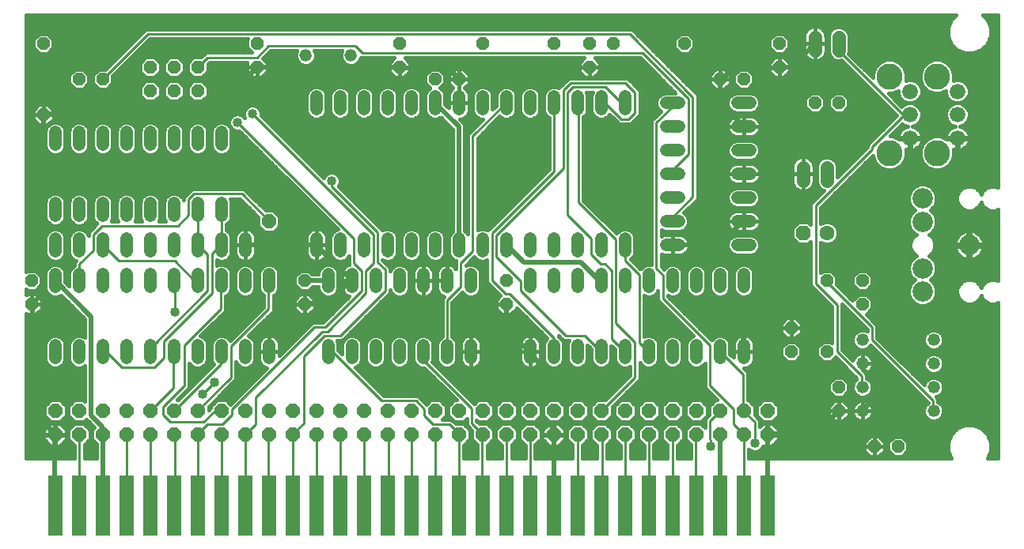
<source format=gbl>
G75*
%MOIN*%
%OFA0B0*%
%FSLAX24Y24*%
%IPPOS*%
%LPD*%
%AMOC8*
5,1,8,0,0,1.08239X$1,22.5*
%
%ADD10R,0.0600X0.2550*%
%ADD11OC8,0.0520*%
%ADD12OC8,0.0600*%
%ADD13C,0.0520*%
%ADD14C,0.0520*%
%ADD15OC8,0.0630*%
%ADD16C,0.0630*%
%ADD17C,0.0560*%
%ADD18C,0.0860*%
%ADD19C,0.0660*%
%ADD20C,0.1102*%
%ADD21OC8,0.0560*%
%ADD22C,0.0100*%
%ADD23C,0.0400*%
%ADD24C,0.0200*%
%ADD25C,0.0160*%
D10*
X001680Y001940D03*
X002680Y001940D03*
X003680Y001940D03*
X004680Y001940D03*
X005680Y001940D03*
X006680Y001940D03*
X007680Y001940D03*
X008680Y001940D03*
X009680Y001940D03*
X010680Y001940D03*
X011680Y001940D03*
X012680Y001940D03*
X013680Y001940D03*
X014680Y001940D03*
X015680Y001940D03*
X016680Y001940D03*
X017680Y001940D03*
X018680Y001940D03*
X019680Y001940D03*
X020680Y001940D03*
X021680Y001940D03*
X022680Y001940D03*
X023680Y001940D03*
X024680Y001940D03*
X025680Y001940D03*
X026680Y001940D03*
X027680Y001940D03*
X028680Y001940D03*
X029680Y001940D03*
X030680Y001940D03*
X031680Y001940D03*
D11*
X036180Y004440D03*
X037180Y004440D03*
X034680Y005940D03*
X034680Y006940D03*
X034180Y008440D03*
X032680Y008440D03*
X032680Y009440D03*
X035680Y010440D03*
X035680Y011440D03*
X034180Y011440D03*
X020680Y011440D03*
X020680Y010440D03*
X012180Y010440D03*
X012180Y011440D03*
X000680Y011440D03*
X000680Y010440D03*
X001180Y018440D03*
X002680Y019940D03*
X003680Y019940D03*
X001180Y021440D03*
X010180Y021440D03*
X010180Y020440D03*
X016180Y020440D03*
X017680Y019940D03*
X018680Y019940D03*
X019680Y021440D03*
X022680Y021440D03*
X024180Y021440D03*
X025180Y021440D03*
X024180Y020440D03*
X028180Y021440D03*
X029680Y019940D03*
X030680Y019940D03*
X032180Y020440D03*
X032180Y021440D03*
X033680Y018940D03*
X034680Y018940D03*
X016180Y021440D03*
D12*
X010680Y013940D03*
X010680Y005940D03*
X009680Y005940D03*
X008680Y005940D03*
X007680Y005940D03*
X006680Y005940D03*
X005680Y005940D03*
X004680Y005940D03*
X003680Y005940D03*
X002680Y005940D03*
X001680Y005940D03*
X001680Y004940D03*
X002680Y004940D03*
X003680Y004940D03*
X004680Y004940D03*
X005680Y004940D03*
X006680Y004940D03*
X007680Y004940D03*
X008680Y004940D03*
X009680Y004940D03*
X010680Y004940D03*
X011680Y004940D03*
X012680Y004940D03*
X013680Y004940D03*
X014680Y004940D03*
X015680Y004940D03*
X016680Y004940D03*
X017680Y004940D03*
X018680Y004940D03*
X019680Y004940D03*
X020680Y004940D03*
X021680Y004940D03*
X022680Y004940D03*
X023680Y004940D03*
X024680Y004940D03*
X025680Y004940D03*
X026680Y004940D03*
X027680Y004940D03*
X028680Y004940D03*
X029680Y004940D03*
X030680Y004940D03*
X031680Y004940D03*
X031680Y005940D03*
X030680Y005940D03*
X029680Y005940D03*
X028680Y005940D03*
X027680Y005940D03*
X026680Y005940D03*
X025680Y005940D03*
X024680Y005940D03*
X023680Y005940D03*
X022680Y005940D03*
X021680Y005940D03*
X020680Y005940D03*
X019680Y005940D03*
X018680Y005940D03*
X017680Y005940D03*
X016680Y005940D03*
X015680Y005940D03*
X014680Y005940D03*
X013680Y005940D03*
X012680Y005940D03*
X011680Y005940D03*
D13*
X010680Y008180D02*
X010680Y008700D01*
X009680Y008700D02*
X009680Y008180D01*
X008680Y008180D02*
X008680Y008700D01*
X007680Y008700D02*
X007680Y008180D01*
X006680Y008180D02*
X006680Y008700D01*
X005680Y008700D02*
X005680Y008180D01*
X004680Y008180D02*
X004680Y008700D01*
X003680Y008700D02*
X003680Y008180D01*
X002680Y008180D02*
X002680Y008700D01*
X001680Y008700D02*
X001680Y008180D01*
X001680Y011180D02*
X001680Y011700D01*
X002680Y011700D02*
X002680Y011180D01*
X003680Y011180D02*
X003680Y011700D01*
X004680Y011700D02*
X004680Y011180D01*
X005680Y011180D02*
X005680Y011700D01*
X006680Y011700D02*
X006680Y011180D01*
X007680Y011180D02*
X007680Y011700D01*
X008680Y011700D02*
X008680Y011180D01*
X009680Y011180D02*
X009680Y011700D01*
X010680Y011700D02*
X010680Y011180D01*
X013180Y011180D02*
X013180Y011700D01*
X014180Y011700D02*
X014180Y011180D01*
X015180Y011180D02*
X015180Y011700D01*
X016180Y011700D02*
X016180Y011180D01*
X017180Y011180D02*
X017180Y011700D01*
X018180Y011700D02*
X018180Y011180D01*
X019180Y011180D02*
X019180Y011700D01*
X018680Y012680D02*
X018680Y013200D01*
X017680Y013200D02*
X017680Y012680D01*
X016680Y012680D02*
X016680Y013200D01*
X015680Y013200D02*
X015680Y012680D01*
X014680Y012680D02*
X014680Y013200D01*
X013680Y013200D02*
X013680Y012680D01*
X012680Y012680D02*
X012680Y013200D01*
X009680Y013200D02*
X009680Y012680D01*
X008680Y012680D02*
X008680Y013200D01*
X007680Y013200D02*
X007680Y012680D01*
X006680Y012680D02*
X006680Y013200D01*
X005680Y013200D02*
X005680Y012680D01*
X004680Y012680D02*
X004680Y013200D01*
X003680Y013200D02*
X003680Y012680D01*
X002680Y012680D02*
X002680Y013200D01*
X001680Y013200D02*
X001680Y012680D01*
X001680Y014180D02*
X001680Y014700D01*
X002680Y014700D02*
X002680Y014180D01*
X003680Y014180D02*
X003680Y014700D01*
X004680Y014700D02*
X004680Y014180D01*
X005680Y014180D02*
X005680Y014700D01*
X006680Y014700D02*
X006680Y014180D01*
X007680Y014180D02*
X007680Y014700D01*
X008680Y014700D02*
X008680Y014180D01*
X008680Y017180D02*
X008680Y017700D01*
X007680Y017700D02*
X007680Y017180D01*
X006680Y017180D02*
X006680Y017700D01*
X005680Y017700D02*
X005680Y017180D01*
X004680Y017180D02*
X004680Y017700D01*
X003680Y017700D02*
X003680Y017180D01*
X002680Y017180D02*
X002680Y017700D01*
X001680Y017700D02*
X001680Y017180D01*
X012680Y018680D02*
X012680Y019200D01*
X013680Y019200D02*
X013680Y018680D01*
X014680Y018680D02*
X014680Y019200D01*
X015680Y019200D02*
X015680Y018680D01*
X016680Y018680D02*
X016680Y019200D01*
X017680Y019200D02*
X017680Y018680D01*
X018680Y018680D02*
X018680Y019200D01*
X019680Y019200D02*
X019680Y018680D01*
X020680Y018680D02*
X020680Y019200D01*
X021680Y019200D02*
X021680Y018680D01*
X022680Y018680D02*
X022680Y019200D01*
X023680Y019200D02*
X023680Y018680D01*
X024680Y018680D02*
X024680Y019200D01*
X025680Y019200D02*
X025680Y018680D01*
X027420Y018940D02*
X027940Y018940D01*
X027940Y017940D02*
X027420Y017940D01*
X027420Y016940D02*
X027940Y016940D01*
X027940Y015940D02*
X027420Y015940D01*
X027420Y014940D02*
X027940Y014940D01*
X027940Y013940D02*
X027420Y013940D01*
X025680Y013200D02*
X025680Y012680D01*
X024680Y012680D02*
X024680Y013200D01*
X023680Y013200D02*
X023680Y012680D01*
X022680Y012680D02*
X022680Y013200D01*
X021680Y013200D02*
X021680Y012680D01*
X020680Y012680D02*
X020680Y013200D01*
X019680Y013200D02*
X019680Y012680D01*
X021680Y011700D02*
X021680Y011180D01*
X022680Y011180D02*
X022680Y011700D01*
X023680Y011700D02*
X023680Y011180D01*
X024680Y011180D02*
X024680Y011700D01*
X025680Y011700D02*
X025680Y011180D01*
X026680Y011180D02*
X026680Y011700D01*
X027680Y011700D02*
X027680Y011180D01*
X028680Y011180D02*
X028680Y011700D01*
X029680Y011700D02*
X029680Y011180D01*
X030680Y011180D02*
X030680Y011700D01*
X030420Y012940D02*
X030940Y012940D01*
X030940Y013940D02*
X030420Y013940D01*
X030420Y014940D02*
X030940Y014940D01*
X030940Y015940D02*
X030420Y015940D01*
X030420Y016940D02*
X030940Y016940D01*
X030940Y017940D02*
X030420Y017940D01*
X030420Y018940D02*
X030940Y018940D01*
X027940Y012940D02*
X027420Y012940D01*
X027680Y008700D02*
X027680Y008180D01*
X026680Y008180D02*
X026680Y008700D01*
X025680Y008700D02*
X025680Y008180D01*
X024680Y008180D02*
X024680Y008700D01*
X023680Y008700D02*
X023680Y008180D01*
X022680Y008180D02*
X022680Y008700D01*
X021680Y008700D02*
X021680Y008180D01*
X019180Y008180D02*
X019180Y008700D01*
X018180Y008700D02*
X018180Y008180D01*
X017180Y008180D02*
X017180Y008700D01*
X016180Y008700D02*
X016180Y008180D01*
X015180Y008180D02*
X015180Y008700D01*
X014180Y008700D02*
X014180Y008180D01*
X013180Y008180D02*
X013180Y008700D01*
X028680Y008700D02*
X028680Y008180D01*
X029680Y008180D02*
X029680Y008700D01*
X030680Y008700D02*
X030680Y008180D01*
D14*
X035680Y007940D03*
X035680Y006940D03*
X035680Y005940D03*
X038680Y005940D03*
X038680Y006940D03*
X038680Y007940D03*
X038680Y008940D03*
X035680Y008940D03*
X014130Y020940D03*
X012230Y020940D03*
D15*
X033180Y013440D03*
D16*
X034180Y013440D03*
D17*
X034180Y015660D02*
X034180Y016220D01*
X033180Y016220D02*
X033180Y015660D01*
X033680Y021160D02*
X033680Y021720D01*
X034680Y021720D02*
X034680Y021160D01*
D18*
X038211Y014909D03*
X038211Y013924D03*
X040180Y012940D03*
X038211Y011956D03*
X038211Y010971D03*
D19*
X037680Y017456D03*
X039680Y017456D03*
X039680Y018440D03*
X037680Y018440D03*
X037680Y019424D03*
X039680Y019424D03*
D20*
X038814Y020054D03*
X036814Y020054D03*
X036814Y016826D03*
X038814Y016826D03*
D21*
X007680Y019440D03*
X006680Y019440D03*
X005680Y019440D03*
X005680Y020440D03*
X006680Y020440D03*
X007680Y020440D03*
D22*
X008100Y020860D01*
X010170Y020860D01*
X010665Y021355D01*
X014310Y021355D01*
X014625Y021040D01*
X026415Y021040D01*
X028350Y019105D01*
X028350Y016765D01*
X027720Y016135D01*
X027720Y015955D01*
X027680Y015940D01*
X028530Y014965D02*
X028530Y019195D01*
X025875Y021850D01*
X005580Y021850D01*
X003690Y019960D01*
X003680Y019940D01*
X009360Y018115D02*
X014265Y013210D01*
X014265Y012175D01*
X014580Y011860D01*
X014580Y011005D01*
X013050Y009475D01*
X012600Y009475D01*
X009135Y006010D01*
X009135Y005785D01*
X008730Y005380D01*
X008100Y005380D01*
X007695Y004975D01*
X007680Y004940D01*
X007695Y004930D01*
X007695Y001960D01*
X007680Y001940D01*
X006705Y001960D02*
X006680Y001940D01*
X006705Y001960D02*
X006705Y004930D01*
X006680Y004940D01*
X006525Y005470D02*
X007920Y005470D01*
X008370Y005920D01*
X008640Y005920D01*
X008680Y005940D01*
X007695Y005965D02*
X007680Y005940D01*
X007695Y005965D02*
X009090Y007360D01*
X009090Y008665D01*
X010665Y010240D01*
X010665Y011410D01*
X010680Y011440D01*
X008680Y011440D02*
X008640Y011410D01*
X008640Y010240D01*
X007110Y008710D01*
X007110Y007000D01*
X006210Y006100D01*
X006210Y005785D01*
X006525Y005470D01*
X006680Y005940D02*
X008640Y007900D01*
X008640Y008440D01*
X008680Y008440D01*
X006680Y008440D02*
X006660Y008440D01*
X006660Y006910D01*
X005715Y005965D01*
X005680Y005940D01*
X005680Y004940D02*
X005670Y004930D01*
X005670Y001960D01*
X005680Y001940D01*
X004680Y001940D02*
X004680Y004940D01*
X002700Y004930D02*
X002680Y004940D01*
X002700Y004930D02*
X002700Y001960D01*
X002680Y001940D01*
X008680Y001940D02*
X008685Y001960D01*
X008685Y004930D01*
X008680Y004940D01*
X009675Y004930D02*
X009680Y004940D01*
X009720Y004975D01*
X010125Y005380D01*
X010125Y006505D01*
X012915Y009295D01*
X013140Y009295D01*
X014760Y010915D01*
X014760Y011860D01*
X015075Y012175D01*
X015075Y013390D01*
X009990Y018475D01*
X013320Y015640D02*
X013320Y015415D01*
X015255Y013480D01*
X015255Y012220D01*
X015570Y011905D01*
X015570Y011005D01*
X013680Y009115D01*
X013005Y009115D01*
X012150Y008260D01*
X012150Y005425D01*
X011700Y004975D01*
X011680Y004940D01*
X011700Y004930D01*
X011700Y001960D01*
X011680Y001940D01*
X012680Y001940D02*
X012690Y001960D01*
X012690Y004930D01*
X012680Y004940D01*
X013680Y004940D02*
X013680Y001940D01*
X014670Y001960D02*
X014680Y001940D01*
X014670Y001960D02*
X014670Y004930D01*
X014680Y004940D01*
X015680Y004940D02*
X015705Y004930D01*
X015705Y001960D01*
X015680Y001940D01*
X016680Y001940D02*
X016695Y001960D01*
X016695Y004930D01*
X016680Y004940D01*
X017235Y005740D02*
X017595Y005380D01*
X018270Y005380D01*
X018675Y004975D01*
X018680Y004940D01*
X018675Y004930D01*
X018675Y001960D01*
X018680Y001940D01*
X019665Y001960D02*
X019680Y001940D01*
X019665Y001960D02*
X019665Y004930D01*
X019680Y004940D01*
X019665Y004975D01*
X019215Y005425D01*
X019215Y006055D01*
X017190Y008080D01*
X017190Y008440D01*
X017180Y008440D01*
X018180Y008440D02*
X018180Y010600D01*
X018765Y011185D01*
X018765Y012175D01*
X019260Y012670D01*
X019260Y017530D01*
X020655Y018925D01*
X020680Y018940D01*
X022680Y018940D02*
X022680Y016045D01*
X020070Y013435D01*
X020070Y011455D01*
X020655Y010870D01*
X020835Y010870D01*
X022680Y009025D01*
X022680Y008440D01*
X023175Y009115D02*
X023985Y009115D01*
X024660Y008440D01*
X024680Y008440D01*
X025110Y008980D02*
X025650Y008440D01*
X025680Y008440D01*
X026100Y008845D02*
X026100Y007360D01*
X024680Y005940D01*
X024680Y004940D02*
X024705Y004930D01*
X024705Y001960D01*
X024680Y001940D01*
X023680Y001940D02*
X023670Y001960D01*
X023670Y004930D01*
X023680Y004940D01*
X021690Y004930D02*
X021680Y004940D01*
X021690Y004930D02*
X021690Y001960D01*
X021680Y001940D01*
X020700Y001960D02*
X020680Y001940D01*
X020700Y001960D02*
X020700Y004930D01*
X020680Y004940D01*
X017685Y004930D02*
X017680Y004940D01*
X017685Y004930D02*
X017685Y001960D01*
X017680Y001940D01*
X010680Y001940D02*
X010665Y001960D01*
X010665Y004930D01*
X010680Y004940D01*
X009675Y004930D02*
X009675Y001960D01*
X009680Y001940D01*
X017235Y005740D02*
X017235Y006010D01*
X016875Y006370D01*
X015435Y006370D01*
X013365Y008440D01*
X013180Y008440D01*
X008370Y007135D02*
X007875Y006640D01*
X006255Y008170D02*
X005850Y007765D01*
X004500Y007765D01*
X003825Y008440D01*
X003680Y008440D01*
X005680Y008440D02*
X005715Y008440D01*
X005715Y008620D01*
X008100Y011005D01*
X008100Y012535D01*
X007695Y012940D01*
X007680Y012940D01*
X007695Y012985D01*
X007695Y014425D01*
X007680Y014440D01*
X007290Y014200D02*
X007290Y014875D01*
X007515Y015100D01*
X009540Y015100D01*
X010665Y013975D01*
X010680Y013940D01*
X008685Y014425D02*
X008685Y012985D01*
X008680Y012940D01*
X008640Y012940D01*
X008280Y012580D01*
X008280Y010915D01*
X006255Y008890D01*
X006255Y008170D01*
X006705Y010105D02*
X006705Y011410D01*
X006680Y011440D01*
X006705Y012265D02*
X007515Y011455D01*
X007650Y011455D01*
X007680Y011440D01*
X006705Y012265D02*
X004365Y012265D01*
X003690Y012940D01*
X003680Y012940D01*
X003285Y012715D02*
X003285Y013390D01*
X003645Y013750D01*
X006840Y013750D01*
X007290Y014200D01*
X008680Y014440D02*
X008685Y014425D01*
X003285Y012715D02*
X002700Y012130D01*
X002700Y011455D01*
X002680Y011440D01*
X020250Y012445D02*
X021285Y011410D01*
X021285Y011005D01*
X023175Y009115D01*
X025110Y008980D02*
X025110Y011860D01*
X024840Y012130D01*
X024660Y012130D01*
X024255Y012535D01*
X024255Y013210D01*
X023265Y014200D01*
X023265Y019375D01*
X023490Y019600D01*
X024840Y019600D01*
X025470Y018970D01*
X025650Y018970D01*
X025680Y018940D01*
X026100Y018520D02*
X026100Y019375D01*
X025695Y019780D01*
X023400Y019780D01*
X023085Y019465D01*
X023085Y016180D01*
X020250Y013345D01*
X020250Y012445D01*
X023715Y014740D02*
X025290Y013165D01*
X025290Y009655D01*
X026100Y008845D01*
X026280Y008800D02*
X026640Y008440D01*
X026680Y008440D01*
X026280Y008800D02*
X026280Y011680D01*
X025695Y012265D01*
X025695Y012940D01*
X025680Y012940D01*
X027000Y011950D02*
X027270Y011680D01*
X027270Y010690D01*
X029250Y008710D01*
X029250Y007000D01*
X030240Y006010D01*
X030240Y005380D01*
X030680Y004940D01*
X030690Y004930D01*
X030690Y001960D01*
X030680Y001940D01*
X028680Y001940D02*
X028665Y001960D01*
X028665Y004930D01*
X028680Y004940D01*
X029250Y004750D02*
X029250Y005515D01*
X029655Y005920D01*
X029680Y005940D01*
X030645Y005965D02*
X030680Y005940D01*
X030690Y005920D01*
X031140Y005470D01*
X031140Y004570D01*
X029295Y004705D02*
X029295Y004435D01*
X029295Y004705D02*
X029250Y004750D01*
X027680Y004940D02*
X027675Y004930D01*
X027675Y001960D01*
X027680Y001940D01*
X026685Y001960D02*
X026680Y001940D01*
X026685Y001960D02*
X026685Y004930D01*
X026680Y004940D01*
X025695Y004930D02*
X025680Y004940D01*
X025695Y004930D02*
X025695Y001960D01*
X025680Y001940D01*
X030645Y005965D02*
X030645Y007495D01*
X029700Y008440D01*
X029680Y008440D01*
X034605Y008440D02*
X034605Y010420D01*
X033705Y011320D01*
X033705Y014605D01*
X036090Y016990D01*
X036090Y017080D01*
X037440Y018430D01*
X037665Y018430D01*
X037680Y018440D01*
X037395Y018430D01*
X034695Y021130D01*
X034695Y021400D01*
X034680Y021440D01*
X027680Y018940D02*
X027675Y018925D01*
X027675Y018790D01*
X027000Y018115D01*
X027000Y011950D01*
X027680Y013940D02*
X027720Y013975D01*
X027720Y014155D01*
X028530Y014965D01*
X023715Y014740D02*
X023715Y018925D01*
X023680Y018940D01*
X024680Y018940D02*
X024705Y018925D01*
X024840Y018925D01*
X025515Y018250D01*
X025830Y018250D01*
X026100Y018520D01*
X034180Y011440D02*
X034155Y011410D01*
X036090Y009475D01*
X036090Y008935D01*
X038655Y006370D01*
X038655Y005965D01*
X038680Y005940D01*
X035680Y006940D02*
X035640Y006955D01*
X035640Y007405D01*
X034605Y008440D01*
D23*
X031140Y004570D03*
X029295Y004435D03*
X008370Y007135D03*
X007875Y006640D03*
X006705Y010105D03*
X013320Y015640D03*
X009360Y018115D03*
X009990Y018475D03*
D24*
X008235Y018475D02*
X008235Y016990D01*
X008505Y016720D01*
X008595Y016720D01*
X011160Y014155D01*
X011160Y012940D01*
X009680Y012940D01*
X011160Y012940D02*
X012680Y012940D01*
X012735Y012895D01*
X014175Y011455D01*
X014180Y011440D01*
X014085Y011410D01*
X013140Y010465D01*
X012195Y010465D01*
X012180Y010440D01*
X012180Y011440D02*
X012195Y011455D01*
X013140Y011455D01*
X013180Y011440D01*
X018675Y012940D02*
X018680Y012940D01*
X018675Y012940D02*
X018675Y017935D01*
X017685Y018925D01*
X017680Y018940D01*
X018680Y019940D02*
X018675Y019960D01*
X018225Y020410D01*
X016245Y020410D01*
X016180Y020440D01*
X016155Y020455D01*
X010215Y020455D01*
X010180Y020440D01*
X010125Y020365D01*
X008235Y018475D01*
X001260Y018475D01*
X001180Y018440D01*
X001170Y018430D01*
X001170Y010915D01*
X000765Y010510D01*
X000680Y010440D01*
X000720Y010420D01*
X000720Y005920D01*
X001665Y004975D01*
X001680Y004940D01*
X001665Y004840D01*
X001665Y001960D01*
X001680Y001940D01*
X003680Y001940D02*
X003690Y001960D01*
X003690Y004930D01*
X003680Y004940D01*
X003645Y005020D01*
X003645Y005290D01*
X003195Y005740D01*
X003195Y009925D01*
X001680Y011440D01*
X020680Y010440D02*
X020700Y010420D01*
X020700Y009385D01*
X021645Y008440D01*
X021680Y008440D01*
X021690Y008350D01*
X022185Y007855D01*
X022185Y005740D01*
X022635Y005290D01*
X022635Y005020D01*
X022680Y004940D01*
X022680Y001940D01*
X029680Y001940D02*
X029700Y001960D01*
X029700Y004930D01*
X029680Y004940D01*
X031680Y004940D02*
X031770Y004975D01*
X033705Y004975D01*
X034650Y005920D01*
X034680Y005940D01*
X035680Y005940D02*
X035685Y005965D01*
X036135Y006415D01*
X036135Y007270D01*
X035685Y007720D01*
X035685Y007900D01*
X035680Y007940D01*
X030680Y008440D02*
X030645Y008440D01*
X030645Y010555D01*
X030150Y011050D01*
X030150Y012400D01*
X029700Y012850D01*
X029655Y012940D01*
X030645Y013930D01*
X030680Y013940D01*
X029655Y012940D02*
X027680Y012940D01*
X024680Y011440D02*
X024660Y011455D01*
X024570Y011455D01*
X023805Y012220D01*
X021420Y012220D01*
X020700Y012940D01*
X020680Y012940D01*
X029700Y018925D02*
X030645Y017980D01*
X030680Y017940D01*
X029700Y018925D02*
X029700Y019915D01*
X029680Y019940D01*
X029790Y019960D01*
X030240Y020410D01*
X032085Y020410D01*
X032180Y020440D01*
X032220Y020455D01*
X032715Y020455D01*
X033660Y021400D01*
X033680Y021440D01*
X031680Y004940D02*
X031680Y001940D01*
D25*
X030900Y003940D02*
X030900Y004301D01*
X030936Y004265D01*
X031068Y004210D01*
X031212Y004210D01*
X031344Y004265D01*
X031445Y004366D01*
X031484Y004460D01*
X031660Y004460D01*
X031660Y004920D01*
X031700Y004920D01*
X031700Y004960D01*
X031660Y004960D01*
X031660Y005420D01*
X031481Y005420D01*
X031350Y005289D01*
X031350Y005557D01*
X031140Y005767D01*
X031140Y006131D01*
X030871Y006400D01*
X030855Y006400D01*
X030855Y007582D01*
X030697Y007740D01*
X030715Y007740D01*
X030783Y007751D01*
X030849Y007772D01*
X030911Y007804D01*
X030967Y007844D01*
X031016Y007893D01*
X031056Y007949D01*
X031088Y008011D01*
X031109Y008077D01*
X031120Y008145D01*
X031120Y008440D01*
X031120Y008735D01*
X031109Y008803D01*
X031088Y008869D01*
X031056Y008931D01*
X031016Y008987D01*
X030967Y009036D01*
X030911Y009076D01*
X030849Y009108D01*
X030783Y009129D01*
X030715Y009140D01*
X030680Y009140D01*
X030680Y008440D01*
X030680Y008440D01*
X031120Y008440D01*
X030680Y008440D01*
X030680Y008440D01*
X030680Y008440D01*
X030240Y008440D01*
X030240Y008735D01*
X030251Y008803D01*
X030272Y008869D01*
X030304Y008931D01*
X030344Y008987D01*
X030393Y009036D01*
X030449Y009076D01*
X030511Y009108D01*
X030577Y009129D01*
X030645Y009140D01*
X030680Y009140D01*
X030680Y008440D01*
X030240Y008440D01*
X030240Y008197D01*
X030100Y008337D01*
X030100Y008784D01*
X030036Y008938D01*
X029918Y009056D01*
X029764Y009120D01*
X029596Y009120D01*
X029442Y009056D01*
X029324Y008938D01*
X029323Y008934D01*
X027480Y010777D01*
X027480Y010808D01*
X027596Y010760D01*
X027764Y010760D01*
X027918Y010824D01*
X028036Y010942D01*
X028100Y011096D01*
X028100Y011784D01*
X028036Y011938D01*
X027918Y012056D01*
X027764Y012120D01*
X027596Y012120D01*
X027442Y012056D01*
X027324Y011938D01*
X027320Y011927D01*
X027210Y012037D01*
X027210Y012553D01*
X027251Y012532D01*
X027317Y012511D01*
X027385Y012500D01*
X027680Y012500D01*
X027975Y012500D01*
X028043Y012511D01*
X028109Y012532D01*
X028171Y012564D01*
X028227Y012604D01*
X028276Y012653D01*
X028316Y012709D01*
X028348Y012771D01*
X028369Y012837D01*
X028380Y012905D01*
X028380Y012940D01*
X028380Y012975D01*
X028369Y013043D01*
X028348Y013109D01*
X028316Y013171D01*
X028276Y013227D01*
X028227Y013276D01*
X028171Y013316D01*
X028109Y013348D01*
X028043Y013369D01*
X027975Y013380D01*
X027680Y013380D01*
X027680Y012940D01*
X027680Y012940D01*
X028380Y012940D01*
X027680Y012940D01*
X027680Y012940D01*
X027680Y013380D01*
X027385Y013380D01*
X027317Y013369D01*
X027251Y013348D01*
X027210Y013327D01*
X027210Y013572D01*
X027336Y013520D01*
X028024Y013520D01*
X028178Y013584D01*
X028296Y013702D01*
X028360Y013856D01*
X028360Y014024D01*
X028296Y014178D01*
X028178Y014296D01*
X028164Y014302D01*
X028617Y014755D01*
X028740Y014878D01*
X028740Y019282D01*
X026085Y021937D01*
X025962Y022060D01*
X005493Y022060D01*
X003793Y020360D01*
X003506Y020360D01*
X003260Y020114D01*
X003260Y019766D01*
X003506Y019520D01*
X003854Y019520D01*
X004100Y019766D01*
X004100Y020073D01*
X005667Y021640D01*
X009786Y021640D01*
X009760Y021614D01*
X009760Y021266D01*
X009956Y021070D01*
X008013Y021070D01*
X007823Y020880D01*
X007498Y020880D01*
X007240Y020622D01*
X007240Y020258D01*
X007498Y020000D01*
X007862Y020000D01*
X008120Y020258D01*
X008120Y020583D01*
X008187Y020650D01*
X009768Y020650D01*
X009740Y020622D01*
X009740Y020440D01*
X010180Y020440D01*
X010620Y020440D01*
X010620Y020622D01*
X010425Y020818D01*
X010752Y021145D01*
X011860Y021145D01*
X011810Y021024D01*
X011810Y020856D01*
X011874Y020702D01*
X011992Y020584D01*
X012146Y020520D01*
X012314Y020520D01*
X012468Y020584D01*
X012586Y020702D01*
X012650Y020856D01*
X012650Y021024D01*
X012600Y021145D01*
X013760Y021145D01*
X013710Y021024D01*
X013710Y020856D01*
X013774Y020702D01*
X013892Y020584D01*
X014046Y020520D01*
X014214Y020520D01*
X014368Y020584D01*
X014486Y020702D01*
X014539Y020830D01*
X015948Y020830D01*
X015740Y020622D01*
X015740Y020440D01*
X016180Y020440D01*
X016620Y020440D01*
X016620Y020622D01*
X016412Y020830D01*
X023948Y020830D01*
X023740Y020622D01*
X023740Y020440D01*
X024180Y020440D01*
X024620Y020440D01*
X024620Y020622D01*
X024412Y020830D01*
X026328Y020830D01*
X027798Y019360D01*
X027336Y019360D01*
X027182Y019296D01*
X027064Y019178D01*
X027000Y019024D01*
X027000Y018856D01*
X027064Y018702D01*
X027177Y018589D01*
X026913Y018325D01*
X026790Y018202D01*
X026790Y012109D01*
X026764Y012120D01*
X026596Y012120D01*
X026442Y012056D01*
X026324Y011938D01*
X026323Y011934D01*
X025925Y012332D01*
X026036Y012442D01*
X026100Y012596D01*
X026100Y013284D01*
X026036Y013438D01*
X025918Y013556D01*
X025764Y013620D01*
X025596Y013620D01*
X025442Y013556D01*
X025324Y013438D01*
X025321Y013431D01*
X023925Y014827D01*
X023925Y018331D01*
X024036Y018442D01*
X024100Y018596D01*
X024100Y019284D01*
X024056Y019390D01*
X024304Y019390D01*
X024260Y019284D01*
X024260Y018596D01*
X024324Y018442D01*
X024442Y018324D01*
X024596Y018260D01*
X024764Y018260D01*
X024918Y018324D01*
X025031Y018437D01*
X025305Y018163D01*
X025428Y018040D01*
X025917Y018040D01*
X026187Y018310D01*
X026310Y018433D01*
X026310Y019462D01*
X025905Y019867D01*
X025782Y019990D01*
X023313Y019990D01*
X022998Y019675D01*
X022890Y019567D01*
X022764Y019620D01*
X022596Y019620D01*
X022442Y019556D01*
X022324Y019438D01*
X022260Y019284D01*
X022260Y018596D01*
X022324Y018442D01*
X022442Y018324D01*
X022470Y018312D01*
X022470Y016132D01*
X019983Y013645D01*
X019901Y013563D01*
X019764Y013620D01*
X019596Y013620D01*
X019470Y013568D01*
X019470Y017443D01*
X020397Y018370D01*
X020442Y018324D01*
X020596Y018260D01*
X020764Y018260D01*
X020918Y018324D01*
X021036Y018442D01*
X021100Y018596D01*
X021100Y019284D01*
X021036Y019438D01*
X020918Y019556D01*
X020764Y019620D01*
X020596Y019620D01*
X020442Y019556D01*
X020324Y019438D01*
X020260Y019284D01*
X020260Y018827D01*
X020100Y018667D01*
X020100Y019284D01*
X020036Y019438D01*
X019918Y019556D01*
X019764Y019620D01*
X019596Y019620D01*
X019442Y019556D01*
X019324Y019438D01*
X019260Y019284D01*
X019260Y018596D01*
X019324Y018442D01*
X019442Y018324D01*
X019596Y018260D01*
X019693Y018260D01*
X019050Y017617D01*
X019050Y013404D01*
X019036Y013438D01*
X018935Y013539D01*
X018935Y017987D01*
X018895Y018082D01*
X018735Y018243D01*
X018783Y018251D01*
X018849Y018272D01*
X018911Y018304D01*
X018967Y018344D01*
X019016Y018393D01*
X019056Y018449D01*
X019088Y018511D01*
X019109Y018577D01*
X019120Y018645D01*
X019120Y018940D01*
X019120Y019235D01*
X019109Y019303D01*
X019088Y019369D01*
X019056Y019431D01*
X019016Y019487D01*
X018967Y019536D01*
X018927Y019565D01*
X019120Y019758D01*
X019120Y019940D01*
X019120Y020122D01*
X018862Y020380D01*
X018680Y020380D01*
X018680Y019940D01*
X018680Y019940D01*
X019120Y019940D01*
X018680Y019940D01*
X018680Y019940D01*
X018680Y018940D01*
X018680Y018940D01*
X019120Y018940D01*
X018680Y018940D01*
X018680Y018940D01*
X018680Y019500D01*
X018680Y019940D01*
X018680Y019940D01*
X018680Y019940D01*
X018240Y019940D01*
X018240Y020122D01*
X018498Y020380D01*
X018680Y020380D01*
X018680Y019940D01*
X018240Y019940D01*
X018240Y019758D01*
X018433Y019565D01*
X018393Y019536D01*
X018344Y019487D01*
X018304Y019431D01*
X018272Y019369D01*
X018251Y019303D01*
X018240Y019235D01*
X018240Y018940D01*
X018680Y018940D01*
X018680Y018940D01*
X018240Y018940D01*
X018240Y018738D01*
X018100Y018878D01*
X018100Y019284D01*
X018036Y019438D01*
X017918Y019556D01*
X017898Y019564D01*
X018100Y019766D01*
X018100Y020114D01*
X017854Y020360D01*
X017506Y020360D01*
X017260Y020114D01*
X017260Y019766D01*
X017462Y019564D01*
X017442Y019556D01*
X017324Y019438D01*
X017260Y019284D01*
X017260Y018596D01*
X017324Y018442D01*
X017442Y018324D01*
X017596Y018260D01*
X017764Y018260D01*
X017918Y018324D01*
X017918Y018324D01*
X018415Y017827D01*
X018415Y013529D01*
X018324Y013438D01*
X018260Y013284D01*
X018260Y012596D01*
X018324Y012442D01*
X018442Y012324D01*
X018566Y012273D01*
X018555Y012262D01*
X018555Y011932D01*
X018516Y011987D01*
X018467Y012036D01*
X018411Y012076D01*
X018349Y012108D01*
X018283Y012129D01*
X018215Y012140D01*
X018180Y012140D01*
X018180Y011440D01*
X018180Y011440D01*
X018180Y011440D01*
X017740Y011440D01*
X017740Y011735D01*
X017751Y011803D01*
X017609Y011803D01*
X017588Y011869D01*
X017556Y011931D01*
X017516Y011987D01*
X017467Y012036D01*
X017411Y012076D01*
X017349Y012108D01*
X017283Y012129D01*
X017215Y012140D01*
X017180Y012140D01*
X017180Y011440D01*
X017620Y011440D01*
X017620Y011735D01*
X017609Y011803D01*
X017751Y011803D02*
X017772Y011869D01*
X017804Y011931D01*
X017844Y011987D01*
X017893Y012036D01*
X017949Y012076D01*
X018011Y012108D01*
X018077Y012129D01*
X018145Y012140D01*
X018180Y012140D01*
X018180Y011440D01*
X017740Y011440D01*
X017740Y011145D01*
X017751Y011077D01*
X017772Y011011D01*
X017804Y010949D01*
X017844Y010893D01*
X017893Y010844D01*
X017949Y010804D01*
X018011Y010772D01*
X018044Y010761D01*
X017970Y010687D01*
X017970Y009068D01*
X017942Y009056D01*
X017824Y008938D01*
X017760Y008784D01*
X017760Y008096D01*
X017824Y007942D01*
X017942Y007824D01*
X018096Y007760D01*
X018264Y007760D01*
X018418Y007824D01*
X018536Y007942D01*
X018600Y008096D01*
X018600Y008784D01*
X018536Y008938D01*
X018418Y009056D01*
X018390Y009068D01*
X018390Y010513D01*
X018823Y010946D01*
X018824Y010942D01*
X018942Y010824D01*
X019096Y010760D01*
X019264Y010760D01*
X019418Y010824D01*
X019536Y010942D01*
X019600Y011096D01*
X019600Y011784D01*
X019536Y011938D01*
X019418Y012056D01*
X019264Y012120D01*
X019096Y012120D01*
X018975Y012070D01*
X018975Y012088D01*
X019327Y012440D01*
X019442Y012324D01*
X019596Y012260D01*
X019764Y012260D01*
X019860Y012300D01*
X019860Y011368D01*
X020423Y010805D01*
X020240Y010622D01*
X020240Y010440D01*
X020680Y010440D01*
X020680Y010000D01*
X020862Y010000D01*
X021120Y010258D01*
X021120Y010288D01*
X022397Y009011D01*
X022324Y008938D01*
X022260Y008784D01*
X022260Y008096D01*
X022324Y007942D01*
X022442Y007824D01*
X022596Y007760D01*
X022764Y007760D01*
X022918Y007824D01*
X023036Y007942D01*
X023100Y008096D01*
X023100Y008784D01*
X023036Y008938D01*
X022918Y009056D01*
X022890Y009068D01*
X022890Y009103D01*
X022965Y009028D01*
X023088Y008905D01*
X023310Y008905D01*
X023260Y008784D01*
X023260Y008096D01*
X023324Y007942D01*
X023442Y007824D01*
X023596Y007760D01*
X023764Y007760D01*
X023918Y007824D01*
X024036Y007942D01*
X024100Y008096D01*
X024100Y008703D01*
X024260Y008543D01*
X024260Y008096D01*
X024324Y007942D01*
X024442Y007824D01*
X024596Y007760D01*
X024764Y007760D01*
X024918Y007824D01*
X025036Y007942D01*
X025100Y008096D01*
X025100Y008693D01*
X025260Y008533D01*
X025260Y008096D01*
X025324Y007942D01*
X025442Y007824D01*
X025596Y007760D01*
X025764Y007760D01*
X025890Y007812D01*
X025890Y007447D01*
X024843Y006400D01*
X024489Y006400D01*
X024220Y006131D01*
X024220Y005749D01*
X024489Y005480D01*
X024871Y005480D01*
X025140Y005749D01*
X025140Y006103D01*
X026310Y007273D01*
X026310Y007976D01*
X026324Y007942D01*
X026442Y007824D01*
X026596Y007760D01*
X026764Y007760D01*
X026918Y007824D01*
X027036Y007942D01*
X027100Y008096D01*
X027100Y008784D01*
X027036Y008938D01*
X026918Y009056D01*
X026764Y009120D01*
X026596Y009120D01*
X026490Y009076D01*
X026490Y010804D01*
X026596Y010760D01*
X026764Y010760D01*
X026918Y010824D01*
X027036Y010942D01*
X027060Y011000D01*
X027060Y010603D01*
X028559Y009104D01*
X028442Y009056D01*
X028324Y008938D01*
X028260Y008784D01*
X028260Y008096D01*
X028324Y007942D01*
X028442Y007824D01*
X028596Y007760D01*
X028764Y007760D01*
X028918Y007824D01*
X029036Y007942D01*
X029040Y007952D01*
X029040Y006913D01*
X029553Y006400D01*
X029489Y006400D01*
X029220Y006131D01*
X029220Y005782D01*
X029040Y005602D01*
X029040Y005231D01*
X028871Y005400D01*
X028489Y005400D01*
X028220Y005131D01*
X028220Y004749D01*
X028455Y004514D01*
X028455Y003940D01*
X027885Y003940D01*
X027885Y004494D01*
X028140Y004749D01*
X028140Y005131D01*
X027871Y005400D01*
X027489Y005400D01*
X027220Y005131D01*
X027220Y004749D01*
X027465Y004504D01*
X027465Y003940D01*
X026895Y003940D01*
X026895Y004504D01*
X027140Y004749D01*
X027140Y005131D01*
X026871Y005400D01*
X026489Y005400D01*
X026220Y005131D01*
X026220Y004749D01*
X026475Y004494D01*
X026475Y003940D01*
X025905Y003940D01*
X025905Y004514D01*
X026140Y004749D01*
X026140Y005131D01*
X025871Y005400D01*
X025489Y005400D01*
X025220Y005131D01*
X025220Y004749D01*
X025485Y004484D01*
X025485Y003940D01*
X024915Y003940D01*
X024915Y004524D01*
X025140Y004749D01*
X025140Y005131D01*
X024871Y005400D01*
X024489Y005400D01*
X024220Y005131D01*
X024220Y004749D01*
X024489Y004480D01*
X024495Y004480D01*
X024495Y003940D01*
X023880Y003940D01*
X023880Y004489D01*
X024140Y004749D01*
X024140Y005131D01*
X023871Y005400D01*
X023489Y005400D01*
X023220Y005131D01*
X023220Y004749D01*
X023460Y004509D01*
X023460Y003940D01*
X021900Y003940D01*
X021900Y004509D01*
X022140Y004749D01*
X022140Y005131D01*
X021871Y005400D01*
X021489Y005400D01*
X021220Y005131D01*
X021220Y004749D01*
X021480Y004489D01*
X021480Y003940D01*
X020910Y003940D01*
X020910Y004519D01*
X021140Y004749D01*
X021140Y005131D01*
X020871Y005400D01*
X020489Y005400D01*
X020220Y005131D01*
X020220Y004749D01*
X020489Y004480D01*
X020490Y004480D01*
X020490Y003940D01*
X019875Y003940D01*
X019875Y004484D01*
X020140Y004749D01*
X020140Y005131D01*
X019871Y005400D01*
X019537Y005400D01*
X019425Y005512D01*
X019425Y005544D01*
X019489Y005480D01*
X019871Y005480D01*
X020140Y005749D01*
X020140Y006131D01*
X019871Y006400D01*
X019489Y006400D01*
X019328Y006239D01*
X019302Y006265D01*
X017562Y008005D01*
X017600Y008096D01*
X017600Y008784D01*
X017536Y008938D01*
X017418Y009056D01*
X017264Y009120D01*
X017096Y009120D01*
X016942Y009056D01*
X016824Y008938D01*
X016760Y008784D01*
X016760Y008096D01*
X016824Y007942D01*
X016942Y007824D01*
X017096Y007760D01*
X017213Y007760D01*
X018573Y006400D01*
X018489Y006400D01*
X018220Y006131D01*
X018220Y005749D01*
X018489Y005480D01*
X018871Y005480D01*
X019005Y005614D01*
X019005Y005338D01*
X019220Y005123D01*
X019220Y004749D01*
X019455Y004514D01*
X019455Y003940D01*
X018885Y003940D01*
X018885Y004494D01*
X019140Y004749D01*
X019140Y005131D01*
X018871Y005400D01*
X018547Y005400D01*
X018357Y005590D01*
X017981Y005590D01*
X018140Y005749D01*
X018140Y006131D01*
X017871Y006400D01*
X017489Y006400D01*
X017316Y006226D01*
X016962Y006580D01*
X015522Y006580D01*
X014319Y007783D01*
X014418Y007824D01*
X014536Y007942D01*
X014600Y008096D01*
X014600Y008784D01*
X014536Y008938D01*
X014418Y009056D01*
X014264Y009120D01*
X014096Y009120D01*
X013942Y009056D01*
X013824Y008938D01*
X013760Y008784D01*
X013760Y008342D01*
X013600Y008502D01*
X013600Y008784D01*
X013550Y008905D01*
X013767Y008905D01*
X013890Y009028D01*
X015780Y010918D01*
X015780Y011048D01*
X015824Y010942D01*
X015942Y010824D01*
X016096Y010760D01*
X016264Y010760D01*
X016418Y010824D01*
X016536Y010942D01*
X016600Y011096D01*
X016600Y011784D01*
X016536Y011938D01*
X016418Y012056D01*
X016264Y012120D01*
X016096Y012120D01*
X015942Y012056D01*
X015824Y011938D01*
X015780Y011832D01*
X015780Y011992D01*
X015657Y012115D01*
X015465Y012307D01*
X015465Y012314D01*
X015596Y012260D01*
X015764Y012260D01*
X015918Y012324D01*
X016036Y012442D01*
X016100Y012596D01*
X016100Y013284D01*
X016036Y013438D01*
X015918Y013556D01*
X015764Y013620D01*
X015596Y013620D01*
X015465Y013566D01*
X015465Y013567D01*
X015342Y013690D01*
X013611Y015421D01*
X013625Y015436D01*
X013680Y015568D01*
X013680Y015712D01*
X013625Y015844D01*
X013524Y015945D01*
X013392Y016000D01*
X013248Y016000D01*
X013116Y015945D01*
X013015Y015844D01*
X012986Y015776D01*
X010350Y018412D01*
X010350Y018547D01*
X010295Y018679D01*
X010194Y018780D01*
X010062Y018835D01*
X009918Y018835D01*
X009786Y018780D01*
X009685Y018679D01*
X009630Y018547D01*
X009630Y018403D01*
X009665Y018319D01*
X009564Y018420D01*
X009432Y018475D01*
X009288Y018475D01*
X009156Y018420D01*
X009055Y018319D01*
X009000Y018187D01*
X009000Y018043D01*
X009055Y017911D01*
X009156Y017810D01*
X009288Y017755D01*
X009423Y017755D01*
X013569Y013609D01*
X013442Y013556D01*
X013324Y013438D01*
X013260Y013284D01*
X013260Y012596D01*
X013324Y012442D01*
X013442Y012324D01*
X013596Y012260D01*
X013764Y012260D01*
X013918Y012324D01*
X014036Y012442D01*
X014055Y012488D01*
X014055Y012122D01*
X014011Y012108D01*
X013949Y012076D01*
X013893Y012036D01*
X013844Y011987D01*
X013804Y011931D01*
X013772Y011869D01*
X013751Y011803D01*
X013592Y011803D01*
X013600Y011784D02*
X013536Y011938D01*
X013418Y012056D01*
X013264Y012120D01*
X013096Y012120D01*
X012942Y012056D01*
X012824Y011938D01*
X012760Y011784D01*
X012760Y011715D01*
X012499Y011715D01*
X012354Y011860D01*
X012006Y011860D01*
X011760Y011614D01*
X011760Y011266D01*
X012006Y011020D01*
X012354Y011020D01*
X012529Y011195D01*
X012760Y011195D01*
X012760Y011096D01*
X012824Y010942D01*
X012942Y010824D01*
X013096Y010760D01*
X013264Y010760D01*
X013418Y010824D01*
X013536Y010942D01*
X013600Y011096D01*
X013600Y011784D01*
X013600Y011645D02*
X013740Y011645D01*
X013740Y011735D02*
X013740Y011440D01*
X014180Y011440D01*
X014180Y011440D01*
X013740Y011440D01*
X013740Y011145D01*
X013751Y011077D01*
X013772Y011011D01*
X013804Y010949D01*
X013844Y010893D01*
X013893Y010844D01*
X013949Y010804D01*
X014011Y010772D01*
X014041Y010763D01*
X012963Y009685D01*
X012513Y009685D01*
X011120Y008292D01*
X011120Y008440D01*
X011120Y008735D01*
X011109Y008803D01*
X011088Y008869D01*
X011056Y008931D01*
X011016Y008987D01*
X010967Y009036D01*
X010911Y009076D01*
X010849Y009108D01*
X010783Y009129D01*
X010715Y009140D01*
X010680Y009140D01*
X010680Y008440D01*
X010680Y008440D01*
X011120Y008440D01*
X010680Y008440D01*
X010680Y008440D01*
X010680Y008440D01*
X010240Y008440D01*
X010240Y008735D01*
X010251Y008803D01*
X010272Y008869D01*
X010304Y008931D01*
X010344Y008987D01*
X010393Y009036D01*
X010449Y009076D01*
X010511Y009108D01*
X010577Y009129D01*
X010645Y009140D01*
X010680Y009140D01*
X010680Y008440D01*
X010240Y008440D01*
X010240Y008145D01*
X010251Y008077D01*
X010272Y008011D01*
X010304Y007949D01*
X010344Y007893D01*
X010393Y007844D01*
X010449Y007804D01*
X010511Y007772D01*
X010577Y007751D01*
X010579Y007751D01*
X009049Y006221D01*
X008871Y006400D01*
X008489Y006400D01*
X008220Y006131D01*
X008220Y006067D01*
X008160Y006007D01*
X008140Y005987D01*
X008140Y006113D01*
X009300Y007273D01*
X009300Y008000D01*
X009324Y007942D01*
X009442Y007824D01*
X009596Y007760D01*
X009764Y007760D01*
X009918Y007824D01*
X010036Y007942D01*
X010100Y008096D01*
X010100Y008784D01*
X010036Y008938D01*
X009918Y009056D01*
X009819Y009097D01*
X010875Y010153D01*
X010875Y010806D01*
X010918Y010824D01*
X011036Y010942D01*
X011100Y011096D01*
X011100Y011784D01*
X011036Y011938D01*
X010918Y012056D01*
X010764Y012120D01*
X010596Y012120D01*
X010442Y012056D01*
X010324Y011938D01*
X010260Y011784D01*
X010260Y011096D01*
X010324Y010942D01*
X010442Y010824D01*
X010455Y010819D01*
X010455Y010327D01*
X009045Y008917D01*
X009036Y008938D01*
X008918Y009056D01*
X008764Y009120D01*
X008596Y009120D01*
X008442Y009056D01*
X008324Y008938D01*
X008260Y008784D01*
X008260Y008096D01*
X008324Y007942D01*
X008355Y007912D01*
X006843Y006400D01*
X006807Y006400D01*
X007320Y006913D01*
X007320Y007952D01*
X007324Y007942D01*
X007442Y007824D01*
X007596Y007760D01*
X007764Y007760D01*
X007918Y007824D01*
X008036Y007942D01*
X008100Y008096D01*
X008100Y008784D01*
X008036Y008938D01*
X007918Y009056D01*
X007801Y009104D01*
X008850Y010153D01*
X008850Y010796D01*
X008918Y010824D01*
X009036Y010942D01*
X009100Y011096D01*
X009100Y011784D01*
X009036Y011938D01*
X008918Y012056D01*
X008764Y012120D01*
X008596Y012120D01*
X008490Y012076D01*
X008490Y012304D01*
X008596Y012260D01*
X008764Y012260D01*
X008918Y012324D01*
X009036Y012442D01*
X009100Y012596D01*
X009100Y013284D01*
X009036Y013438D01*
X008918Y013556D01*
X008895Y013566D01*
X008895Y013814D01*
X008918Y013824D01*
X009036Y013942D01*
X009100Y014096D01*
X009100Y014784D01*
X009056Y014890D01*
X009453Y014890D01*
X010220Y014123D01*
X010220Y013749D01*
X010489Y013480D01*
X010871Y013480D01*
X011140Y013749D01*
X011140Y014131D01*
X010871Y014400D01*
X010537Y014400D01*
X009627Y015310D01*
X007428Y015310D01*
X007305Y015187D01*
X007080Y014962D01*
X007080Y014832D01*
X007036Y014938D01*
X006918Y015056D01*
X006764Y015120D01*
X006596Y015120D01*
X006442Y015056D01*
X006324Y014938D01*
X006260Y014784D01*
X006260Y014096D01*
X006317Y013960D01*
X006043Y013960D01*
X006100Y014096D01*
X006100Y014784D01*
X006036Y014938D01*
X005918Y015056D01*
X005764Y015120D01*
X005596Y015120D01*
X005442Y015056D01*
X005324Y014938D01*
X005260Y014784D01*
X005260Y014096D01*
X005317Y013960D01*
X005043Y013960D01*
X005100Y014096D01*
X005100Y014784D01*
X005036Y014938D01*
X004918Y015056D01*
X004764Y015120D01*
X004596Y015120D01*
X004442Y015056D01*
X004324Y014938D01*
X004260Y014784D01*
X004260Y014096D01*
X004317Y013960D01*
X004043Y013960D01*
X004100Y014096D01*
X004100Y014784D01*
X004036Y014938D01*
X003918Y015056D01*
X003764Y015120D01*
X003596Y015120D01*
X003442Y015056D01*
X003324Y014938D01*
X003260Y014784D01*
X003260Y014096D01*
X003324Y013942D01*
X003432Y013834D01*
X003075Y013477D01*
X003075Y013344D01*
X003036Y013438D01*
X002918Y013556D01*
X002764Y013620D01*
X002596Y013620D01*
X002442Y013556D01*
X002324Y013438D01*
X002260Y013284D01*
X002260Y012596D01*
X002324Y012442D01*
X002442Y012324D01*
X002552Y012279D01*
X002490Y012217D01*
X002490Y012076D01*
X002442Y012056D01*
X002324Y011938D01*
X002260Y011784D01*
X002260Y011228D01*
X002100Y011388D01*
X002100Y011784D01*
X002036Y011938D01*
X001918Y012056D01*
X001764Y012120D01*
X001596Y012120D01*
X001442Y012056D01*
X001324Y011938D01*
X001260Y011784D01*
X001260Y011096D01*
X001324Y010942D01*
X001442Y010824D01*
X001596Y010760D01*
X001764Y010760D01*
X001918Y010824D01*
X001923Y010829D01*
X002935Y009817D01*
X002935Y009039D01*
X002918Y009056D01*
X002764Y009120D01*
X002596Y009120D01*
X002442Y009056D01*
X002324Y008938D01*
X002260Y008784D01*
X002260Y008096D01*
X002324Y007942D01*
X002442Y007824D01*
X002596Y007760D01*
X002764Y007760D01*
X002918Y007824D01*
X002935Y007841D01*
X002935Y006336D01*
X002871Y006400D01*
X002489Y006400D01*
X002220Y006131D01*
X002220Y005749D01*
X002489Y005480D01*
X002871Y005480D01*
X002979Y005588D01*
X003048Y005520D01*
X003328Y005239D01*
X003220Y005131D01*
X003220Y004749D01*
X003430Y004539D01*
X003430Y003940D01*
X002910Y003940D01*
X002910Y004519D01*
X003140Y004749D01*
X003140Y005131D01*
X002871Y005400D01*
X002489Y005400D01*
X002220Y005131D01*
X002220Y004749D01*
X002489Y004480D01*
X002490Y004480D01*
X002490Y003940D01*
X000460Y003940D01*
X000460Y010038D01*
X000498Y010000D01*
X000680Y010000D01*
X000862Y010000D01*
X001120Y010258D01*
X001120Y010440D01*
X001120Y010622D01*
X000862Y010880D01*
X000680Y010880D01*
X000680Y010440D01*
X000680Y010440D01*
X001120Y010440D01*
X000680Y010440D01*
X000680Y010440D01*
X000680Y010880D01*
X000498Y010880D01*
X000460Y010842D01*
X000460Y011066D01*
X000506Y011020D01*
X000854Y011020D01*
X001100Y011266D01*
X001100Y011614D01*
X000854Y011860D01*
X000506Y011860D01*
X000460Y011814D01*
X000460Y022656D01*
X039616Y022656D01*
X039413Y022453D01*
X039275Y022120D01*
X039275Y021760D01*
X039413Y021427D01*
X039667Y021173D01*
X040000Y021035D01*
X040360Y021035D01*
X040693Y021173D01*
X040947Y021427D01*
X041085Y021760D01*
X041085Y022120D01*
X040947Y022453D01*
X040744Y022656D01*
X041400Y022656D01*
X041400Y015370D01*
X041267Y015425D01*
X041062Y015425D01*
X040872Y015346D01*
X040727Y015201D01*
X040672Y015069D01*
X040618Y015201D01*
X040472Y015346D01*
X040283Y015425D01*
X040077Y015425D01*
X039888Y015346D01*
X039742Y015201D01*
X039664Y015011D01*
X039664Y014806D01*
X039742Y014616D01*
X039888Y014471D01*
X040077Y014392D01*
X040283Y014392D01*
X040472Y014471D01*
X040618Y014616D01*
X040672Y014748D01*
X040727Y014616D01*
X040872Y014471D01*
X041062Y014392D01*
X041267Y014392D01*
X041400Y014447D01*
X041400Y011433D01*
X041267Y011488D01*
X041062Y011488D01*
X040872Y011409D01*
X040727Y011264D01*
X040672Y011132D01*
X040618Y011264D01*
X040472Y011409D01*
X040283Y011488D01*
X040077Y011488D01*
X039888Y011409D01*
X039742Y011264D01*
X039664Y011074D01*
X039664Y010869D01*
X039742Y010679D01*
X039888Y010534D01*
X040077Y010455D01*
X040283Y010455D01*
X040472Y010534D01*
X040618Y010679D01*
X040672Y010811D01*
X040727Y010679D01*
X040872Y010534D01*
X041062Y010455D01*
X041267Y010455D01*
X041400Y010510D01*
X041400Y003940D01*
X040952Y003940D01*
X041085Y004260D01*
X041085Y004620D01*
X040947Y004953D01*
X040693Y005207D01*
X040360Y005345D01*
X040000Y005345D01*
X039667Y005207D01*
X039413Y004953D01*
X039275Y004620D01*
X039275Y004260D01*
X039408Y003940D01*
X030900Y003940D01*
X030900Y004037D02*
X035961Y004037D01*
X035998Y004000D02*
X036180Y004000D01*
X036362Y004000D01*
X036620Y004258D01*
X036620Y004440D01*
X036620Y004622D01*
X036362Y004880D01*
X036180Y004880D01*
X036180Y004440D01*
X036620Y004440D01*
X036180Y004440D01*
X036180Y004440D01*
X036180Y004440D01*
X036180Y004000D01*
X036180Y004440D01*
X036180Y004440D01*
X036180Y004440D01*
X035740Y004440D01*
X035740Y004622D01*
X035998Y004880D01*
X036180Y004880D01*
X036180Y004440D01*
X035740Y004440D01*
X035740Y004258D01*
X035998Y004000D01*
X036180Y004037D02*
X036180Y004037D01*
X036180Y004195D02*
X036180Y004195D01*
X036180Y004354D02*
X036180Y004354D01*
X036180Y004512D02*
X036180Y004512D01*
X036180Y004671D02*
X036180Y004671D01*
X036180Y004829D02*
X036180Y004829D01*
X036413Y004829D02*
X036975Y004829D01*
X037006Y004860D02*
X036760Y004614D01*
X036760Y004266D01*
X037006Y004020D01*
X037354Y004020D01*
X037600Y004266D01*
X037600Y004614D01*
X037354Y004860D01*
X037006Y004860D01*
X036817Y004671D02*
X036572Y004671D01*
X036620Y004512D02*
X036760Y004512D01*
X036760Y004354D02*
X036620Y004354D01*
X036557Y004195D02*
X036831Y004195D01*
X036990Y004037D02*
X036399Y004037D01*
X035803Y004195D02*
X030900Y004195D01*
X031433Y004354D02*
X035740Y004354D01*
X035740Y004512D02*
X031931Y004512D01*
X031879Y004460D02*
X032160Y004741D01*
X032160Y004920D01*
X031700Y004920D01*
X031700Y004460D01*
X031879Y004460D01*
X031700Y004512D02*
X031660Y004512D01*
X031660Y004671D02*
X031700Y004671D01*
X031700Y004829D02*
X031660Y004829D01*
X031700Y004960D02*
X032160Y004960D01*
X032160Y005139D01*
X031879Y005420D01*
X031700Y005420D01*
X031700Y004960D01*
X031700Y004988D02*
X031660Y004988D01*
X031660Y005146D02*
X031700Y005146D01*
X031700Y005305D02*
X031660Y005305D01*
X031489Y005480D02*
X031871Y005480D01*
X032140Y005749D01*
X032140Y006131D01*
X031871Y006400D01*
X031489Y006400D01*
X031220Y006131D01*
X031220Y005749D01*
X031489Y005480D01*
X031350Y005463D02*
X041400Y005463D01*
X041400Y005305D02*
X040458Y005305D01*
X040754Y005146D02*
X041400Y005146D01*
X041400Y004988D02*
X040912Y004988D01*
X040998Y004829D02*
X041400Y004829D01*
X041400Y004671D02*
X041064Y004671D01*
X041085Y004512D02*
X041400Y004512D01*
X041400Y004354D02*
X041085Y004354D01*
X041058Y004195D02*
X041400Y004195D01*
X041400Y004037D02*
X040992Y004037D01*
X039368Y004037D02*
X037370Y004037D01*
X037529Y004195D02*
X039302Y004195D01*
X039275Y004354D02*
X037600Y004354D01*
X037600Y004512D02*
X039275Y004512D01*
X039296Y004671D02*
X037543Y004671D01*
X037385Y004829D02*
X039362Y004829D01*
X039448Y004988D02*
X032160Y004988D01*
X032153Y005146D02*
X039606Y005146D01*
X039902Y005305D02*
X031994Y005305D01*
X031366Y005305D02*
X031350Y005305D01*
X031348Y005622D02*
X031285Y005622D01*
X031220Y005780D02*
X031140Y005780D01*
X031140Y005939D02*
X031220Y005939D01*
X031220Y006097D02*
X031140Y006097D01*
X031015Y006256D02*
X031345Y006256D01*
X030855Y006414D02*
X038314Y006414D01*
X038437Y006291D02*
X038324Y006178D01*
X038260Y006024D01*
X038260Y005856D01*
X038324Y005702D01*
X038442Y005584D01*
X038596Y005520D01*
X038764Y005520D01*
X038918Y005584D01*
X039036Y005702D01*
X039100Y005856D01*
X039100Y006024D01*
X039036Y006178D01*
X038918Y006296D01*
X038865Y006318D01*
X038865Y006457D01*
X038791Y006531D01*
X038918Y006584D01*
X039036Y006702D01*
X039100Y006856D01*
X039100Y007024D01*
X039036Y007178D01*
X038918Y007296D01*
X038764Y007360D01*
X038596Y007360D01*
X038442Y007296D01*
X038324Y007178D01*
X038271Y007051D01*
X036300Y009022D01*
X036300Y009562D01*
X035842Y010020D01*
X035854Y010020D01*
X036100Y010266D01*
X036100Y010614D01*
X035854Y010860D01*
X035506Y010860D01*
X035260Y010614D01*
X035260Y010602D01*
X034598Y011264D01*
X034600Y011266D01*
X034600Y011614D01*
X034354Y011860D01*
X034006Y011860D01*
X033915Y011769D01*
X033915Y013036D01*
X034086Y012965D01*
X034274Y012965D01*
X034449Y013037D01*
X034583Y013171D01*
X034655Y013346D01*
X034655Y013534D01*
X034583Y013709D01*
X034449Y013843D01*
X034274Y013915D01*
X034086Y013915D01*
X033915Y013844D01*
X033915Y014518D01*
X036103Y016706D01*
X036103Y016684D01*
X036211Y016423D01*
X036411Y016223D01*
X036672Y016115D01*
X036955Y016115D01*
X037217Y016223D01*
X037417Y016423D01*
X037525Y016684D01*
X037525Y016967D01*
X037524Y016970D01*
X037561Y016958D01*
X037640Y016946D01*
X037652Y016946D01*
X037652Y017427D01*
X037708Y017427D01*
X037708Y016946D01*
X037720Y016946D01*
X037799Y016958D01*
X037876Y016983D01*
X037947Y017020D01*
X038012Y017067D01*
X038069Y017124D01*
X038116Y017188D01*
X038153Y017260D01*
X038177Y017336D01*
X038190Y017416D01*
X038190Y017427D01*
X037708Y017427D01*
X037708Y017484D01*
X038190Y017484D01*
X038190Y017496D01*
X038177Y017575D01*
X038153Y017652D01*
X038116Y017723D01*
X038069Y017788D01*
X038012Y017845D01*
X037947Y017892D01*
X037876Y017928D01*
X037799Y017953D01*
X037789Y017955D01*
X037958Y018025D01*
X038095Y018162D01*
X038170Y018343D01*
X038170Y018537D01*
X038095Y018718D01*
X037958Y018855D01*
X037777Y018930D01*
X037583Y018930D01*
X037402Y018855D01*
X037335Y018787D01*
X036779Y019343D01*
X036955Y019343D01*
X037190Y019440D01*
X037190Y019327D01*
X037265Y019147D01*
X037402Y019009D01*
X037583Y018934D01*
X037777Y018934D01*
X037958Y019009D01*
X038095Y019147D01*
X038170Y019327D01*
X038170Y019522D01*
X038095Y019702D01*
X037958Y019840D01*
X037777Y019914D01*
X037583Y019914D01*
X037514Y019886D01*
X037525Y019913D01*
X037525Y020196D01*
X037417Y020457D01*
X037217Y020657D01*
X036955Y020765D01*
X036672Y020765D01*
X036411Y020657D01*
X036211Y020457D01*
X036103Y020196D01*
X036103Y020019D01*
X035099Y021023D01*
X035120Y021072D01*
X035120Y021808D01*
X035053Y021969D01*
X034929Y022093D01*
X034768Y022160D01*
X034592Y022160D01*
X034431Y022093D01*
X034307Y021969D01*
X034240Y021808D01*
X034240Y021072D01*
X034307Y020911D01*
X034431Y020787D01*
X034592Y020720D01*
X034768Y020720D01*
X034796Y020732D01*
X037121Y018407D01*
X035880Y017167D01*
X035880Y017077D01*
X034620Y015817D01*
X034620Y016308D01*
X034553Y016469D01*
X034429Y016593D01*
X034268Y016660D01*
X034092Y016660D01*
X033931Y016593D01*
X033807Y016469D01*
X033740Y016308D01*
X033740Y015572D01*
X033807Y015411D01*
X033931Y015287D01*
X034043Y015240D01*
X033495Y014692D01*
X033495Y013797D01*
X033377Y013915D01*
X032983Y013915D01*
X032705Y013637D01*
X032705Y013243D01*
X032983Y012965D01*
X033377Y012965D01*
X033495Y013083D01*
X033495Y011233D01*
X033618Y011110D01*
X034395Y010333D01*
X034395Y008819D01*
X034354Y008860D01*
X034006Y008860D01*
X033760Y008614D01*
X033760Y008266D01*
X034006Y008020D01*
X034354Y008020D01*
X034541Y008207D01*
X035430Y007318D01*
X035430Y007284D01*
X035324Y007178D01*
X035260Y007024D01*
X035260Y006856D01*
X035324Y006702D01*
X035442Y006584D01*
X035596Y006520D01*
X035764Y006520D01*
X035918Y006584D01*
X036036Y006702D01*
X036100Y006856D01*
X036100Y007024D01*
X036036Y007178D01*
X035918Y007296D01*
X035850Y007324D01*
X035850Y007492D01*
X035819Y007523D01*
X035849Y007532D01*
X035911Y007564D01*
X035967Y007604D01*
X036016Y007653D01*
X036056Y007709D01*
X036088Y007771D01*
X036109Y007837D01*
X036120Y007905D01*
X036120Y007940D01*
X036120Y007975D01*
X036109Y008043D01*
X036088Y008109D01*
X036056Y008171D01*
X036016Y008227D01*
X035967Y008276D01*
X035911Y008316D01*
X036412Y008316D01*
X036571Y008158D02*
X036063Y008158D01*
X036116Y007999D02*
X036729Y007999D01*
X036888Y007841D02*
X036110Y007841D01*
X036120Y007940D02*
X035680Y007940D01*
X035680Y007940D01*
X035680Y008380D01*
X035715Y008380D01*
X035783Y008369D01*
X035849Y008348D01*
X035911Y008316D01*
X035680Y008316D02*
X035680Y008316D01*
X035680Y008380D02*
X035680Y007940D01*
X036120Y007940D01*
X036036Y007682D02*
X037046Y007682D01*
X037205Y007524D02*
X035822Y007524D01*
X035850Y007365D02*
X037363Y007365D01*
X037522Y007207D02*
X036007Y007207D01*
X036090Y007048D02*
X037680Y007048D01*
X037839Y006890D02*
X036100Y006890D01*
X036048Y006731D02*
X037997Y006731D01*
X038156Y006573D02*
X035890Y006573D01*
X035849Y006348D02*
X035783Y006369D01*
X035715Y006380D01*
X035680Y006380D01*
X035680Y005940D01*
X036120Y005940D01*
X036120Y005975D01*
X036109Y006043D01*
X036088Y006109D01*
X036056Y006171D01*
X036016Y006227D01*
X035967Y006276D01*
X035911Y006316D01*
X035849Y006348D01*
X035987Y006256D02*
X038402Y006256D01*
X038437Y006291D02*
X036031Y008697D01*
X035918Y008584D01*
X035764Y008520D01*
X035596Y008520D01*
X035442Y008584D01*
X035324Y008702D01*
X035260Y008856D01*
X035260Y009024D01*
X035324Y009178D01*
X035442Y009296D01*
X035596Y009360D01*
X035764Y009360D01*
X035880Y009312D01*
X035880Y009388D01*
X034815Y010453D01*
X034815Y008527D01*
X035263Y008079D01*
X035272Y008109D01*
X035304Y008171D01*
X035344Y008227D01*
X035393Y008276D01*
X035449Y008316D01*
X035026Y008316D01*
X035184Y008158D02*
X035297Y008158D01*
X035449Y008316D02*
X035511Y008348D01*
X035577Y008369D01*
X035645Y008380D01*
X035680Y008380D01*
X035680Y008158D02*
X035680Y008158D01*
X035680Y007999D02*
X035680Y007999D01*
X035680Y007940D02*
X035680Y007940D01*
X035066Y007682D02*
X030755Y007682D01*
X030855Y007524D02*
X035225Y007524D01*
X035383Y007365D02*
X030855Y007365D01*
X030855Y007207D02*
X034353Y007207D01*
X034260Y007114D02*
X034260Y006766D01*
X034506Y006520D01*
X034854Y006520D01*
X035100Y006766D01*
X035100Y007114D01*
X034854Y007360D01*
X034506Y007360D01*
X034260Y007114D01*
X034260Y007048D02*
X030855Y007048D01*
X030855Y006890D02*
X034260Y006890D01*
X034295Y006731D02*
X030855Y006731D01*
X030855Y006573D02*
X034454Y006573D01*
X034498Y006380D02*
X034240Y006122D01*
X034240Y005940D01*
X034680Y005940D01*
X034680Y005940D01*
X034680Y006380D01*
X034862Y006380D01*
X035120Y006122D01*
X035120Y005940D01*
X034680Y005940D01*
X034680Y005940D01*
X034680Y005940D01*
X034680Y006380D01*
X034498Y006380D01*
X034373Y006256D02*
X032015Y006256D01*
X032140Y006097D02*
X034240Y006097D01*
X034240Y005940D02*
X034240Y005758D01*
X034498Y005500D01*
X034680Y005500D01*
X034862Y005500D01*
X035120Y005758D01*
X035120Y005940D01*
X034680Y005940D01*
X034680Y005500D01*
X034680Y005940D01*
X034680Y005940D01*
X034240Y005940D01*
X034240Y005939D02*
X032140Y005939D01*
X032140Y005780D02*
X034240Y005780D01*
X034376Y005622D02*
X032012Y005622D01*
X032160Y004829D02*
X035947Y004829D01*
X035788Y004671D02*
X032089Y004671D01*
X034680Y005622D02*
X034680Y005622D01*
X034680Y005780D02*
X034680Y005780D01*
X034680Y005939D02*
X034680Y005939D01*
X034680Y006097D02*
X034680Y006097D01*
X034680Y006256D02*
X034680Y006256D01*
X034987Y006256D02*
X035373Y006256D01*
X035393Y006276D02*
X035344Y006227D01*
X035304Y006171D01*
X035272Y006109D01*
X035251Y006043D01*
X035240Y005975D01*
X035240Y005940D01*
X035680Y005940D01*
X035680Y005940D01*
X035680Y005940D01*
X036120Y005940D01*
X036120Y005905D01*
X036109Y005837D01*
X036088Y005771D01*
X036056Y005709D01*
X036016Y005653D01*
X035967Y005604D01*
X035911Y005564D01*
X035849Y005532D01*
X035783Y005511D01*
X035715Y005500D01*
X035680Y005500D01*
X035680Y005940D01*
X035680Y005940D01*
X035680Y005940D01*
X035680Y006380D01*
X035645Y006380D01*
X035577Y006369D01*
X035511Y006348D01*
X035449Y006316D01*
X035393Y006276D01*
X035268Y006097D02*
X035120Y006097D01*
X035120Y005939D02*
X035240Y005939D01*
X035240Y005940D02*
X035240Y005905D01*
X035251Y005837D01*
X035272Y005771D01*
X035304Y005709D01*
X035344Y005653D01*
X035393Y005604D01*
X035449Y005564D01*
X035511Y005532D01*
X035577Y005511D01*
X035645Y005500D01*
X035680Y005500D01*
X035680Y005940D01*
X035240Y005940D01*
X035269Y005780D02*
X035120Y005780D01*
X034984Y005622D02*
X035376Y005622D01*
X035680Y005622D02*
X035680Y005622D01*
X035680Y005780D02*
X035680Y005780D01*
X035680Y005939D02*
X035680Y005939D01*
X035680Y006097D02*
X035680Y006097D01*
X035680Y006256D02*
X035680Y006256D01*
X035470Y006573D02*
X034906Y006573D01*
X035065Y006731D02*
X035312Y006731D01*
X035260Y006890D02*
X035100Y006890D01*
X035100Y007048D02*
X035270Y007048D01*
X035353Y007207D02*
X035007Y007207D01*
X034908Y007841D02*
X030961Y007841D01*
X031082Y007999D02*
X034749Y007999D01*
X034591Y008158D02*
X034491Y008158D01*
X034867Y008475D02*
X036254Y008475D01*
X036095Y008633D02*
X035967Y008633D01*
X036372Y008950D02*
X038260Y008950D01*
X038260Y009024D02*
X038260Y008856D01*
X038324Y008702D01*
X038442Y008584D01*
X038596Y008520D01*
X038764Y008520D01*
X038918Y008584D01*
X039036Y008702D01*
X039100Y008856D01*
X039100Y009024D01*
X039036Y009178D01*
X038918Y009296D01*
X038764Y009360D01*
X038596Y009360D01*
X038442Y009296D01*
X038324Y009178D01*
X038260Y009024D01*
X038295Y009109D02*
X036300Y009109D01*
X036300Y009267D02*
X038413Y009267D01*
X038947Y009267D02*
X041400Y009267D01*
X041400Y009109D02*
X039065Y009109D01*
X039100Y008950D02*
X041400Y008950D01*
X041400Y008792D02*
X039073Y008792D01*
X038967Y008633D02*
X041400Y008633D01*
X041400Y008475D02*
X036847Y008475D01*
X036689Y008633D02*
X038393Y008633D01*
X038287Y008792D02*
X036530Y008792D01*
X036300Y009426D02*
X041400Y009426D01*
X041400Y009584D02*
X036278Y009584D01*
X036119Y009743D02*
X041400Y009743D01*
X041400Y009901D02*
X035961Y009901D01*
X035893Y010060D02*
X041400Y010060D01*
X041400Y010218D02*
X036052Y010218D01*
X036100Y010377D02*
X041400Y010377D01*
X040871Y010535D02*
X040474Y010535D01*
X040624Y010694D02*
X040721Y010694D01*
X039886Y010535D02*
X038609Y010535D01*
X038546Y010471D02*
X038712Y010637D01*
X038801Y010854D01*
X038801Y011089D01*
X038712Y011306D01*
X038554Y011464D01*
X038712Y011622D01*
X038801Y011838D01*
X038801Y012073D01*
X038712Y012290D01*
X038546Y012456D01*
X038469Y012488D01*
X038504Y012502D01*
X038649Y012648D01*
X038728Y012837D01*
X038728Y013043D01*
X038649Y013232D01*
X038504Y013378D01*
X038469Y013392D01*
X038546Y013424D01*
X038712Y013590D01*
X038801Y013807D01*
X038801Y014042D01*
X038712Y014258D01*
X038554Y014416D01*
X038712Y014574D01*
X038801Y014791D01*
X038801Y015026D01*
X038712Y015243D01*
X038546Y015409D01*
X038329Y015499D01*
X038094Y015499D01*
X037877Y015409D01*
X037711Y015243D01*
X037621Y015026D01*
X037621Y014791D01*
X037711Y014574D01*
X037869Y014416D01*
X037711Y014258D01*
X037621Y014042D01*
X037621Y013807D01*
X037711Y013590D01*
X037877Y013424D01*
X037954Y013392D01*
X037919Y013378D01*
X037774Y013232D01*
X037695Y013043D01*
X037695Y012837D01*
X037774Y012648D01*
X037919Y012502D01*
X037954Y012488D01*
X037877Y012456D01*
X037711Y012290D01*
X037621Y012073D01*
X037621Y011838D01*
X037711Y011622D01*
X037869Y011464D01*
X037711Y011306D01*
X037621Y011089D01*
X037621Y010854D01*
X037711Y010637D01*
X037877Y010471D01*
X038094Y010381D01*
X038329Y010381D01*
X038546Y010471D01*
X038735Y010694D02*
X039736Y010694D01*
X039671Y010852D02*
X038801Y010852D01*
X038801Y011011D02*
X039664Y011011D01*
X039703Y011169D02*
X038768Y011169D01*
X038690Y011328D02*
X039806Y011328D01*
X040073Y011486D02*
X038576Y011486D01*
X038721Y011645D02*
X041400Y011645D01*
X041400Y011803D02*
X038787Y011803D01*
X038801Y011962D02*
X041400Y011962D01*
X041400Y012120D02*
X038782Y012120D01*
X038716Y012279D02*
X041400Y012279D01*
X041400Y012437D02*
X040526Y012437D01*
X040500Y012418D02*
X040577Y012475D01*
X040645Y012543D01*
X040702Y012620D01*
X040745Y012706D01*
X040775Y012797D01*
X040790Y012892D01*
X040790Y012892D01*
X040228Y012892D01*
X040228Y012988D01*
X040790Y012988D01*
X040775Y013083D01*
X040745Y013174D01*
X040702Y013260D01*
X040645Y013337D01*
X040577Y013405D01*
X040500Y013462D01*
X040414Y013505D01*
X040323Y013535D01*
X040228Y013550D01*
X040228Y013550D01*
X040228Y012988D01*
X040132Y012988D01*
X040132Y013550D01*
X040037Y013535D01*
X039946Y013505D01*
X039860Y013462D01*
X039783Y013405D01*
X039715Y013337D01*
X039658Y013260D01*
X039615Y013174D01*
X039585Y013083D01*
X039570Y012988D01*
X039570Y012988D01*
X040132Y012988D01*
X040132Y012892D01*
X040228Y012892D01*
X040228Y012330D01*
X040323Y012345D01*
X040414Y012375D01*
X040500Y012418D01*
X040684Y012596D02*
X041400Y012596D01*
X041400Y012754D02*
X040761Y012754D01*
X040790Y012988D02*
X040790Y012988D01*
X040777Y013071D02*
X041400Y013071D01*
X041400Y012913D02*
X040228Y012913D01*
X040132Y012913D02*
X038728Y012913D01*
X038716Y013071D02*
X039583Y013071D01*
X039643Y013230D02*
X038650Y013230D01*
X038479Y013388D02*
X039765Y013388D01*
X040132Y013388D02*
X040228Y013388D01*
X040228Y013230D02*
X040132Y013230D01*
X040132Y013071D02*
X040228Y013071D01*
X040132Y012892D02*
X039570Y012892D01*
X039585Y012797D01*
X039615Y012706D01*
X039658Y012620D01*
X039715Y012543D01*
X039783Y012475D01*
X039860Y012418D01*
X039946Y012375D01*
X040037Y012345D01*
X040132Y012330D01*
X040132Y012330D01*
X040132Y012892D01*
X040132Y012754D02*
X040228Y012754D01*
X040228Y012596D02*
X040132Y012596D01*
X040132Y012437D02*
X040228Y012437D01*
X040228Y012330D02*
X040228Y012330D01*
X039834Y012437D02*
X038565Y012437D01*
X038597Y012596D02*
X039676Y012596D01*
X039599Y012754D02*
X038693Y012754D01*
X039570Y012892D02*
X039570Y012892D01*
X040595Y013388D02*
X041400Y013388D01*
X041400Y013230D02*
X040717Y013230D01*
X040250Y013547D02*
X041400Y013547D01*
X041400Y013705D02*
X038759Y013705D01*
X038801Y013864D02*
X041400Y013864D01*
X041400Y014022D02*
X038801Y014022D01*
X038744Y014181D02*
X041400Y014181D01*
X041400Y014339D02*
X038631Y014339D01*
X038635Y014498D02*
X039861Y014498D01*
X039726Y014656D02*
X038746Y014656D01*
X038801Y014815D02*
X039664Y014815D01*
X039664Y014973D02*
X038801Y014973D01*
X038758Y015132D02*
X039714Y015132D01*
X039831Y015290D02*
X038664Y015290D01*
X038450Y015449D02*
X041400Y015449D01*
X041400Y015607D02*
X035004Y015607D01*
X034846Y015449D02*
X037973Y015449D01*
X037759Y015290D02*
X034687Y015290D01*
X034529Y015132D02*
X037665Y015132D01*
X037621Y014973D02*
X034370Y014973D01*
X034212Y014815D02*
X037621Y014815D01*
X037677Y014656D02*
X034053Y014656D01*
X033915Y014498D02*
X037788Y014498D01*
X037792Y014339D02*
X033915Y014339D01*
X033915Y014181D02*
X037679Y014181D01*
X037621Y014022D02*
X033915Y014022D01*
X033915Y013864D02*
X033961Y013864D01*
X034399Y013864D02*
X037621Y013864D01*
X037664Y013705D02*
X034584Y013705D01*
X034650Y013547D02*
X037755Y013547D01*
X037944Y013388D02*
X034655Y013388D01*
X034607Y013230D02*
X037773Y013230D01*
X037707Y013071D02*
X034483Y013071D01*
X033915Y012913D02*
X037695Y012913D01*
X037730Y012754D02*
X033915Y012754D01*
X033915Y012596D02*
X037826Y012596D01*
X037858Y012437D02*
X033915Y012437D01*
X033915Y012279D02*
X037707Y012279D01*
X037641Y012120D02*
X033915Y012120D01*
X033915Y011962D02*
X037621Y011962D01*
X037636Y011803D02*
X035911Y011803D01*
X035854Y011860D02*
X035506Y011860D01*
X035260Y011614D01*
X035260Y011266D01*
X035506Y011020D01*
X035854Y011020D01*
X036100Y011266D01*
X036100Y011614D01*
X035854Y011860D01*
X036069Y011645D02*
X037702Y011645D01*
X037847Y011486D02*
X036100Y011486D01*
X036100Y011328D02*
X037733Y011328D01*
X037655Y011169D02*
X036003Y011169D01*
X035357Y011169D02*
X034693Y011169D01*
X034600Y011328D02*
X035260Y011328D01*
X035260Y011486D02*
X034600Y011486D01*
X034569Y011645D02*
X035291Y011645D01*
X035449Y011803D02*
X034411Y011803D01*
X033949Y011803D02*
X033915Y011803D01*
X033495Y011803D02*
X031092Y011803D01*
X031100Y011784D02*
X031036Y011938D01*
X030918Y012056D01*
X030764Y012120D01*
X030596Y012120D01*
X030442Y012056D01*
X030324Y011938D01*
X030260Y011784D01*
X030260Y011096D01*
X030324Y010942D01*
X030442Y010824D01*
X030596Y010760D01*
X030764Y010760D01*
X030918Y010824D01*
X031036Y010942D01*
X031100Y011096D01*
X031100Y011784D01*
X031100Y011645D02*
X033495Y011645D01*
X033495Y011486D02*
X031100Y011486D01*
X031100Y011328D02*
X033495Y011328D01*
X033559Y011169D02*
X031100Y011169D01*
X031064Y011011D02*
X033717Y011011D01*
X033876Y010852D02*
X030946Y010852D01*
X030414Y010852D02*
X029946Y010852D01*
X029918Y010824D02*
X030036Y010942D01*
X030100Y011096D01*
X030100Y011784D01*
X030036Y011938D01*
X029918Y012056D01*
X029764Y012120D01*
X029596Y012120D01*
X029442Y012056D01*
X029324Y011938D01*
X029260Y011784D01*
X029260Y011096D01*
X029324Y010942D01*
X029442Y010824D01*
X029596Y010760D01*
X029764Y010760D01*
X029918Y010824D01*
X030064Y011011D02*
X030296Y011011D01*
X030260Y011169D02*
X030100Y011169D01*
X030100Y011328D02*
X030260Y011328D01*
X030260Y011486D02*
X030100Y011486D01*
X030100Y011645D02*
X030260Y011645D01*
X030268Y011803D02*
X030092Y011803D01*
X030012Y011962D02*
X030348Y011962D01*
X031012Y011962D02*
X033495Y011962D01*
X033495Y012120D02*
X027210Y012120D01*
X027210Y012279D02*
X033495Y012279D01*
X033495Y012437D02*
X027210Y012437D01*
X026790Y012437D02*
X026031Y012437D01*
X025978Y012279D02*
X026790Y012279D01*
X026790Y012120D02*
X026137Y012120D01*
X026295Y011962D02*
X026348Y011962D01*
X027285Y011962D02*
X027348Y011962D01*
X028012Y011962D02*
X028348Y011962D01*
X028324Y011938D02*
X028260Y011784D01*
X028260Y011096D01*
X028324Y010942D01*
X028442Y010824D01*
X028596Y010760D01*
X028764Y010760D01*
X028918Y010824D01*
X029036Y010942D01*
X029100Y011096D01*
X029100Y011784D01*
X029036Y011938D01*
X028918Y012056D01*
X028764Y012120D01*
X028596Y012120D01*
X028442Y012056D01*
X028324Y011938D01*
X028268Y011803D02*
X028092Y011803D01*
X028100Y011645D02*
X028260Y011645D01*
X028260Y011486D02*
X028100Y011486D01*
X028100Y011328D02*
X028260Y011328D01*
X028260Y011169D02*
X028100Y011169D01*
X028064Y011011D02*
X028296Y011011D01*
X028414Y010852D02*
X027946Y010852D01*
X027722Y010535D02*
X034193Y010535D01*
X034351Y010377D02*
X027880Y010377D01*
X028039Y010218D02*
X034395Y010218D01*
X034395Y010060D02*
X028197Y010060D01*
X028356Y009901D02*
X034395Y009901D01*
X034395Y009743D02*
X033000Y009743D01*
X033120Y009622D02*
X032862Y009880D01*
X032680Y009880D01*
X032680Y009440D01*
X032680Y009440D01*
X033120Y009440D01*
X033120Y009622D01*
X033120Y009584D02*
X034395Y009584D01*
X034395Y009426D02*
X033120Y009426D01*
X033120Y009440D02*
X032680Y009440D01*
X032680Y009440D01*
X032680Y009440D01*
X032240Y009440D01*
X032240Y009622D01*
X032498Y009880D01*
X032680Y009880D01*
X032680Y009440D01*
X032680Y009000D01*
X032862Y009000D01*
X033120Y009258D01*
X033120Y009440D01*
X033120Y009267D02*
X034395Y009267D01*
X034395Y009109D02*
X032971Y009109D01*
X032854Y008860D02*
X032506Y008860D01*
X032260Y008614D01*
X032260Y008266D01*
X032506Y008020D01*
X032854Y008020D01*
X033100Y008266D01*
X033100Y008614D01*
X032854Y008860D01*
X032922Y008792D02*
X033938Y008792D01*
X033779Y008633D02*
X033081Y008633D01*
X033100Y008475D02*
X033760Y008475D01*
X033760Y008316D02*
X033100Y008316D01*
X032991Y008158D02*
X033869Y008158D01*
X034815Y008633D02*
X035393Y008633D01*
X035287Y008792D02*
X034815Y008792D01*
X034815Y008950D02*
X035260Y008950D01*
X035295Y009109D02*
X034815Y009109D01*
X034815Y009267D02*
X035413Y009267D01*
X035684Y009584D02*
X034815Y009584D01*
X034815Y009426D02*
X035842Y009426D01*
X035525Y009743D02*
X034815Y009743D01*
X034815Y009901D02*
X035367Y009901D01*
X035208Y010060D02*
X034815Y010060D01*
X034815Y010218D02*
X035050Y010218D01*
X034891Y010377D02*
X034815Y010377D01*
X035168Y010694D02*
X035340Y010694D01*
X035498Y010852D02*
X035010Y010852D01*
X034851Y011011D02*
X037621Y011011D01*
X037622Y010852D02*
X035862Y010852D01*
X036020Y010694D02*
X037688Y010694D01*
X037814Y010535D02*
X036100Y010535D01*
X034034Y010694D02*
X027563Y010694D01*
X027128Y010535D02*
X026490Y010535D01*
X026490Y010377D02*
X027286Y010377D01*
X027445Y010218D02*
X026490Y010218D01*
X026490Y010060D02*
X027603Y010060D01*
X027762Y009901D02*
X026490Y009901D01*
X026490Y009743D02*
X027920Y009743D01*
X028079Y009584D02*
X026490Y009584D01*
X026490Y009426D02*
X028237Y009426D01*
X028396Y009267D02*
X026490Y009267D01*
X026490Y009109D02*
X026569Y009109D01*
X026791Y009109D02*
X027569Y009109D01*
X027596Y009120D02*
X027442Y009056D01*
X027324Y008938D01*
X027260Y008784D01*
X027260Y008096D01*
X027324Y007942D01*
X027442Y007824D01*
X027596Y007760D01*
X027764Y007760D01*
X027918Y007824D01*
X028036Y007942D01*
X028100Y008096D01*
X028100Y008784D01*
X028036Y008938D01*
X027918Y009056D01*
X027764Y009120D01*
X027596Y009120D01*
X027791Y009109D02*
X028554Y009109D01*
X028336Y008950D02*
X028024Y008950D01*
X028097Y008792D02*
X028263Y008792D01*
X028260Y008633D02*
X028100Y008633D01*
X028100Y008475D02*
X028260Y008475D01*
X028260Y008316D02*
X028100Y008316D01*
X028100Y008158D02*
X028260Y008158D01*
X028300Y007999D02*
X028060Y007999D01*
X027934Y007841D02*
X028426Y007841D01*
X028934Y007841D02*
X029040Y007841D01*
X029040Y007682D02*
X026310Y007682D01*
X026310Y007524D02*
X029040Y007524D01*
X029040Y007365D02*
X026310Y007365D01*
X026243Y007207D02*
X029040Y007207D01*
X029040Y007048D02*
X026085Y007048D01*
X025926Y006890D02*
X029064Y006890D01*
X029222Y006731D02*
X025768Y006731D01*
X025609Y006573D02*
X029381Y006573D01*
X029539Y006414D02*
X025451Y006414D01*
X025489Y006400D02*
X025220Y006131D01*
X025220Y005749D01*
X025489Y005480D01*
X025871Y005480D01*
X026140Y005749D01*
X026140Y006131D01*
X025871Y006400D01*
X025489Y006400D01*
X025345Y006256D02*
X025292Y006256D01*
X025220Y006097D02*
X025140Y006097D01*
X025140Y005939D02*
X025220Y005939D01*
X025220Y005780D02*
X025140Y005780D01*
X025012Y005622D02*
X025348Y005622D01*
X025394Y005305D02*
X024966Y005305D01*
X025125Y005146D02*
X025235Y005146D01*
X025220Y004988D02*
X025140Y004988D01*
X025140Y004829D02*
X025220Y004829D01*
X025299Y004671D02*
X025061Y004671D01*
X024915Y004512D02*
X025457Y004512D01*
X025485Y004354D02*
X024915Y004354D01*
X024915Y004195D02*
X025485Y004195D01*
X025485Y004037D02*
X024915Y004037D01*
X024495Y004037D02*
X023880Y004037D01*
X023880Y004195D02*
X024495Y004195D01*
X024495Y004354D02*
X023880Y004354D01*
X023903Y004512D02*
X024457Y004512D01*
X024299Y004671D02*
X024061Y004671D01*
X024140Y004829D02*
X024220Y004829D01*
X024220Y004988D02*
X024140Y004988D01*
X024125Y005146D02*
X024235Y005146D01*
X024394Y005305D02*
X023966Y005305D01*
X023871Y005480D02*
X023489Y005480D01*
X023220Y005749D01*
X023220Y006131D01*
X023489Y006400D01*
X023871Y006400D01*
X024140Y006131D01*
X024140Y005749D01*
X023871Y005480D01*
X024012Y005622D02*
X024348Y005622D01*
X024220Y005780D02*
X024140Y005780D01*
X024140Y005939D02*
X024220Y005939D01*
X024220Y006097D02*
X024140Y006097D01*
X024015Y006256D02*
X024345Y006256D01*
X024857Y006414D02*
X019153Y006414D01*
X019311Y006256D02*
X019345Y006256D01*
X018994Y006573D02*
X025016Y006573D01*
X025174Y006731D02*
X018836Y006731D01*
X018677Y006890D02*
X025333Y006890D01*
X025491Y007048D02*
X018519Y007048D01*
X018360Y007207D02*
X025650Y007207D01*
X025808Y007365D02*
X018202Y007365D01*
X018043Y007524D02*
X025890Y007524D01*
X025890Y007682D02*
X017885Y007682D01*
X017926Y007841D02*
X017726Y007841D01*
X017800Y007999D02*
X017568Y007999D01*
X017600Y008158D02*
X017760Y008158D01*
X017760Y008316D02*
X017600Y008316D01*
X017600Y008475D02*
X017760Y008475D01*
X017760Y008633D02*
X017600Y008633D01*
X017597Y008792D02*
X017763Y008792D01*
X017836Y008950D02*
X017524Y008950D01*
X017291Y009109D02*
X017970Y009109D01*
X017970Y009267D02*
X014129Y009267D01*
X014069Y009109D02*
X013970Y009109D01*
X013836Y008950D02*
X013812Y008950D01*
X013763Y008792D02*
X013597Y008792D01*
X013600Y008633D02*
X013760Y008633D01*
X013760Y008475D02*
X013627Y008475D01*
X014600Y008475D02*
X014760Y008475D01*
X014760Y008633D02*
X014600Y008633D01*
X014597Y008792D02*
X014763Y008792D01*
X014760Y008784D02*
X014824Y008938D01*
X014942Y009056D01*
X015096Y009120D01*
X015264Y009120D01*
X015418Y009056D01*
X015536Y008938D01*
X015600Y008784D01*
X015600Y008096D01*
X015536Y007942D01*
X015418Y007824D01*
X015264Y007760D01*
X015096Y007760D01*
X014942Y007824D01*
X014824Y007942D01*
X014760Y008096D01*
X014760Y008784D01*
X014836Y008950D02*
X014524Y008950D01*
X014291Y009109D02*
X015069Y009109D01*
X015291Y009109D02*
X016069Y009109D01*
X016096Y009120D02*
X015942Y009056D01*
X015824Y008938D01*
X015760Y008784D01*
X015760Y008096D01*
X015824Y007942D01*
X015942Y007824D01*
X016096Y007760D01*
X016264Y007760D01*
X016418Y007824D01*
X016536Y007942D01*
X016600Y008096D01*
X016600Y008784D01*
X016536Y008938D01*
X016418Y009056D01*
X016264Y009120D01*
X016096Y009120D01*
X016291Y009109D02*
X017069Y009109D01*
X016836Y008950D02*
X016524Y008950D01*
X016597Y008792D02*
X016763Y008792D01*
X016760Y008633D02*
X016600Y008633D01*
X016600Y008475D02*
X016760Y008475D01*
X016760Y008316D02*
X016600Y008316D01*
X016600Y008158D02*
X016760Y008158D01*
X016800Y007999D02*
X016560Y007999D01*
X016434Y007841D02*
X016926Y007841D01*
X017291Y007682D02*
X014420Y007682D01*
X014434Y007841D02*
X014926Y007841D01*
X014800Y007999D02*
X014560Y007999D01*
X014600Y008158D02*
X014760Y008158D01*
X014760Y008316D02*
X014600Y008316D01*
X015434Y007841D02*
X015926Y007841D01*
X015800Y007999D02*
X015560Y007999D01*
X015600Y008158D02*
X015760Y008158D01*
X015760Y008316D02*
X015600Y008316D01*
X015600Y008475D02*
X015760Y008475D01*
X015760Y008633D02*
X015600Y008633D01*
X015597Y008792D02*
X015763Y008792D01*
X015836Y008950D02*
X015524Y008950D01*
X014446Y009584D02*
X017970Y009584D01*
X017970Y009426D02*
X014288Y009426D01*
X014605Y009743D02*
X017970Y009743D01*
X017970Y009901D02*
X014763Y009901D01*
X014922Y010060D02*
X017970Y010060D01*
X017970Y010218D02*
X015080Y010218D01*
X015239Y010377D02*
X017970Y010377D01*
X017970Y010535D02*
X015397Y010535D01*
X015556Y010694D02*
X017977Y010694D01*
X017886Y010852D02*
X017474Y010852D01*
X017467Y010844D02*
X017516Y010893D01*
X017556Y010949D01*
X017588Y011011D01*
X017609Y011077D01*
X017620Y011145D01*
X017620Y011440D01*
X017180Y011440D01*
X017180Y011440D01*
X017180Y011440D01*
X017180Y010740D01*
X017215Y010740D01*
X017283Y010751D01*
X017349Y010772D01*
X017411Y010804D01*
X017467Y010844D01*
X017587Y011011D02*
X017773Y011011D01*
X017740Y011169D02*
X017620Y011169D01*
X017620Y011328D02*
X017740Y011328D01*
X017740Y011486D02*
X017620Y011486D01*
X017620Y011645D02*
X017740Y011645D01*
X017826Y011962D02*
X017534Y011962D01*
X017311Y012120D02*
X018049Y012120D01*
X018180Y012120D02*
X018180Y012120D01*
X018311Y012120D02*
X018555Y012120D01*
X018555Y011962D02*
X018534Y011962D01*
X018180Y011962D02*
X018180Y011962D01*
X018180Y011803D02*
X018180Y011803D01*
X018180Y011645D02*
X018180Y011645D01*
X018180Y011486D02*
X018180Y011486D01*
X017180Y011486D02*
X017180Y011486D01*
X017180Y011440D02*
X017180Y012140D01*
X017145Y012140D01*
X017077Y012129D01*
X017011Y012108D01*
X016949Y012076D01*
X016893Y012036D01*
X016844Y011987D01*
X016804Y011931D01*
X016772Y011869D01*
X016751Y011803D01*
X016592Y011803D01*
X016600Y011645D02*
X016740Y011645D01*
X016740Y011735D02*
X016740Y011440D01*
X017180Y011440D01*
X017180Y011440D01*
X017180Y011440D01*
X017180Y010740D01*
X017145Y010740D01*
X017077Y010751D01*
X017011Y010772D01*
X016949Y010804D01*
X016893Y010844D01*
X016844Y010893D01*
X016804Y010949D01*
X016772Y011011D01*
X016751Y011077D01*
X016740Y011145D01*
X016740Y011440D01*
X017180Y011440D01*
X017180Y011328D02*
X017180Y011328D01*
X017180Y011169D02*
X017180Y011169D01*
X017180Y011011D02*
X017180Y011011D01*
X017180Y010852D02*
X017180Y010852D01*
X016886Y010852D02*
X016446Y010852D01*
X016564Y011011D02*
X016773Y011011D01*
X016740Y011169D02*
X016600Y011169D01*
X016600Y011328D02*
X016740Y011328D01*
X016740Y011486D02*
X016600Y011486D01*
X016740Y011735D02*
X016751Y011803D01*
X016826Y011962D02*
X016512Y011962D01*
X017049Y012120D02*
X015652Y012120D01*
X015552Y012279D02*
X015493Y012279D01*
X015808Y012279D02*
X016552Y012279D01*
X016596Y012260D02*
X016764Y012260D01*
X016918Y012324D01*
X017036Y012442D01*
X017100Y012596D01*
X017100Y013284D01*
X017036Y013438D01*
X016918Y013556D01*
X016764Y013620D01*
X016596Y013620D01*
X016442Y013556D01*
X016324Y013438D01*
X016260Y013284D01*
X016260Y012596D01*
X016324Y012442D01*
X016442Y012324D01*
X016596Y012260D01*
X016808Y012279D02*
X017552Y012279D01*
X017596Y012260D02*
X017764Y012260D01*
X017918Y012324D01*
X018036Y012442D01*
X018100Y012596D01*
X018100Y013284D01*
X018036Y013438D01*
X017918Y013556D01*
X017764Y013620D01*
X017596Y013620D01*
X017442Y013556D01*
X017324Y013438D01*
X017260Y013284D01*
X017260Y012596D01*
X017324Y012442D01*
X017442Y012324D01*
X017596Y012260D01*
X017808Y012279D02*
X018552Y012279D01*
X018329Y012437D02*
X018031Y012437D01*
X018100Y012596D02*
X018260Y012596D01*
X018260Y012754D02*
X018100Y012754D01*
X018100Y012913D02*
X018260Y012913D01*
X018260Y013071D02*
X018100Y013071D01*
X018100Y013230D02*
X018260Y013230D01*
X018303Y013388D02*
X018057Y013388D01*
X017927Y013547D02*
X018415Y013547D01*
X018415Y013705D02*
X015327Y013705D01*
X015168Y013864D02*
X018415Y013864D01*
X018415Y014022D02*
X015010Y014022D01*
X014851Y014181D02*
X018415Y014181D01*
X018415Y014339D02*
X014693Y014339D01*
X014534Y014498D02*
X018415Y014498D01*
X018415Y014656D02*
X014376Y014656D01*
X014217Y014815D02*
X018415Y014815D01*
X018415Y014973D02*
X014059Y014973D01*
X013900Y015132D02*
X018415Y015132D01*
X018415Y015290D02*
X013742Y015290D01*
X013630Y015449D02*
X018415Y015449D01*
X018415Y015607D02*
X013680Y015607D01*
X013658Y015766D02*
X018415Y015766D01*
X018415Y015924D02*
X013545Y015924D01*
X013095Y015924D02*
X012838Y015924D01*
X012679Y016083D02*
X018415Y016083D01*
X018415Y016241D02*
X012521Y016241D01*
X012362Y016400D02*
X018415Y016400D01*
X018415Y016558D02*
X012204Y016558D01*
X012045Y016717D02*
X018415Y016717D01*
X018415Y016875D02*
X011887Y016875D01*
X011728Y017034D02*
X018415Y017034D01*
X018415Y017192D02*
X011570Y017192D01*
X011411Y017351D02*
X018415Y017351D01*
X018415Y017509D02*
X011253Y017509D01*
X011094Y017668D02*
X018415Y017668D01*
X018415Y017826D02*
X010936Y017826D01*
X010777Y017985D02*
X018258Y017985D01*
X018099Y018143D02*
X010619Y018143D01*
X010460Y018302D02*
X012496Y018302D01*
X012442Y018324D02*
X012596Y018260D01*
X012764Y018260D01*
X012918Y018324D01*
X013036Y018442D01*
X013100Y018596D01*
X013100Y019284D01*
X013036Y019438D01*
X012918Y019556D01*
X012764Y019620D01*
X012596Y019620D01*
X012442Y019556D01*
X012324Y019438D01*
X012260Y019284D01*
X012260Y018596D01*
X012324Y018442D01*
X012442Y018324D01*
X012317Y018460D02*
X010350Y018460D01*
X010320Y018619D02*
X012260Y018619D01*
X012260Y018777D02*
X010197Y018777D01*
X009783Y018777D02*
X001465Y018777D01*
X001362Y018880D02*
X001180Y018880D01*
X001180Y018440D01*
X001180Y018440D01*
X001620Y018440D01*
X001620Y018622D01*
X001362Y018880D01*
X001180Y018880D02*
X000998Y018880D01*
X000740Y018622D01*
X000740Y018440D01*
X001180Y018440D01*
X001180Y018440D01*
X001180Y018440D01*
X001180Y018880D01*
X001180Y018777D02*
X001180Y018777D01*
X001180Y018619D02*
X001180Y018619D01*
X001180Y018460D02*
X001180Y018460D01*
X001180Y018440D02*
X000740Y018440D01*
X000740Y018258D01*
X000998Y018000D01*
X001180Y018000D01*
X001362Y018000D01*
X001620Y018258D01*
X001620Y018440D01*
X001180Y018440D01*
X001180Y018000D01*
X001180Y018440D01*
X001180Y018440D01*
X001180Y018302D02*
X001180Y018302D01*
X001180Y018143D02*
X001180Y018143D01*
X001371Y017985D02*
X000460Y017985D01*
X000460Y018143D02*
X000855Y018143D01*
X000740Y018302D02*
X000460Y018302D01*
X000460Y018460D02*
X000740Y018460D01*
X000740Y018619D02*
X000460Y018619D01*
X000460Y018777D02*
X000895Y018777D01*
X000460Y018936D02*
X012260Y018936D01*
X012260Y019094D02*
X007956Y019094D01*
X007862Y019000D02*
X008120Y019258D01*
X008120Y019622D01*
X007862Y019880D01*
X007498Y019880D01*
X007240Y019622D01*
X007240Y019258D01*
X007498Y019000D01*
X007862Y019000D01*
X008115Y019253D02*
X012260Y019253D01*
X012313Y019411D02*
X008120Y019411D01*
X008120Y019570D02*
X012475Y019570D01*
X012885Y019570D02*
X013475Y019570D01*
X013442Y019556D02*
X013324Y019438D01*
X013260Y019284D01*
X013260Y018596D01*
X013324Y018442D01*
X013442Y018324D01*
X013596Y018260D01*
X013764Y018260D01*
X013918Y018324D01*
X014036Y018442D01*
X014100Y018596D01*
X014100Y019284D01*
X014036Y019438D01*
X013918Y019556D01*
X013764Y019620D01*
X013596Y019620D01*
X013442Y019556D01*
X013313Y019411D02*
X013047Y019411D01*
X013100Y019253D02*
X013260Y019253D01*
X013260Y019094D02*
X013100Y019094D01*
X013100Y018936D02*
X013260Y018936D01*
X013260Y018777D02*
X013100Y018777D01*
X013100Y018619D02*
X013260Y018619D01*
X013317Y018460D02*
X013043Y018460D01*
X012864Y018302D02*
X013496Y018302D01*
X013864Y018302D02*
X014496Y018302D01*
X014442Y018324D02*
X014596Y018260D01*
X014764Y018260D01*
X014918Y018324D01*
X015036Y018442D01*
X015100Y018596D01*
X015100Y019284D01*
X015036Y019438D01*
X014918Y019556D01*
X014764Y019620D01*
X014596Y019620D01*
X014442Y019556D01*
X014324Y019438D01*
X014260Y019284D01*
X014260Y018596D01*
X014324Y018442D01*
X014442Y018324D01*
X014317Y018460D02*
X014043Y018460D01*
X014100Y018619D02*
X014260Y018619D01*
X014260Y018777D02*
X014100Y018777D01*
X014100Y018936D02*
X014260Y018936D01*
X014260Y019094D02*
X014100Y019094D01*
X014100Y019253D02*
X014260Y019253D01*
X014313Y019411D02*
X014047Y019411D01*
X013885Y019570D02*
X014475Y019570D01*
X014885Y019570D02*
X015475Y019570D01*
X015442Y019556D02*
X015324Y019438D01*
X015260Y019284D01*
X015260Y018596D01*
X015324Y018442D01*
X015442Y018324D01*
X015596Y018260D01*
X015764Y018260D01*
X015918Y018324D01*
X016036Y018442D01*
X016100Y018596D01*
X016100Y019284D01*
X016036Y019438D01*
X015918Y019556D01*
X015764Y019620D01*
X015596Y019620D01*
X015442Y019556D01*
X015313Y019411D02*
X015047Y019411D01*
X015100Y019253D02*
X015260Y019253D01*
X015260Y019094D02*
X015100Y019094D01*
X015100Y018936D02*
X015260Y018936D01*
X015260Y018777D02*
X015100Y018777D01*
X015100Y018619D02*
X015260Y018619D01*
X015317Y018460D02*
X015043Y018460D01*
X014864Y018302D02*
X015496Y018302D01*
X015864Y018302D02*
X016496Y018302D01*
X016442Y018324D02*
X016596Y018260D01*
X016764Y018260D01*
X016918Y018324D01*
X017036Y018442D01*
X017100Y018596D01*
X017100Y019284D01*
X017036Y019438D01*
X016918Y019556D01*
X016764Y019620D01*
X016596Y019620D01*
X016442Y019556D01*
X016324Y019438D01*
X016260Y019284D01*
X016260Y018596D01*
X016324Y018442D01*
X016442Y018324D01*
X016317Y018460D02*
X016043Y018460D01*
X016100Y018619D02*
X016260Y018619D01*
X016260Y018777D02*
X016100Y018777D01*
X016100Y018936D02*
X016260Y018936D01*
X016260Y019094D02*
X016100Y019094D01*
X016100Y019253D02*
X016260Y019253D01*
X016313Y019411D02*
X016047Y019411D01*
X015885Y019570D02*
X016475Y019570D01*
X016885Y019570D02*
X017456Y019570D01*
X017313Y019411D02*
X017047Y019411D01*
X017100Y019253D02*
X017260Y019253D01*
X017260Y019094D02*
X017100Y019094D01*
X017100Y018936D02*
X017260Y018936D01*
X017260Y018777D02*
X017100Y018777D01*
X017100Y018619D02*
X017260Y018619D01*
X017317Y018460D02*
X017043Y018460D01*
X016864Y018302D02*
X017496Y018302D01*
X017864Y018302D02*
X017941Y018302D01*
X018201Y018777D02*
X018240Y018777D01*
X018240Y018936D02*
X018100Y018936D01*
X018100Y019094D02*
X018240Y019094D01*
X018243Y019253D02*
X018100Y019253D01*
X018047Y019411D02*
X018294Y019411D01*
X018428Y019570D02*
X017903Y019570D01*
X018062Y019728D02*
X018270Y019728D01*
X018240Y019887D02*
X018100Y019887D01*
X018100Y020045D02*
X018240Y020045D01*
X018321Y020204D02*
X018010Y020204D01*
X018480Y020362D02*
X016620Y020362D01*
X016620Y020440D02*
X016180Y020440D01*
X016180Y020440D01*
X016180Y020000D01*
X016362Y020000D01*
X016620Y020258D01*
X016620Y020440D01*
X016620Y020521D02*
X023740Y020521D01*
X023740Y020440D02*
X023740Y020258D01*
X023998Y020000D01*
X024180Y020000D01*
X024362Y020000D01*
X024620Y020258D01*
X024620Y020440D01*
X024180Y020440D01*
X024180Y020440D01*
X024180Y020000D01*
X024180Y020440D01*
X024180Y020440D01*
X024180Y020440D01*
X023740Y020440D01*
X023740Y020362D02*
X018880Y020362D01*
X018680Y020362D02*
X018680Y020362D01*
X018680Y020204D02*
X018680Y020204D01*
X018680Y020045D02*
X018680Y020045D01*
X018680Y019887D02*
X018680Y019887D01*
X018680Y019728D02*
X018680Y019728D01*
X018680Y019570D02*
X018680Y019570D01*
X018680Y019411D02*
X018680Y019411D01*
X018680Y019253D02*
X018680Y019253D01*
X018680Y019094D02*
X018680Y019094D01*
X019120Y019094D02*
X019260Y019094D01*
X019260Y018936D02*
X019120Y018936D01*
X019120Y018777D02*
X019260Y018777D01*
X019260Y018619D02*
X019116Y018619D01*
X019062Y018460D02*
X019317Y018460D01*
X019496Y018302D02*
X018906Y018302D01*
X018835Y018143D02*
X019576Y018143D01*
X019418Y017985D02*
X018935Y017985D01*
X018935Y017826D02*
X019259Y017826D01*
X019101Y017668D02*
X018935Y017668D01*
X018935Y017509D02*
X019050Y017509D01*
X019050Y017351D02*
X018935Y017351D01*
X018935Y017192D02*
X019050Y017192D01*
X019050Y017034D02*
X018935Y017034D01*
X018935Y016875D02*
X019050Y016875D01*
X019050Y016717D02*
X018935Y016717D01*
X018935Y016558D02*
X019050Y016558D01*
X019050Y016400D02*
X018935Y016400D01*
X018935Y016241D02*
X019050Y016241D01*
X019050Y016083D02*
X018935Y016083D01*
X018935Y015924D02*
X019050Y015924D01*
X019050Y015766D02*
X018935Y015766D01*
X018935Y015607D02*
X019050Y015607D01*
X019050Y015449D02*
X018935Y015449D01*
X018935Y015290D02*
X019050Y015290D01*
X019050Y015132D02*
X018935Y015132D01*
X018935Y014973D02*
X019050Y014973D01*
X019050Y014815D02*
X018935Y014815D01*
X018935Y014656D02*
X019050Y014656D01*
X019050Y014498D02*
X018935Y014498D01*
X018935Y014339D02*
X019050Y014339D01*
X019050Y014181D02*
X018935Y014181D01*
X018935Y014022D02*
X019050Y014022D01*
X019050Y013864D02*
X018935Y013864D01*
X018935Y013705D02*
X019050Y013705D01*
X019050Y013547D02*
X018935Y013547D01*
X019470Y013705D02*
X020043Y013705D01*
X020202Y013864D02*
X019470Y013864D01*
X019470Y014022D02*
X020360Y014022D01*
X020519Y014181D02*
X019470Y014181D01*
X019470Y014339D02*
X020677Y014339D01*
X020836Y014498D02*
X019470Y014498D01*
X019470Y014656D02*
X020994Y014656D01*
X021153Y014815D02*
X019470Y014815D01*
X019470Y014973D02*
X021311Y014973D01*
X021470Y015132D02*
X019470Y015132D01*
X019470Y015290D02*
X021628Y015290D01*
X021787Y015449D02*
X019470Y015449D01*
X019470Y015607D02*
X021945Y015607D01*
X022104Y015766D02*
X019470Y015766D01*
X019470Y015924D02*
X022262Y015924D01*
X022421Y016083D02*
X019470Y016083D01*
X019470Y016241D02*
X022470Y016241D01*
X022470Y016400D02*
X019470Y016400D01*
X019470Y016558D02*
X022470Y016558D01*
X022470Y016717D02*
X019470Y016717D01*
X019470Y016875D02*
X022470Y016875D01*
X022470Y017034D02*
X019470Y017034D01*
X019470Y017192D02*
X022470Y017192D01*
X022470Y017351D02*
X019470Y017351D01*
X019536Y017509D02*
X022470Y017509D01*
X022470Y017668D02*
X019695Y017668D01*
X019853Y017826D02*
X022470Y017826D01*
X022470Y017985D02*
X020012Y017985D01*
X020170Y018143D02*
X022470Y018143D01*
X022470Y018302D02*
X021864Y018302D01*
X021918Y018324D02*
X022036Y018442D01*
X022100Y018596D01*
X022100Y019284D01*
X022036Y019438D01*
X021918Y019556D01*
X021764Y019620D01*
X021596Y019620D01*
X021442Y019556D01*
X021324Y019438D01*
X021260Y019284D01*
X021260Y018596D01*
X021324Y018442D01*
X021442Y018324D01*
X021596Y018260D01*
X021764Y018260D01*
X021918Y018324D01*
X022043Y018460D02*
X022317Y018460D01*
X022260Y018619D02*
X022100Y018619D01*
X022100Y018777D02*
X022260Y018777D01*
X022260Y018936D02*
X022100Y018936D01*
X022100Y019094D02*
X022260Y019094D01*
X022260Y019253D02*
X022100Y019253D01*
X022047Y019411D02*
X022313Y019411D01*
X022475Y019570D02*
X021885Y019570D01*
X021475Y019570D02*
X020885Y019570D01*
X021047Y019411D02*
X021313Y019411D01*
X021260Y019253D02*
X021100Y019253D01*
X021100Y019094D02*
X021260Y019094D01*
X021260Y018936D02*
X021100Y018936D01*
X021100Y018777D02*
X021260Y018777D01*
X021260Y018619D02*
X021100Y018619D01*
X021043Y018460D02*
X021317Y018460D01*
X021496Y018302D02*
X020864Y018302D01*
X020496Y018302D02*
X020329Y018302D01*
X020210Y018777D02*
X020100Y018777D01*
X020100Y018936D02*
X020260Y018936D01*
X020260Y019094D02*
X020100Y019094D01*
X020100Y019253D02*
X020260Y019253D01*
X020313Y019411D02*
X020047Y019411D01*
X019885Y019570D02*
X020475Y019570D01*
X019475Y019570D02*
X018932Y019570D01*
X019066Y019411D02*
X019313Y019411D01*
X019260Y019253D02*
X019117Y019253D01*
X019090Y019728D02*
X023051Y019728D01*
X022893Y019570D02*
X022885Y019570D01*
X023210Y019887D02*
X019120Y019887D01*
X019120Y020045D02*
X023953Y020045D01*
X023794Y020204D02*
X019039Y020204D01*
X017350Y020204D02*
X016566Y020204D01*
X016407Y020045D02*
X017260Y020045D01*
X017260Y019887D02*
X004100Y019887D01*
X004100Y020045D02*
X005453Y020045D01*
X005498Y020000D02*
X005862Y020000D01*
X006120Y020258D01*
X006120Y020622D01*
X005862Y020880D01*
X005498Y020880D01*
X005240Y020622D01*
X005240Y020258D01*
X005498Y020000D01*
X005498Y019880D02*
X005240Y019622D01*
X005240Y019258D01*
X005498Y019000D01*
X005862Y019000D01*
X006120Y019258D01*
X006120Y019622D01*
X005862Y019880D01*
X005498Y019880D01*
X005346Y019728D02*
X004062Y019728D01*
X003904Y019570D02*
X005240Y019570D01*
X005240Y019411D02*
X000460Y019411D01*
X000460Y019253D02*
X005245Y019253D01*
X005404Y019094D02*
X000460Y019094D01*
X000460Y019570D02*
X002456Y019570D01*
X002506Y019520D02*
X002854Y019520D01*
X003100Y019766D01*
X003100Y020114D01*
X002854Y020360D01*
X002506Y020360D01*
X002260Y020114D01*
X002260Y019766D01*
X002506Y019520D01*
X002298Y019728D02*
X000460Y019728D01*
X000460Y019887D02*
X002260Y019887D01*
X002260Y020045D02*
X000460Y020045D01*
X000460Y020204D02*
X002350Y020204D01*
X003010Y020204D02*
X003350Y020204D01*
X003260Y020045D02*
X003100Y020045D01*
X003100Y019887D02*
X003260Y019887D01*
X003298Y019728D02*
X003062Y019728D01*
X002904Y019570D02*
X003456Y019570D01*
X004231Y020204D02*
X005294Y020204D01*
X005240Y020362D02*
X004389Y020362D01*
X004548Y020521D02*
X005240Y020521D01*
X005297Y020679D02*
X004706Y020679D01*
X004865Y020838D02*
X005455Y020838D01*
X005182Y021155D02*
X009871Y021155D01*
X009760Y021313D02*
X005340Y021313D01*
X005499Y021472D02*
X009760Y021472D01*
X009776Y021630D02*
X005657Y021630D01*
X005380Y021947D02*
X000460Y021947D01*
X000460Y021789D02*
X000935Y021789D01*
X001006Y021860D02*
X000760Y021614D01*
X000760Y021266D01*
X001006Y021020D01*
X001354Y021020D01*
X001600Y021266D01*
X001600Y021614D01*
X001354Y021860D01*
X001006Y021860D01*
X000776Y021630D02*
X000460Y021630D01*
X000460Y021472D02*
X000760Y021472D01*
X000760Y021313D02*
X000460Y021313D01*
X000460Y021155D02*
X000871Y021155D01*
X000460Y020996D02*
X004429Y020996D01*
X004271Y020838D02*
X000460Y020838D01*
X000460Y020679D02*
X004112Y020679D01*
X003954Y020521D02*
X000460Y020521D01*
X000460Y020362D02*
X003795Y020362D01*
X005023Y020996D02*
X007939Y020996D01*
X007455Y020838D02*
X006905Y020838D01*
X006862Y020880D02*
X007120Y020622D01*
X007120Y020258D01*
X006862Y020000D01*
X006498Y020000D01*
X006240Y020258D01*
X006240Y020622D01*
X006498Y020880D01*
X006862Y020880D01*
X007063Y020679D02*
X007297Y020679D01*
X007240Y020521D02*
X007120Y020521D01*
X007120Y020362D02*
X007240Y020362D01*
X007294Y020204D02*
X007066Y020204D01*
X006907Y020045D02*
X007453Y020045D01*
X007346Y019728D02*
X007014Y019728D01*
X007120Y019622D02*
X006862Y019880D01*
X006498Y019880D01*
X006240Y019622D01*
X006240Y019258D01*
X006498Y019000D01*
X006862Y019000D01*
X007120Y019258D01*
X007120Y019622D01*
X007120Y019570D02*
X007240Y019570D01*
X007240Y019411D02*
X007120Y019411D01*
X007115Y019253D02*
X007245Y019253D01*
X007404Y019094D02*
X006956Y019094D01*
X006404Y019094D02*
X005956Y019094D01*
X006115Y019253D02*
X006245Y019253D01*
X006240Y019411D02*
X006120Y019411D01*
X006120Y019570D02*
X006240Y019570D01*
X006346Y019728D02*
X006014Y019728D01*
X005907Y020045D02*
X006453Y020045D01*
X006294Y020204D02*
X006066Y020204D01*
X006120Y020362D02*
X006240Y020362D01*
X006240Y020521D02*
X006120Y020521D01*
X006063Y020679D02*
X006297Y020679D01*
X006455Y020838D02*
X005905Y020838D01*
X004905Y021472D02*
X001600Y021472D01*
X001584Y021630D02*
X005063Y021630D01*
X005222Y021789D02*
X001425Y021789D01*
X001600Y021313D02*
X004746Y021313D01*
X004588Y021155D02*
X001489Y021155D01*
X000460Y022106D02*
X033428Y022106D01*
X033439Y022113D02*
X033380Y022071D01*
X033329Y022020D01*
X033287Y021961D01*
X033254Y021897D01*
X033231Y021828D01*
X033220Y021756D01*
X033220Y021450D01*
X033670Y021450D01*
X033670Y022180D01*
X033644Y022180D01*
X033572Y022169D01*
X033503Y022146D01*
X033439Y022113D01*
X033279Y021947D02*
X026075Y021947D01*
X026233Y021789D02*
X027935Y021789D01*
X028006Y021860D02*
X027760Y021614D01*
X027760Y021266D01*
X028006Y021020D01*
X028354Y021020D01*
X028600Y021266D01*
X028600Y021614D01*
X028354Y021860D01*
X028006Y021860D01*
X027776Y021630D02*
X026392Y021630D01*
X026550Y021472D02*
X027760Y021472D01*
X027760Y021313D02*
X026709Y021313D01*
X026867Y021155D02*
X027871Y021155D01*
X028489Y021155D02*
X031871Y021155D01*
X031760Y021266D02*
X032006Y021020D01*
X032354Y021020D01*
X032600Y021266D01*
X032600Y021614D01*
X032354Y021860D01*
X032006Y021860D01*
X031760Y021614D01*
X031760Y021266D01*
X031760Y021313D02*
X028600Y021313D01*
X028600Y021472D02*
X031760Y021472D01*
X031776Y021630D02*
X028584Y021630D01*
X028425Y021789D02*
X031935Y021789D01*
X032425Y021789D02*
X033225Y021789D01*
X033220Y021630D02*
X032584Y021630D01*
X032600Y021472D02*
X033220Y021472D01*
X033220Y021430D02*
X033220Y021124D01*
X033231Y021052D01*
X033254Y020983D01*
X033287Y020919D01*
X033329Y020860D01*
X033380Y020809D01*
X033439Y020767D01*
X033503Y020734D01*
X033572Y020711D01*
X033644Y020700D01*
X033670Y020700D01*
X033670Y021430D01*
X033690Y021430D01*
X033690Y021450D01*
X034140Y021450D01*
X034140Y021756D01*
X034129Y021828D01*
X034106Y021897D01*
X034073Y021961D01*
X034031Y022020D01*
X033980Y022071D01*
X033921Y022113D01*
X033857Y022146D01*
X033788Y022169D01*
X033716Y022180D01*
X033690Y022180D01*
X033690Y021450D01*
X033670Y021450D01*
X033670Y021430D01*
X033220Y021430D01*
X033220Y021313D02*
X032600Y021313D01*
X032489Y021155D02*
X033220Y021155D01*
X033250Y020996D02*
X027026Y020996D01*
X027184Y020838D02*
X031955Y020838D01*
X031998Y020880D02*
X031740Y020622D01*
X031740Y020440D01*
X032180Y020440D01*
X032180Y020440D01*
X032180Y020880D01*
X032362Y020880D01*
X032620Y020622D01*
X032620Y020440D01*
X032180Y020440D01*
X032180Y020440D01*
X032180Y020440D01*
X032180Y020880D01*
X031998Y020880D01*
X032180Y020838D02*
X032180Y020838D01*
X032180Y020679D02*
X032180Y020679D01*
X032180Y020521D02*
X032180Y020521D01*
X032180Y020440D02*
X031740Y020440D01*
X031740Y020258D01*
X031998Y020000D01*
X032180Y020000D01*
X032362Y020000D01*
X032620Y020258D01*
X032620Y020440D01*
X032180Y020440D01*
X032180Y020000D01*
X032180Y020440D01*
X032180Y020440D01*
X032180Y020362D02*
X032180Y020362D01*
X032180Y020204D02*
X032180Y020204D01*
X032180Y020045D02*
X032180Y020045D01*
X032407Y020045D02*
X035483Y020045D01*
X035641Y019887D02*
X031100Y019887D01*
X031100Y019766D02*
X031100Y020114D01*
X030854Y020360D01*
X030506Y020360D01*
X030260Y020114D01*
X030260Y019766D01*
X030506Y019520D01*
X030854Y019520D01*
X031100Y019766D01*
X031062Y019728D02*
X035800Y019728D01*
X035958Y019570D02*
X030904Y019570D01*
X031024Y019360D02*
X030336Y019360D01*
X030182Y019296D01*
X030064Y019178D01*
X030000Y019024D01*
X030000Y018856D01*
X030064Y018702D01*
X030182Y018584D01*
X030336Y018520D01*
X031024Y018520D01*
X031178Y018584D01*
X031296Y018702D01*
X031360Y018856D01*
X031360Y019024D01*
X031296Y019178D01*
X031178Y019296D01*
X031024Y019360D01*
X031221Y019253D02*
X033399Y019253D01*
X033506Y019360D02*
X033260Y019114D01*
X033260Y018766D01*
X033506Y018520D01*
X033854Y018520D01*
X034100Y018766D01*
X034100Y019114D01*
X033854Y019360D01*
X033506Y019360D01*
X033260Y019094D02*
X031331Y019094D01*
X031360Y018936D02*
X033260Y018936D01*
X033260Y018777D02*
X031327Y018777D01*
X031212Y018619D02*
X033408Y018619D01*
X033952Y018619D02*
X034408Y018619D01*
X034506Y018520D02*
X034260Y018766D01*
X034260Y019114D01*
X034506Y019360D01*
X034854Y019360D01*
X035100Y019114D01*
X035100Y018766D01*
X034854Y018520D01*
X034506Y018520D01*
X034260Y018777D02*
X034100Y018777D01*
X034100Y018936D02*
X034260Y018936D01*
X034260Y019094D02*
X034100Y019094D01*
X033961Y019253D02*
X034399Y019253D01*
X034961Y019253D02*
X036275Y019253D01*
X036117Y019411D02*
X028611Y019411D01*
X028740Y019253D02*
X030139Y019253D01*
X030029Y019094D02*
X028740Y019094D01*
X028740Y018936D02*
X030000Y018936D01*
X030033Y018777D02*
X028740Y018777D01*
X028740Y018619D02*
X030148Y018619D01*
X030251Y018348D02*
X030189Y018316D01*
X030133Y018276D01*
X030084Y018227D01*
X030044Y018171D01*
X030012Y018109D01*
X029991Y018043D01*
X029980Y017975D01*
X029980Y017940D01*
X030680Y017940D01*
X030680Y017940D01*
X030680Y018380D01*
X030975Y018380D01*
X031043Y018369D01*
X031109Y018348D01*
X031171Y018316D01*
X031227Y018276D01*
X031276Y018227D01*
X031316Y018171D01*
X031348Y018109D01*
X031369Y018043D01*
X031380Y017975D01*
X031380Y017940D01*
X030680Y017940D01*
X030680Y017940D01*
X030680Y017500D01*
X030975Y017500D01*
X031043Y017511D01*
X031109Y017532D01*
X031171Y017564D01*
X031227Y017604D01*
X031276Y017653D01*
X031316Y017709D01*
X031348Y017771D01*
X031369Y017837D01*
X031380Y017905D01*
X031380Y017940D01*
X030680Y017940D01*
X030680Y017940D01*
X030680Y017940D01*
X030680Y018380D01*
X030385Y018380D01*
X030317Y018369D01*
X030251Y018348D01*
X030169Y018302D02*
X028740Y018302D01*
X028740Y018460D02*
X037068Y018460D01*
X037015Y018302D02*
X031191Y018302D01*
X031330Y018143D02*
X036856Y018143D01*
X036698Y017985D02*
X031378Y017985D01*
X031366Y017826D02*
X036539Y017826D01*
X036381Y017668D02*
X031286Y017668D01*
X031032Y017509D02*
X036222Y017509D01*
X036064Y017351D02*
X031046Y017351D01*
X031024Y017360D02*
X031178Y017296D01*
X031296Y017178D01*
X031360Y017024D01*
X031360Y016856D01*
X031296Y016702D01*
X031178Y016584D01*
X031024Y016520D01*
X030336Y016520D01*
X030182Y016584D01*
X030064Y016702D01*
X030000Y016856D01*
X030000Y017024D01*
X030064Y017178D01*
X030182Y017296D01*
X030336Y017360D01*
X031024Y017360D01*
X031282Y017192D02*
X035905Y017192D01*
X035837Y017034D02*
X031356Y017034D01*
X031360Y016875D02*
X035678Y016875D01*
X035520Y016717D02*
X031302Y016717D01*
X031115Y016558D02*
X032867Y016558D01*
X032880Y016571D02*
X032829Y016520D01*
X032787Y016461D01*
X032754Y016397D01*
X032731Y016328D01*
X032720Y016256D01*
X032720Y015950D01*
X033170Y015950D01*
X033170Y016680D01*
X033144Y016680D01*
X033072Y016669D01*
X033003Y016646D01*
X032939Y016613D01*
X032880Y016571D01*
X032755Y016400D02*
X028740Y016400D01*
X028740Y016558D02*
X030245Y016558D01*
X030317Y016369D02*
X030251Y016348D01*
X030189Y016316D01*
X030133Y016276D01*
X030084Y016227D01*
X030044Y016171D01*
X030012Y016109D01*
X029991Y016043D01*
X029980Y015975D01*
X029980Y015940D01*
X030680Y015940D01*
X030680Y015940D01*
X030680Y016380D01*
X030975Y016380D01*
X031043Y016369D01*
X031109Y016348D01*
X031171Y016316D01*
X031227Y016276D01*
X031276Y016227D01*
X031316Y016171D01*
X031348Y016109D01*
X031369Y016043D01*
X031380Y015975D01*
X031380Y015940D01*
X030680Y015940D01*
X030680Y015940D01*
X030680Y015500D01*
X030975Y015500D01*
X031043Y015511D01*
X031109Y015532D01*
X031171Y015564D01*
X031227Y015604D01*
X031276Y015653D01*
X031316Y015709D01*
X031348Y015771D01*
X031369Y015837D01*
X031380Y015905D01*
X031380Y015940D01*
X030680Y015940D01*
X030680Y015940D01*
X030680Y015940D01*
X030680Y016380D01*
X030385Y016380D01*
X030317Y016369D01*
X030099Y016241D02*
X028740Y016241D01*
X028740Y016083D02*
X030004Y016083D01*
X029980Y015940D02*
X029980Y015905D01*
X029991Y015837D01*
X030012Y015771D01*
X030044Y015709D01*
X030084Y015653D01*
X030133Y015604D01*
X030189Y015564D01*
X030251Y015532D01*
X030317Y015511D01*
X030385Y015500D01*
X030680Y015500D01*
X030680Y015940D01*
X029980Y015940D01*
X029980Y015924D02*
X028740Y015924D01*
X028740Y015766D02*
X030015Y015766D01*
X030131Y015607D02*
X028740Y015607D01*
X028740Y015449D02*
X032771Y015449D01*
X032787Y015419D02*
X032829Y015360D01*
X032880Y015309D01*
X032939Y015267D01*
X033003Y015234D01*
X033072Y015211D01*
X033144Y015200D01*
X033170Y015200D01*
X033170Y015930D01*
X033190Y015930D01*
X033190Y015950D01*
X033640Y015950D01*
X033640Y016256D01*
X033629Y016328D01*
X033606Y016397D01*
X033573Y016461D01*
X033531Y016520D01*
X033480Y016571D01*
X033421Y016613D01*
X033357Y016646D01*
X033288Y016669D01*
X033216Y016680D01*
X033190Y016680D01*
X033190Y015950D01*
X033170Y015950D01*
X033170Y015930D01*
X032720Y015930D01*
X032720Y015624D01*
X032731Y015552D01*
X032754Y015483D01*
X032787Y015419D01*
X032907Y015290D02*
X031184Y015290D01*
X031178Y015296D02*
X031024Y015360D01*
X030336Y015360D01*
X030182Y015296D01*
X030064Y015178D01*
X030000Y015024D01*
X030000Y014856D01*
X030064Y014702D01*
X030182Y014584D01*
X030336Y014520D01*
X031024Y014520D01*
X031178Y014584D01*
X031296Y014702D01*
X031360Y014856D01*
X031360Y015024D01*
X031296Y015178D01*
X031178Y015296D01*
X031315Y015132D02*
X033935Y015132D01*
X033928Y015290D02*
X033453Y015290D01*
X033480Y015309D02*
X033531Y015360D01*
X033573Y015419D01*
X033606Y015483D01*
X033629Y015552D01*
X033640Y015624D01*
X033640Y015930D01*
X033190Y015930D01*
X033190Y015200D01*
X033216Y015200D01*
X033288Y015211D01*
X033357Y015234D01*
X033421Y015267D01*
X033480Y015309D01*
X033589Y015449D02*
X033791Y015449D01*
X033740Y015607D02*
X033637Y015607D01*
X033640Y015766D02*
X033740Y015766D01*
X033740Y015924D02*
X033640Y015924D01*
X033640Y016083D02*
X033740Y016083D01*
X033740Y016241D02*
X033640Y016241D01*
X033605Y016400D02*
X033778Y016400D01*
X033896Y016558D02*
X033493Y016558D01*
X033190Y016558D02*
X033170Y016558D01*
X033170Y016400D02*
X033190Y016400D01*
X033190Y016241D02*
X033170Y016241D01*
X033170Y016083D02*
X033190Y016083D01*
X033190Y015924D02*
X033170Y015924D01*
X033170Y015766D02*
X033190Y015766D01*
X033190Y015607D02*
X033170Y015607D01*
X033170Y015449D02*
X033190Y015449D01*
X033190Y015290D02*
X033170Y015290D01*
X032723Y015607D02*
X031229Y015607D01*
X031345Y015766D02*
X032720Y015766D01*
X032720Y015924D02*
X031380Y015924D01*
X031356Y016083D02*
X032720Y016083D01*
X032720Y016241D02*
X031261Y016241D01*
X030680Y016241D02*
X030680Y016241D01*
X030680Y016083D02*
X030680Y016083D01*
X030680Y015924D02*
X030680Y015924D01*
X030680Y015766D02*
X030680Y015766D01*
X030680Y015607D02*
X030680Y015607D01*
X030176Y015290D02*
X028740Y015290D01*
X028740Y015132D02*
X030045Y015132D01*
X030000Y014973D02*
X028740Y014973D01*
X028677Y014815D02*
X030017Y014815D01*
X030110Y014656D02*
X028518Y014656D01*
X028360Y014498D02*
X033495Y014498D01*
X033495Y014656D02*
X031250Y014656D01*
X031343Y014815D02*
X033618Y014815D01*
X033776Y014973D02*
X031360Y014973D01*
X031109Y014348D02*
X031043Y014369D01*
X030975Y014380D01*
X030680Y014380D01*
X030680Y013940D01*
X030680Y013940D01*
X031380Y013940D01*
X031380Y013975D01*
X031369Y014043D01*
X031348Y014109D01*
X031316Y014171D01*
X031276Y014227D01*
X031227Y014276D01*
X031171Y014316D01*
X031109Y014348D01*
X031126Y014339D02*
X033495Y014339D01*
X033495Y014181D02*
X031309Y014181D01*
X031372Y014022D02*
X033495Y014022D01*
X033495Y013864D02*
X033428Y013864D01*
X032932Y013864D02*
X031373Y013864D01*
X031369Y013837D02*
X031380Y013905D01*
X031380Y013940D01*
X030680Y013940D01*
X030680Y013940D01*
X030680Y013500D01*
X030975Y013500D01*
X031043Y013511D01*
X031109Y013532D01*
X031171Y013564D01*
X031227Y013604D01*
X031276Y013653D01*
X031316Y013709D01*
X031348Y013771D01*
X031369Y013837D01*
X031313Y013705D02*
X032773Y013705D01*
X032705Y013547D02*
X031137Y013547D01*
X031024Y013360D02*
X030336Y013360D01*
X030182Y013296D01*
X030064Y013178D01*
X030000Y013024D01*
X030000Y012856D01*
X030064Y012702D01*
X030182Y012584D01*
X030336Y012520D01*
X031024Y012520D01*
X031178Y012584D01*
X031296Y012702D01*
X031360Y012856D01*
X031360Y013024D01*
X031296Y013178D01*
X031178Y013296D01*
X031024Y013360D01*
X031244Y013230D02*
X032719Y013230D01*
X032705Y013388D02*
X027210Y013388D01*
X027210Y013547D02*
X027272Y013547D01*
X026790Y013547D02*
X025927Y013547D01*
X026057Y013388D02*
X026790Y013388D01*
X026790Y013230D02*
X026100Y013230D01*
X026100Y013071D02*
X026790Y013071D01*
X026790Y012913D02*
X026100Y012913D01*
X026100Y012754D02*
X026790Y012754D01*
X026790Y012596D02*
X026100Y012596D01*
X027680Y012596D02*
X027680Y012596D01*
X027680Y012500D02*
X027680Y012940D01*
X027680Y012940D01*
X027680Y012500D01*
X027680Y012754D02*
X027680Y012754D01*
X027680Y012913D02*
X027680Y012913D01*
X027680Y013071D02*
X027680Y013071D01*
X027680Y013230D02*
X027680Y013230D01*
X028088Y013547D02*
X030223Y013547D01*
X030251Y013532D02*
X030317Y013511D01*
X030385Y013500D01*
X030680Y013500D01*
X030680Y013940D01*
X030680Y013940D01*
X030680Y013940D01*
X029980Y013940D01*
X029980Y013975D01*
X029991Y014043D01*
X030012Y014109D01*
X030044Y014171D01*
X030084Y014227D01*
X030133Y014276D01*
X030189Y014316D01*
X030251Y014348D01*
X030317Y014369D01*
X030385Y014380D01*
X030680Y014380D01*
X030680Y013940D01*
X029980Y013940D01*
X029980Y013905D01*
X029991Y013837D01*
X030012Y013771D01*
X030044Y013709D01*
X030084Y013653D01*
X030133Y013604D01*
X030189Y013564D01*
X030251Y013532D01*
X030047Y013705D02*
X028297Y013705D01*
X028360Y013864D02*
X029987Y013864D01*
X029988Y014022D02*
X028360Y014022D01*
X028293Y014181D02*
X030051Y014181D01*
X030234Y014339D02*
X028201Y014339D01*
X026790Y014339D02*
X024413Y014339D01*
X024571Y014181D02*
X026790Y014181D01*
X026790Y014022D02*
X024730Y014022D01*
X024888Y013864D02*
X026790Y013864D01*
X026790Y013705D02*
X025047Y013705D01*
X025205Y013547D02*
X025433Y013547D01*
X024254Y014498D02*
X026790Y014498D01*
X026790Y014656D02*
X024096Y014656D01*
X023937Y014815D02*
X026790Y014815D01*
X026790Y014973D02*
X023925Y014973D01*
X023925Y015132D02*
X026790Y015132D01*
X026790Y015290D02*
X023925Y015290D01*
X023925Y015449D02*
X026790Y015449D01*
X026790Y015607D02*
X023925Y015607D01*
X023925Y015766D02*
X026790Y015766D01*
X026790Y015924D02*
X023925Y015924D01*
X023925Y016083D02*
X026790Y016083D01*
X026790Y016241D02*
X023925Y016241D01*
X023925Y016400D02*
X026790Y016400D01*
X026790Y016558D02*
X023925Y016558D01*
X023925Y016717D02*
X026790Y016717D01*
X026790Y016875D02*
X023925Y016875D01*
X023925Y017034D02*
X026790Y017034D01*
X026790Y017192D02*
X023925Y017192D01*
X023925Y017351D02*
X026790Y017351D01*
X026790Y017509D02*
X023925Y017509D01*
X023925Y017668D02*
X026790Y017668D01*
X026790Y017826D02*
X023925Y017826D01*
X023925Y017985D02*
X026790Y017985D01*
X026790Y018143D02*
X026020Y018143D01*
X026179Y018302D02*
X026890Y018302D01*
X027048Y018460D02*
X026310Y018460D01*
X026310Y018619D02*
X027148Y018619D01*
X027033Y018777D02*
X026310Y018777D01*
X026310Y018936D02*
X027000Y018936D01*
X027029Y019094D02*
X026310Y019094D01*
X026310Y019253D02*
X027139Y019253D01*
X027588Y019570D02*
X026202Y019570D01*
X026310Y019411D02*
X027747Y019411D01*
X028452Y019570D02*
X029428Y019570D01*
X029498Y019500D02*
X029680Y019500D01*
X029862Y019500D01*
X030120Y019758D01*
X030120Y019940D01*
X030120Y020122D01*
X029862Y020380D01*
X029680Y020380D01*
X029680Y019940D01*
X030120Y019940D01*
X029680Y019940D01*
X029680Y019940D01*
X029680Y019940D01*
X029680Y019500D01*
X029680Y019940D01*
X029680Y019940D01*
X029680Y019940D01*
X029240Y019940D01*
X029240Y020122D01*
X029498Y020380D01*
X029680Y020380D01*
X029680Y019940D01*
X029240Y019940D01*
X029240Y019758D01*
X029498Y019500D01*
X029680Y019570D02*
X029680Y019570D01*
X029680Y019728D02*
X029680Y019728D01*
X029680Y019887D02*
X029680Y019887D01*
X029680Y020045D02*
X029680Y020045D01*
X029680Y020204D02*
X029680Y020204D01*
X029680Y020362D02*
X029680Y020362D01*
X029880Y020362D02*
X031740Y020362D01*
X031740Y020521D02*
X027501Y020521D01*
X027343Y020679D02*
X031797Y020679D01*
X032405Y020838D02*
X033352Y020838D01*
X033670Y020838D02*
X033690Y020838D01*
X033690Y020700D02*
X033716Y020700D01*
X033788Y020711D01*
X033857Y020734D01*
X033921Y020767D01*
X033980Y020809D01*
X034031Y020860D01*
X034073Y020919D01*
X034106Y020983D01*
X034129Y021052D01*
X034140Y021124D01*
X034140Y021430D01*
X033690Y021430D01*
X033690Y020700D01*
X033670Y020996D02*
X033690Y020996D01*
X033690Y021155D02*
X033670Y021155D01*
X033670Y021313D02*
X033690Y021313D01*
X033690Y021472D02*
X033670Y021472D01*
X033670Y021630D02*
X033690Y021630D01*
X033690Y021789D02*
X033670Y021789D01*
X033670Y021947D02*
X033690Y021947D01*
X033690Y022106D02*
X033670Y022106D01*
X033932Y022106D02*
X034461Y022106D01*
X034298Y021947D02*
X034081Y021947D01*
X034135Y021789D02*
X034240Y021789D01*
X034240Y021630D02*
X034140Y021630D01*
X034140Y021472D02*
X034240Y021472D01*
X034240Y021313D02*
X034140Y021313D01*
X034140Y021155D02*
X034240Y021155D01*
X034272Y020996D02*
X034110Y020996D01*
X034008Y020838D02*
X034380Y020838D01*
X034849Y020679D02*
X032563Y020679D01*
X032620Y020521D02*
X035007Y020521D01*
X035166Y020362D02*
X032620Y020362D01*
X032566Y020204D02*
X035324Y020204D01*
X035601Y020521D02*
X036274Y020521D01*
X036172Y020362D02*
X035760Y020362D01*
X035918Y020204D02*
X036106Y020204D01*
X036103Y020045D02*
X036077Y020045D01*
X037353Y020521D02*
X038274Y020521D01*
X038211Y020457D02*
X038103Y020196D01*
X038103Y019913D01*
X038211Y019651D01*
X038411Y019451D01*
X038672Y019343D01*
X038955Y019343D01*
X039190Y019440D01*
X039190Y019327D01*
X039265Y019147D01*
X039402Y019009D01*
X039583Y018934D01*
X039777Y018934D01*
X039958Y019009D01*
X040095Y019147D01*
X040170Y019327D01*
X040170Y019522D01*
X040095Y019702D01*
X039958Y019840D01*
X039777Y019914D01*
X039583Y019914D01*
X039514Y019886D01*
X039525Y019913D01*
X039525Y020196D01*
X039417Y020457D01*
X039217Y020657D01*
X038955Y020765D01*
X038672Y020765D01*
X038411Y020657D01*
X038211Y020457D01*
X038172Y020362D02*
X037456Y020362D01*
X037522Y020204D02*
X038106Y020204D01*
X038103Y020045D02*
X037525Y020045D01*
X037514Y019887D02*
X037516Y019887D01*
X037844Y019887D02*
X038114Y019887D01*
X038069Y019728D02*
X038179Y019728D01*
X038150Y019570D02*
X038293Y019570D01*
X038170Y019411D02*
X038508Y019411D01*
X038139Y019253D02*
X039221Y019253D01*
X039190Y019411D02*
X039120Y019411D01*
X039317Y019094D02*
X038043Y019094D01*
X037781Y018936D02*
X039579Y018936D01*
X039583Y018930D02*
X039402Y018855D01*
X039265Y018718D01*
X039190Y018537D01*
X039190Y018343D01*
X039265Y018162D01*
X039402Y018025D01*
X039571Y017955D01*
X039561Y017953D01*
X039484Y017928D01*
X039413Y017892D01*
X039348Y017845D01*
X039291Y017788D01*
X039244Y017723D01*
X039207Y017652D01*
X039183Y017575D01*
X039170Y017496D01*
X039170Y017484D01*
X039652Y017484D01*
X039652Y017427D01*
X039708Y017427D01*
X039708Y016946D01*
X039720Y016946D01*
X039799Y016958D01*
X039876Y016983D01*
X039947Y017020D01*
X040012Y017067D01*
X040069Y017124D01*
X040116Y017188D01*
X040153Y017260D01*
X040177Y017336D01*
X040190Y017416D01*
X040190Y017427D01*
X039708Y017427D01*
X039708Y017484D01*
X040190Y017484D01*
X040190Y017496D01*
X040177Y017575D01*
X040153Y017652D01*
X040116Y017723D01*
X040069Y017788D01*
X040012Y017845D01*
X039947Y017892D01*
X039876Y017928D01*
X039799Y017953D01*
X039789Y017955D01*
X039958Y018025D01*
X040095Y018162D01*
X040170Y018343D01*
X040170Y018537D01*
X040095Y018718D01*
X039958Y018855D01*
X039777Y018930D01*
X039583Y018930D01*
X039781Y018936D02*
X041400Y018936D01*
X041400Y019094D02*
X040043Y019094D01*
X040139Y019253D02*
X041400Y019253D01*
X041400Y019411D02*
X040170Y019411D01*
X040150Y019570D02*
X041400Y019570D01*
X041400Y019728D02*
X040069Y019728D01*
X039844Y019887D02*
X041400Y019887D01*
X041400Y020045D02*
X039525Y020045D01*
X039522Y020204D02*
X041400Y020204D01*
X041400Y020362D02*
X039456Y020362D01*
X039353Y020521D02*
X041400Y020521D01*
X041400Y020679D02*
X039164Y020679D01*
X038464Y020679D02*
X037164Y020679D01*
X036464Y020679D02*
X035443Y020679D01*
X035284Y020838D02*
X041400Y020838D01*
X041400Y020996D02*
X035126Y020996D01*
X035120Y021155D02*
X039711Y021155D01*
X039527Y021313D02*
X035120Y021313D01*
X035120Y021472D02*
X039394Y021472D01*
X039329Y021630D02*
X035120Y021630D01*
X035120Y021789D02*
X039275Y021789D01*
X039275Y021947D02*
X035062Y021947D01*
X034899Y022106D02*
X039275Y022106D01*
X039335Y022264D02*
X000460Y022264D01*
X000460Y022423D02*
X039400Y022423D01*
X039541Y022581D02*
X000460Y022581D01*
X007907Y020045D02*
X009953Y020045D01*
X009998Y020000D02*
X010180Y020000D01*
X010362Y020000D01*
X010620Y020258D01*
X010620Y020440D01*
X010180Y020440D01*
X010180Y020440D01*
X010180Y020000D01*
X010180Y020440D01*
X010180Y020440D01*
X010180Y020440D01*
X009740Y020440D01*
X009740Y020258D01*
X009998Y020000D01*
X010180Y020045D02*
X010180Y020045D01*
X010180Y020204D02*
X010180Y020204D01*
X010180Y020362D02*
X010180Y020362D01*
X010566Y020204D02*
X015794Y020204D01*
X015740Y020258D02*
X015998Y020000D01*
X016180Y020000D01*
X016180Y020440D01*
X016180Y020440D01*
X016180Y020440D01*
X015740Y020440D01*
X015740Y020258D01*
X015740Y020362D02*
X010620Y020362D01*
X010620Y020521D02*
X012145Y020521D01*
X012315Y020521D02*
X014045Y020521D01*
X014215Y020521D02*
X015740Y020521D01*
X015797Y020679D02*
X014463Y020679D01*
X013797Y020679D02*
X012563Y020679D01*
X012642Y020838D02*
X013718Y020838D01*
X013710Y020996D02*
X012650Y020996D01*
X011897Y020679D02*
X010563Y020679D01*
X010445Y020838D02*
X011818Y020838D01*
X011810Y020996D02*
X010603Y020996D01*
X009740Y020521D02*
X008120Y020521D01*
X008120Y020362D02*
X009740Y020362D01*
X009794Y020204D02*
X008066Y020204D01*
X008014Y019728D02*
X017298Y019728D01*
X016180Y020045D02*
X016180Y020045D01*
X016180Y020204D02*
X016180Y020204D01*
X016180Y020362D02*
X016180Y020362D01*
X016563Y020679D02*
X023797Y020679D01*
X024180Y020362D02*
X024180Y020362D01*
X024180Y020204D02*
X024180Y020204D01*
X024180Y020045D02*
X024180Y020045D01*
X024407Y020045D02*
X027113Y020045D01*
X027271Y019887D02*
X025885Y019887D01*
X026044Y019728D02*
X027430Y019728D01*
X027977Y020045D02*
X029240Y020045D01*
X029240Y019887D02*
X028135Y019887D01*
X028294Y019728D02*
X029270Y019728D01*
X029932Y019570D02*
X030456Y019570D01*
X030298Y019728D02*
X030090Y019728D01*
X030120Y019887D02*
X030260Y019887D01*
X030260Y020045D02*
X030120Y020045D01*
X030039Y020204D02*
X030350Y020204D01*
X031010Y020204D02*
X031794Y020204D01*
X031953Y020045D02*
X031100Y020045D01*
X029480Y020362D02*
X027660Y020362D01*
X027818Y020204D02*
X029321Y020204D01*
X026954Y020204D02*
X024566Y020204D01*
X024620Y020362D02*
X026796Y020362D01*
X026637Y020521D02*
X024620Y020521D01*
X024563Y020679D02*
X026479Y020679D01*
X024260Y019253D02*
X024100Y019253D01*
X024100Y019094D02*
X024260Y019094D01*
X024260Y018936D02*
X024100Y018936D01*
X024100Y018777D02*
X024260Y018777D01*
X024260Y018619D02*
X024100Y018619D01*
X024043Y018460D02*
X024317Y018460D01*
X024496Y018302D02*
X023925Y018302D01*
X023925Y018143D02*
X025325Y018143D01*
X025166Y018302D02*
X024864Y018302D01*
X028740Y018143D02*
X030030Y018143D01*
X029982Y017985D02*
X028740Y017985D01*
X028740Y017826D02*
X029994Y017826D01*
X029991Y017837D02*
X030012Y017771D01*
X030044Y017709D01*
X030084Y017653D01*
X030133Y017604D01*
X030189Y017564D01*
X030251Y017532D01*
X030317Y017511D01*
X030385Y017500D01*
X030680Y017500D01*
X030680Y017940D01*
X029980Y017940D01*
X029980Y017905D01*
X029991Y017837D01*
X030074Y017668D02*
X028740Y017668D01*
X028740Y017509D02*
X030328Y017509D01*
X030314Y017351D02*
X028740Y017351D01*
X028740Y017192D02*
X030078Y017192D01*
X030004Y017034D02*
X028740Y017034D01*
X028740Y016875D02*
X030000Y016875D01*
X030058Y016717D02*
X028740Y016717D01*
X030680Y017509D02*
X030680Y017509D01*
X030680Y017668D02*
X030680Y017668D01*
X030680Y017826D02*
X030680Y017826D01*
X030680Y017985D02*
X030680Y017985D01*
X030680Y018143D02*
X030680Y018143D01*
X030680Y018302D02*
X030680Y018302D01*
X034464Y016558D02*
X035361Y016558D01*
X035203Y016400D02*
X034582Y016400D01*
X034620Y016241D02*
X035044Y016241D01*
X034886Y016083D02*
X034620Y016083D01*
X034620Y015924D02*
X034727Y015924D01*
X035163Y015766D02*
X041400Y015766D01*
X041400Y015924D02*
X035321Y015924D01*
X035480Y016083D02*
X041400Y016083D01*
X041400Y016241D02*
X039235Y016241D01*
X039217Y016223D02*
X039417Y016423D01*
X039525Y016684D01*
X039525Y016967D01*
X039524Y016970D01*
X039561Y016958D01*
X039640Y016946D01*
X039652Y016946D01*
X039652Y017427D01*
X039218Y017427D01*
X039217Y017429D01*
X038955Y017537D01*
X038672Y017537D01*
X038411Y017429D01*
X038211Y017229D01*
X038103Y016967D01*
X038103Y016684D01*
X038211Y016423D01*
X038411Y016223D01*
X038672Y016115D01*
X038955Y016115D01*
X039217Y016223D01*
X039393Y016400D02*
X041400Y016400D01*
X041400Y016558D02*
X039473Y016558D01*
X039525Y016717D02*
X041400Y016717D01*
X041400Y016875D02*
X039525Y016875D01*
X039652Y017034D02*
X039708Y017034D01*
X039708Y017192D02*
X039652Y017192D01*
X039652Y017351D02*
X039708Y017351D01*
X040118Y017192D02*
X041400Y017192D01*
X041400Y017034D02*
X039967Y017034D01*
X040180Y017351D02*
X041400Y017351D01*
X041400Y017509D02*
X040188Y017509D01*
X040144Y017668D02*
X041400Y017668D01*
X041400Y017826D02*
X040031Y017826D01*
X039861Y017985D02*
X041400Y017985D01*
X041400Y018143D02*
X040076Y018143D01*
X040153Y018302D02*
X041400Y018302D01*
X041400Y018460D02*
X040170Y018460D01*
X040136Y018619D02*
X041400Y018619D01*
X041400Y018777D02*
X040036Y018777D01*
X039324Y018777D02*
X038036Y018777D01*
X038136Y018619D02*
X039224Y018619D01*
X039190Y018460D02*
X038170Y018460D01*
X038153Y018302D02*
X039207Y018302D01*
X039284Y018143D02*
X038076Y018143D01*
X037861Y017985D02*
X039499Y017985D01*
X039329Y017826D02*
X038031Y017826D01*
X038144Y017668D02*
X039216Y017668D01*
X039172Y017509D02*
X039023Y017509D01*
X038605Y017509D02*
X038188Y017509D01*
X038180Y017351D02*
X038333Y017351D01*
X038196Y017192D02*
X038118Y017192D01*
X038130Y017034D02*
X037967Y017034D01*
X038103Y016875D02*
X037525Y016875D01*
X037525Y016717D02*
X038103Y016717D01*
X038155Y016558D02*
X037473Y016558D01*
X037393Y016400D02*
X038234Y016400D01*
X038393Y016241D02*
X037235Y016241D01*
X036393Y016241D02*
X035638Y016241D01*
X035797Y016400D02*
X036234Y016400D01*
X036155Y016558D02*
X035955Y016558D01*
X036844Y017537D02*
X037367Y018060D01*
X037402Y018025D01*
X037571Y017955D01*
X037561Y017953D01*
X037484Y017928D01*
X037413Y017892D01*
X037348Y017845D01*
X037291Y017788D01*
X037244Y017723D01*
X037207Y017652D01*
X037183Y017575D01*
X037170Y017496D01*
X037170Y017484D01*
X037652Y017484D01*
X037652Y017427D01*
X037218Y017427D01*
X037217Y017429D01*
X036955Y017537D01*
X036844Y017537D01*
X037023Y017509D02*
X037172Y017509D01*
X037216Y017668D02*
X036975Y017668D01*
X037133Y017826D02*
X037329Y017826D01*
X037292Y017985D02*
X037499Y017985D01*
X037652Y017351D02*
X037708Y017351D01*
X037708Y017192D02*
X037652Y017192D01*
X037652Y017034D02*
X037708Y017034D01*
X036909Y018619D02*
X034952Y018619D01*
X035100Y018777D02*
X036751Y018777D01*
X036592Y018936D02*
X035100Y018936D01*
X035100Y019094D02*
X036434Y019094D01*
X036869Y019253D02*
X037221Y019253D01*
X037190Y019411D02*
X037120Y019411D01*
X037028Y019094D02*
X037317Y019094D01*
X037186Y018936D02*
X037579Y018936D01*
X039514Y019887D02*
X039516Y019887D01*
X040649Y021155D02*
X041400Y021155D01*
X041400Y021313D02*
X040833Y021313D01*
X040966Y021472D02*
X041400Y021472D01*
X041400Y021630D02*
X041031Y021630D01*
X041085Y021789D02*
X041400Y021789D01*
X041400Y021947D02*
X041085Y021947D01*
X041085Y022106D02*
X041400Y022106D01*
X041400Y022264D02*
X041025Y022264D01*
X040960Y022423D02*
X041400Y022423D01*
X041400Y022581D02*
X040819Y022581D01*
X040816Y015290D02*
X040529Y015290D01*
X040646Y015132D02*
X040698Y015132D01*
X040710Y014656D02*
X040634Y014656D01*
X040499Y014498D02*
X040845Y014498D01*
X040228Y013547D02*
X040132Y013547D01*
X040132Y013550D02*
X040132Y013550D01*
X040110Y013547D02*
X038668Y013547D01*
X040287Y011486D02*
X041057Y011486D01*
X041271Y011486D02*
X041400Y011486D01*
X040790Y011328D02*
X040554Y011328D01*
X040657Y011169D02*
X040687Y011169D01*
X038918Y008296D02*
X038764Y008360D01*
X038596Y008360D01*
X038442Y008296D01*
X038324Y008178D01*
X038260Y008024D01*
X038260Y007856D01*
X038324Y007702D01*
X038442Y007584D01*
X038596Y007520D01*
X038764Y007520D01*
X038918Y007584D01*
X039036Y007702D01*
X039100Y007856D01*
X039100Y008024D01*
X039036Y008178D01*
X038918Y008296D01*
X038870Y008316D02*
X041400Y008316D01*
X041400Y008158D02*
X039045Y008158D01*
X039100Y007999D02*
X041400Y007999D01*
X041400Y007841D02*
X039093Y007841D01*
X039016Y007682D02*
X041400Y007682D01*
X041400Y007524D02*
X038772Y007524D01*
X038588Y007524D02*
X037798Y007524D01*
X037640Y007682D02*
X038344Y007682D01*
X038267Y007841D02*
X037481Y007841D01*
X037323Y007999D02*
X038260Y007999D01*
X038315Y008158D02*
X037164Y008158D01*
X037006Y008316D02*
X038490Y008316D01*
X037957Y007365D02*
X041400Y007365D01*
X041400Y007207D02*
X039007Y007207D01*
X039090Y007048D02*
X041400Y007048D01*
X041400Y006890D02*
X039100Y006890D01*
X039048Y006731D02*
X041400Y006731D01*
X041400Y006573D02*
X038890Y006573D01*
X038865Y006414D02*
X041400Y006414D01*
X041400Y006256D02*
X038958Y006256D01*
X039070Y006097D02*
X041400Y006097D01*
X041400Y005939D02*
X039100Y005939D01*
X039068Y005780D02*
X041400Y005780D01*
X041400Y005622D02*
X038955Y005622D01*
X038405Y005622D02*
X035984Y005622D01*
X036091Y005780D02*
X038292Y005780D01*
X038260Y005939D02*
X036120Y005939D01*
X036092Y006097D02*
X038290Y006097D01*
X038353Y007207D02*
X038115Y007207D01*
X034395Y008950D02*
X031042Y008950D01*
X031111Y008792D02*
X032438Y008792D01*
X032498Y009000D02*
X032240Y009258D01*
X032240Y009440D01*
X032680Y009440D01*
X032680Y009440D01*
X032680Y009000D01*
X032498Y009000D01*
X032389Y009109D02*
X030847Y009109D01*
X030680Y009109D02*
X030680Y009109D01*
X030680Y008950D02*
X030680Y008950D01*
X030680Y008792D02*
X030680Y008792D01*
X030680Y008633D02*
X030680Y008633D01*
X030680Y008475D02*
X030680Y008475D01*
X031120Y008475D02*
X032260Y008475D01*
X032260Y008316D02*
X031120Y008316D01*
X031120Y008158D02*
X032369Y008158D01*
X032279Y008633D02*
X031120Y008633D01*
X030318Y008950D02*
X030024Y008950D01*
X030097Y008792D02*
X030249Y008792D01*
X030240Y008633D02*
X030100Y008633D01*
X030100Y008475D02*
X030240Y008475D01*
X030240Y008316D02*
X030121Y008316D01*
X029336Y008950D02*
X029307Y008950D01*
X029148Y009109D02*
X029569Y009109D01*
X029791Y009109D02*
X030513Y009109D01*
X028990Y009267D02*
X032240Y009267D01*
X032240Y009426D02*
X028831Y009426D01*
X028673Y009584D02*
X032240Y009584D01*
X032360Y009743D02*
X028514Y009743D01*
X028946Y010852D02*
X029414Y010852D01*
X029296Y011011D02*
X029064Y011011D01*
X029100Y011169D02*
X029260Y011169D01*
X029260Y011328D02*
X029100Y011328D01*
X029100Y011486D02*
X029260Y011486D01*
X029260Y011645D02*
X029100Y011645D01*
X029092Y011803D02*
X029268Y011803D01*
X029348Y011962D02*
X029012Y011962D01*
X028214Y012596D02*
X030171Y012596D01*
X030042Y012754D02*
X028339Y012754D01*
X028380Y012913D02*
X030000Y012913D01*
X030020Y013071D02*
X028360Y013071D01*
X028273Y013230D02*
X030116Y013230D01*
X030680Y013547D02*
X030680Y013547D01*
X030680Y013705D02*
X030680Y013705D01*
X030680Y013864D02*
X030680Y013864D01*
X030680Y014022D02*
X030680Y014022D01*
X030680Y014181D02*
X030680Y014181D01*
X030680Y014339D02*
X030680Y014339D01*
X031340Y013071D02*
X032877Y013071D01*
X033483Y013071D02*
X033495Y013071D01*
X033495Y012913D02*
X031360Y012913D01*
X031318Y012754D02*
X033495Y012754D01*
X033495Y012596D02*
X031189Y012596D01*
X027060Y010852D02*
X026946Y010852D01*
X027060Y010694D02*
X026490Y010694D01*
X022300Y009109D02*
X021847Y009109D01*
X021849Y009108D02*
X021783Y009129D01*
X021715Y009140D01*
X021680Y009140D01*
X021680Y008440D01*
X022120Y008440D01*
X022120Y008735D01*
X022109Y008803D01*
X022088Y008869D01*
X022056Y008931D01*
X022016Y008987D01*
X021967Y009036D01*
X021911Y009076D01*
X021849Y009108D01*
X021680Y009109D02*
X021680Y009109D01*
X021680Y009140D02*
X021645Y009140D01*
X021577Y009129D01*
X021511Y009108D01*
X021449Y009076D01*
X021393Y009036D01*
X021344Y008987D01*
X021304Y008931D01*
X021272Y008869D01*
X021251Y008803D01*
X021240Y008735D01*
X021240Y008440D01*
X021680Y008440D01*
X021680Y008440D01*
X021680Y008440D01*
X022120Y008440D01*
X022120Y008145D01*
X022109Y008077D01*
X022088Y008011D01*
X022056Y007949D01*
X022016Y007893D01*
X021967Y007844D01*
X021911Y007804D01*
X021849Y007772D01*
X021783Y007751D01*
X021715Y007740D01*
X021680Y007740D01*
X021680Y008440D01*
X021680Y008440D01*
X021680Y008440D01*
X021680Y009140D01*
X021513Y009109D02*
X019347Y009109D01*
X019349Y009108D02*
X019283Y009129D01*
X019215Y009140D01*
X019180Y009140D01*
X019180Y008440D01*
X019620Y008440D01*
X019620Y008735D01*
X019609Y008803D01*
X019588Y008869D01*
X019556Y008931D01*
X019516Y008987D01*
X019467Y009036D01*
X019411Y009076D01*
X019349Y009108D01*
X019180Y009109D02*
X019180Y009109D01*
X019180Y009140D02*
X019145Y009140D01*
X019077Y009129D01*
X019011Y009108D01*
X018949Y009076D01*
X018893Y009036D01*
X018844Y008987D01*
X018804Y008931D01*
X018772Y008869D01*
X018751Y008803D01*
X018740Y008735D01*
X018740Y008440D01*
X019180Y008440D01*
X019180Y008440D01*
X019180Y008440D01*
X019620Y008440D01*
X019620Y008145D01*
X019609Y008077D01*
X019588Y008011D01*
X019556Y007949D01*
X019516Y007893D01*
X019467Y007844D01*
X019411Y007804D01*
X019349Y007772D01*
X019283Y007751D01*
X019215Y007740D01*
X019180Y007740D01*
X019180Y008440D01*
X019180Y008440D01*
X019180Y008440D01*
X019180Y009140D01*
X019013Y009109D02*
X018390Y009109D01*
X018390Y009267D02*
X022141Y009267D01*
X021983Y009426D02*
X018390Y009426D01*
X018390Y009584D02*
X021824Y009584D01*
X021665Y009743D02*
X018390Y009743D01*
X018390Y009901D02*
X021507Y009901D01*
X021348Y010060D02*
X020922Y010060D01*
X021080Y010218D02*
X021190Y010218D01*
X020680Y010218D02*
X020680Y010218D01*
X020680Y010060D02*
X020680Y010060D01*
X020680Y010000D02*
X020680Y010440D01*
X020680Y010440D01*
X020680Y010440D01*
X020240Y010440D01*
X020240Y010258D01*
X020498Y010000D01*
X020680Y010000D01*
X020438Y010060D02*
X018390Y010060D01*
X018390Y010218D02*
X020280Y010218D01*
X020240Y010377D02*
X018390Y010377D01*
X018412Y010535D02*
X020240Y010535D01*
X020311Y010694D02*
X018571Y010694D01*
X018729Y010852D02*
X018914Y010852D01*
X019446Y010852D02*
X020376Y010852D01*
X020217Y011011D02*
X019564Y011011D01*
X019600Y011169D02*
X020059Y011169D01*
X019900Y011328D02*
X019600Y011328D01*
X019600Y011486D02*
X019860Y011486D01*
X019860Y011645D02*
X019600Y011645D01*
X019592Y011803D02*
X019860Y011803D01*
X019860Y011962D02*
X019512Y011962D01*
X019860Y012120D02*
X019007Y012120D01*
X019166Y012279D02*
X019552Y012279D01*
X019808Y012279D02*
X019860Y012279D01*
X019329Y012437D02*
X019324Y012437D01*
X017329Y012437D02*
X017031Y012437D01*
X017100Y012596D02*
X017260Y012596D01*
X017260Y012754D02*
X017100Y012754D01*
X017100Y012913D02*
X017260Y012913D01*
X017260Y013071D02*
X017100Y013071D01*
X017100Y013230D02*
X017260Y013230D01*
X017303Y013388D02*
X017057Y013388D01*
X016927Y013547D02*
X017433Y013547D01*
X016433Y013547D02*
X015927Y013547D01*
X016057Y013388D02*
X016303Y013388D01*
X016260Y013230D02*
X016100Y013230D01*
X016100Y013071D02*
X016260Y013071D01*
X016260Y012913D02*
X016100Y012913D01*
X016100Y012754D02*
X016260Y012754D01*
X016260Y012596D02*
X016100Y012596D01*
X016031Y012437D02*
X016329Y012437D01*
X015848Y011962D02*
X015780Y011962D01*
X017180Y011962D02*
X017180Y011962D01*
X017180Y012120D02*
X017180Y012120D01*
X017180Y011803D02*
X017180Y011803D01*
X017180Y011645D02*
X017180Y011645D01*
X015796Y011011D02*
X015780Y011011D01*
X015714Y010852D02*
X015914Y010852D01*
X013972Y010694D02*
X012549Y010694D01*
X012620Y010622D02*
X012362Y010880D01*
X012180Y010880D01*
X012180Y010440D01*
X012180Y010440D01*
X012620Y010440D01*
X012620Y010622D01*
X012620Y010535D02*
X013813Y010535D01*
X013655Y010377D02*
X012620Y010377D01*
X012620Y010440D02*
X012620Y010258D01*
X012362Y010000D01*
X012180Y010000D01*
X012180Y010440D01*
X012180Y010440D01*
X012180Y010440D01*
X011740Y010440D01*
X011740Y010622D01*
X011998Y010880D01*
X012180Y010880D01*
X012180Y010440D01*
X012620Y010440D01*
X012580Y010218D02*
X013496Y010218D01*
X013338Y010060D02*
X012422Y010060D01*
X012180Y010060D02*
X012180Y010060D01*
X012180Y010000D02*
X012180Y010440D01*
X012180Y010440D01*
X011740Y010440D01*
X011740Y010258D01*
X011998Y010000D01*
X012180Y010000D01*
X012180Y010218D02*
X012180Y010218D01*
X012180Y010377D02*
X012180Y010377D01*
X012180Y010535D02*
X012180Y010535D01*
X012180Y010694D02*
X012180Y010694D01*
X012180Y010852D02*
X012180Y010852D01*
X012390Y010852D02*
X012914Y010852D01*
X012796Y011011D02*
X011064Y011011D01*
X011100Y011169D02*
X011857Y011169D01*
X011760Y011328D02*
X011100Y011328D01*
X011100Y011486D02*
X011760Y011486D01*
X011791Y011645D02*
X011100Y011645D01*
X011092Y011803D02*
X011949Y011803D01*
X012411Y011803D02*
X012768Y011803D01*
X012848Y011962D02*
X011012Y011962D01*
X010348Y011962D02*
X010012Y011962D01*
X010036Y011938D02*
X009918Y012056D01*
X009764Y012120D01*
X009596Y012120D01*
X009442Y012056D01*
X009324Y011938D01*
X009260Y011784D01*
X009260Y011096D01*
X009324Y010942D01*
X009442Y010824D01*
X009596Y010760D01*
X009764Y010760D01*
X009918Y010824D01*
X010036Y010942D01*
X010100Y011096D01*
X010100Y011784D01*
X010036Y011938D01*
X010092Y011803D02*
X010268Y011803D01*
X010260Y011645D02*
X010100Y011645D01*
X010100Y011486D02*
X010260Y011486D01*
X010260Y011328D02*
X010100Y011328D01*
X010100Y011169D02*
X010260Y011169D01*
X010296Y011011D02*
X010064Y011011D01*
X009946Y010852D02*
X010414Y010852D01*
X010455Y010694D02*
X008850Y010694D01*
X008850Y010535D02*
X010455Y010535D01*
X010455Y010377D02*
X008850Y010377D01*
X008850Y010218D02*
X010346Y010218D01*
X010188Y010060D02*
X008756Y010060D01*
X008598Y009901D02*
X010029Y009901D01*
X009871Y009743D02*
X008439Y009743D01*
X008281Y009584D02*
X009712Y009584D01*
X009554Y009426D02*
X008122Y009426D01*
X007964Y009267D02*
X009395Y009267D01*
X009237Y009109D02*
X008791Y009109D01*
X008569Y009109D02*
X007805Y009109D01*
X008024Y008950D02*
X008336Y008950D01*
X008263Y008792D02*
X008097Y008792D01*
X008100Y008633D02*
X008260Y008633D01*
X008260Y008475D02*
X008100Y008475D01*
X008100Y008316D02*
X008260Y008316D01*
X008260Y008158D02*
X008100Y008158D01*
X008060Y007999D02*
X008300Y007999D01*
X008284Y007841D02*
X007934Y007841D01*
X008125Y007682D02*
X007320Y007682D01*
X007320Y007524D02*
X007967Y007524D01*
X007808Y007365D02*
X007320Y007365D01*
X007320Y007207D02*
X007650Y007207D01*
X007491Y007048D02*
X007320Y007048D01*
X007333Y006890D02*
X007296Y006890D01*
X007174Y006731D02*
X007138Y006731D01*
X007016Y006573D02*
X006979Y006573D01*
X006857Y006414D02*
X006821Y006414D01*
X008140Y006097D02*
X008220Y006097D01*
X008282Y006256D02*
X008345Y006256D01*
X008441Y006414D02*
X009242Y006414D01*
X009084Y006256D02*
X009015Y006256D01*
X009401Y006573D02*
X008599Y006573D01*
X008758Y006731D02*
X009559Y006731D01*
X009718Y006890D02*
X008916Y006890D01*
X009075Y007048D02*
X009876Y007048D01*
X010035Y007207D02*
X009233Y007207D01*
X009300Y007365D02*
X010193Y007365D01*
X010352Y007524D02*
X009300Y007524D01*
X009300Y007682D02*
X010510Y007682D01*
X010399Y007841D02*
X009934Y007841D01*
X010060Y007999D02*
X010278Y007999D01*
X010240Y008158D02*
X010100Y008158D01*
X010100Y008316D02*
X010240Y008316D01*
X010240Y008475D02*
X010100Y008475D01*
X010100Y008633D02*
X010240Y008633D01*
X010249Y008792D02*
X010097Y008792D01*
X010024Y008950D02*
X010318Y008950D01*
X010513Y009109D02*
X009830Y009109D01*
X009989Y009267D02*
X012095Y009267D01*
X011937Y009109D02*
X010847Y009109D01*
X010680Y009109D02*
X010680Y009109D01*
X010680Y008950D02*
X010680Y008950D01*
X010680Y008792D02*
X010680Y008792D01*
X010680Y008633D02*
X010680Y008633D01*
X010680Y008475D02*
X010680Y008475D01*
X011120Y008475D02*
X011303Y008475D01*
X011461Y008633D02*
X011120Y008633D01*
X011111Y008792D02*
X011620Y008792D01*
X011778Y008950D02*
X011042Y008950D01*
X010147Y009426D02*
X012254Y009426D01*
X012412Y009584D02*
X010306Y009584D01*
X010464Y009743D02*
X013021Y009743D01*
X013179Y009901D02*
X010623Y009901D01*
X010781Y010060D02*
X011938Y010060D01*
X011780Y010218D02*
X010875Y010218D01*
X010875Y010377D02*
X011740Y010377D01*
X011740Y010535D02*
X010875Y010535D01*
X010875Y010694D02*
X011811Y010694D01*
X011970Y010852D02*
X010946Y010852D01*
X009414Y010852D02*
X008946Y010852D01*
X009064Y011011D02*
X009296Y011011D01*
X009260Y011169D02*
X009100Y011169D01*
X009100Y011328D02*
X009260Y011328D01*
X009260Y011486D02*
X009100Y011486D01*
X009100Y011645D02*
X009260Y011645D01*
X009268Y011803D02*
X009092Y011803D01*
X009012Y011962D02*
X009348Y011962D01*
X009511Y012272D02*
X009577Y012251D01*
X009645Y012240D01*
X009680Y012240D01*
X009715Y012240D01*
X009783Y012251D01*
X009849Y012272D01*
X009911Y012304D01*
X009967Y012344D01*
X010016Y012393D01*
X010056Y012449D01*
X010088Y012511D01*
X010109Y012577D01*
X010120Y012645D01*
X010120Y012940D01*
X010120Y013235D01*
X010109Y013303D01*
X010088Y013369D01*
X010056Y013431D01*
X010016Y013487D01*
X009967Y013536D01*
X009911Y013576D01*
X009849Y013608D01*
X009783Y013629D01*
X009715Y013640D01*
X009680Y013640D01*
X009680Y012940D01*
X009680Y012940D01*
X010120Y012940D01*
X009680Y012940D01*
X009680Y012940D01*
X009680Y012940D01*
X009240Y012940D01*
X009240Y013235D01*
X009251Y013303D01*
X009272Y013369D01*
X009304Y013431D01*
X009344Y013487D01*
X009393Y013536D01*
X009449Y013576D01*
X009511Y013608D01*
X009577Y013629D01*
X009645Y013640D01*
X009680Y013640D01*
X009680Y012940D01*
X009680Y012240D01*
X009680Y012940D01*
X009680Y012940D01*
X009240Y012940D01*
X009240Y012645D01*
X009251Y012577D01*
X009272Y012511D01*
X009304Y012449D01*
X009344Y012393D01*
X009393Y012344D01*
X009449Y012304D01*
X009511Y012272D01*
X009499Y012279D02*
X008808Y012279D01*
X008552Y012279D02*
X008490Y012279D01*
X008490Y012120D02*
X014049Y012120D01*
X014055Y012279D02*
X013808Y012279D01*
X013552Y012279D02*
X012861Y012279D01*
X012849Y012272D02*
X012911Y012304D01*
X012967Y012344D01*
X013016Y012393D01*
X013056Y012449D01*
X013088Y012511D01*
X013109Y012577D01*
X013120Y012645D01*
X013120Y012940D01*
X013120Y013235D01*
X013109Y013303D01*
X013088Y013369D01*
X013056Y013431D01*
X013016Y013487D01*
X012967Y013536D01*
X012911Y013576D01*
X012849Y013608D01*
X012783Y013629D01*
X012715Y013640D01*
X012680Y013640D01*
X012680Y012940D01*
X013120Y012940D01*
X012680Y012940D01*
X012680Y012940D01*
X012680Y012940D01*
X012680Y012240D01*
X012715Y012240D01*
X012783Y012251D01*
X012849Y012272D01*
X012680Y012279D02*
X012680Y012279D01*
X012680Y012240D02*
X012680Y012940D01*
X012680Y012940D01*
X012680Y012940D01*
X012240Y012940D01*
X012240Y013235D01*
X012251Y013303D01*
X012272Y013369D01*
X012304Y013431D01*
X012344Y013487D01*
X012393Y013536D01*
X012449Y013576D01*
X012511Y013608D01*
X012577Y013629D01*
X012645Y013640D01*
X012680Y013640D01*
X012680Y012940D01*
X012240Y012940D01*
X012240Y012645D01*
X012251Y012577D01*
X012272Y012511D01*
X012304Y012449D01*
X012344Y012393D01*
X012393Y012344D01*
X012449Y012304D01*
X012511Y012272D01*
X012577Y012251D01*
X012645Y012240D01*
X012680Y012240D01*
X012499Y012279D02*
X009861Y012279D01*
X009680Y012279D02*
X009680Y012279D01*
X009680Y012437D02*
X009680Y012437D01*
X009680Y012596D02*
X009680Y012596D01*
X009680Y012754D02*
X009680Y012754D01*
X009680Y012913D02*
X009680Y012913D01*
X009680Y013071D02*
X009680Y013071D01*
X009680Y013230D02*
X009680Y013230D01*
X009680Y013388D02*
X009680Y013388D01*
X009680Y013547D02*
X009680Y013547D01*
X009952Y013547D02*
X010423Y013547D01*
X010264Y013705D02*
X008895Y013705D01*
X008927Y013547D02*
X009408Y013547D01*
X009282Y013388D02*
X009057Y013388D01*
X009100Y013230D02*
X009240Y013230D01*
X009240Y013071D02*
X009100Y013071D01*
X009100Y012913D02*
X009240Y012913D01*
X009240Y012754D02*
X009100Y012754D01*
X009100Y012596D02*
X009248Y012596D01*
X009313Y012437D02*
X009031Y012437D01*
X010047Y012437D02*
X012313Y012437D01*
X012248Y012596D02*
X010112Y012596D01*
X010120Y012754D02*
X012240Y012754D01*
X012240Y012913D02*
X010120Y012913D01*
X010120Y013071D02*
X012240Y013071D01*
X012240Y013230D02*
X010120Y013230D01*
X010078Y013388D02*
X012282Y013388D01*
X012408Y013547D02*
X010937Y013547D01*
X011096Y013705D02*
X013473Y013705D01*
X013433Y013547D02*
X012952Y013547D01*
X013078Y013388D02*
X013303Y013388D01*
X013260Y013230D02*
X013120Y013230D01*
X013120Y013071D02*
X013260Y013071D01*
X013260Y012913D02*
X013120Y012913D01*
X013120Y012754D02*
X013260Y012754D01*
X013260Y012596D02*
X013112Y012596D01*
X013047Y012437D02*
X013329Y012437D01*
X014031Y012437D02*
X014055Y012437D01*
X013826Y011962D02*
X013512Y011962D01*
X013751Y011803D02*
X013740Y011735D01*
X013740Y011486D02*
X013600Y011486D01*
X013600Y011328D02*
X013740Y011328D01*
X013740Y011169D02*
X013600Y011169D01*
X013564Y011011D02*
X013773Y011011D01*
X013886Y010852D02*
X013446Y010852D01*
X012760Y011169D02*
X012503Y011169D01*
X012680Y012437D02*
X012680Y012437D01*
X012680Y012596D02*
X012680Y012596D01*
X012680Y012754D02*
X012680Y012754D01*
X012680Y012913D02*
X012680Y012913D01*
X012680Y013071D02*
X012680Y013071D01*
X012680Y013230D02*
X012680Y013230D01*
X012680Y013388D02*
X012680Y013388D01*
X012680Y013547D02*
X012680Y013547D01*
X013156Y014022D02*
X011140Y014022D01*
X011140Y013864D02*
X013314Y013864D01*
X012997Y014181D02*
X011090Y014181D01*
X010932Y014339D02*
X012839Y014339D01*
X012680Y014498D02*
X010439Y014498D01*
X010281Y014656D02*
X012522Y014656D01*
X012363Y014815D02*
X010122Y014815D01*
X009964Y014973D02*
X012205Y014973D01*
X012046Y015132D02*
X009805Y015132D01*
X009647Y015290D02*
X011888Y015290D01*
X011729Y015449D02*
X000460Y015449D01*
X000460Y015607D02*
X011571Y015607D01*
X011412Y015766D02*
X000460Y015766D01*
X000460Y015924D02*
X011254Y015924D01*
X011095Y016083D02*
X000460Y016083D01*
X000460Y016241D02*
X010937Y016241D01*
X010778Y016400D02*
X000460Y016400D01*
X000460Y016558D02*
X010620Y016558D01*
X010461Y016717D02*
X000460Y016717D01*
X000460Y016875D02*
X001391Y016875D01*
X001442Y016824D02*
X001596Y016760D01*
X001764Y016760D01*
X001918Y016824D01*
X002036Y016942D01*
X002100Y017096D01*
X002100Y017784D01*
X002036Y017938D01*
X001918Y018056D01*
X001764Y018120D01*
X001596Y018120D01*
X001442Y018056D01*
X001324Y017938D01*
X001260Y017784D01*
X001260Y017096D01*
X001324Y016942D01*
X001442Y016824D01*
X001286Y017034D02*
X000460Y017034D01*
X000460Y017192D02*
X001260Y017192D01*
X001260Y017351D02*
X000460Y017351D01*
X000460Y017509D02*
X001260Y017509D01*
X001260Y017668D02*
X000460Y017668D01*
X000460Y017826D02*
X001278Y017826D01*
X001505Y018143D02*
X009000Y018143D01*
X008918Y018056D02*
X008764Y018120D01*
X008596Y018120D01*
X008442Y018056D01*
X008324Y017938D01*
X008260Y017784D01*
X008260Y017096D01*
X008324Y016942D01*
X008442Y016824D01*
X008596Y016760D01*
X008764Y016760D01*
X008918Y016824D01*
X009036Y016942D01*
X009100Y017096D01*
X009100Y017784D01*
X009036Y017938D01*
X008918Y018056D01*
X008989Y017985D02*
X009024Y017985D01*
X009082Y017826D02*
X009140Y017826D01*
X009100Y017668D02*
X009510Y017668D01*
X009669Y017509D02*
X009100Y017509D01*
X009100Y017351D02*
X009827Y017351D01*
X009986Y017192D02*
X009100Y017192D01*
X009074Y017034D02*
X010144Y017034D01*
X010303Y016875D02*
X008969Y016875D01*
X008391Y016875D02*
X007969Y016875D01*
X007918Y016824D02*
X008036Y016942D01*
X008100Y017096D01*
X008100Y017784D01*
X008036Y017938D01*
X007918Y018056D01*
X007764Y018120D01*
X007596Y018120D01*
X007442Y018056D01*
X007324Y017938D01*
X007260Y017784D01*
X007260Y017096D01*
X007324Y016942D01*
X007442Y016824D01*
X007596Y016760D01*
X007764Y016760D01*
X007918Y016824D01*
X008074Y017034D02*
X008286Y017034D01*
X008260Y017192D02*
X008100Y017192D01*
X008100Y017351D02*
X008260Y017351D01*
X008260Y017509D02*
X008100Y017509D01*
X008100Y017668D02*
X008260Y017668D01*
X008278Y017826D02*
X008082Y017826D01*
X007989Y017985D02*
X008371Y017985D01*
X009048Y018302D02*
X001620Y018302D01*
X001620Y018460D02*
X009252Y018460D01*
X009468Y018460D02*
X009630Y018460D01*
X009660Y018619D02*
X001620Y018619D01*
X002324Y017938D02*
X002442Y018056D01*
X002596Y018120D01*
X002764Y018120D01*
X002918Y018056D01*
X003036Y017938D01*
X003100Y017784D01*
X003100Y017096D01*
X003036Y016942D01*
X002918Y016824D01*
X002764Y016760D01*
X002596Y016760D01*
X002442Y016824D01*
X002324Y016942D01*
X002260Y017096D01*
X002260Y017784D01*
X002324Y017938D01*
X002371Y017985D02*
X001989Y017985D01*
X002082Y017826D02*
X002278Y017826D01*
X002260Y017668D02*
X002100Y017668D01*
X002100Y017509D02*
X002260Y017509D01*
X002260Y017351D02*
X002100Y017351D01*
X002100Y017192D02*
X002260Y017192D01*
X002286Y017034D02*
X002074Y017034D01*
X001969Y016875D02*
X002391Y016875D01*
X002969Y016875D02*
X003391Y016875D01*
X003442Y016824D02*
X003596Y016760D01*
X003764Y016760D01*
X003918Y016824D01*
X004036Y016942D01*
X004100Y017096D01*
X004100Y017784D01*
X004036Y017938D01*
X003918Y018056D01*
X003764Y018120D01*
X003596Y018120D01*
X003442Y018056D01*
X003324Y017938D01*
X003260Y017784D01*
X003260Y017096D01*
X003324Y016942D01*
X003442Y016824D01*
X003286Y017034D02*
X003074Y017034D01*
X003100Y017192D02*
X003260Y017192D01*
X003260Y017351D02*
X003100Y017351D01*
X003100Y017509D02*
X003260Y017509D01*
X003260Y017668D02*
X003100Y017668D01*
X003082Y017826D02*
X003278Y017826D01*
X003371Y017985D02*
X002989Y017985D01*
X003989Y017985D02*
X004371Y017985D01*
X004324Y017938D02*
X004260Y017784D01*
X004260Y017096D01*
X004324Y016942D01*
X004442Y016824D01*
X004596Y016760D01*
X004764Y016760D01*
X004918Y016824D01*
X005036Y016942D01*
X005100Y017096D01*
X005100Y017784D01*
X005036Y017938D01*
X004918Y018056D01*
X004764Y018120D01*
X004596Y018120D01*
X004442Y018056D01*
X004324Y017938D01*
X004278Y017826D02*
X004082Y017826D01*
X004100Y017668D02*
X004260Y017668D01*
X004260Y017509D02*
X004100Y017509D01*
X004100Y017351D02*
X004260Y017351D01*
X004260Y017192D02*
X004100Y017192D01*
X004074Y017034D02*
X004286Y017034D01*
X004391Y016875D02*
X003969Y016875D01*
X004969Y016875D02*
X005391Y016875D01*
X005442Y016824D02*
X005596Y016760D01*
X005764Y016760D01*
X005918Y016824D01*
X006036Y016942D01*
X006100Y017096D01*
X006100Y017784D01*
X006036Y017938D01*
X005918Y018056D01*
X005764Y018120D01*
X005596Y018120D01*
X005442Y018056D01*
X005324Y017938D01*
X005260Y017784D01*
X005260Y017096D01*
X005324Y016942D01*
X005442Y016824D01*
X005286Y017034D02*
X005074Y017034D01*
X005100Y017192D02*
X005260Y017192D01*
X005260Y017351D02*
X005100Y017351D01*
X005100Y017509D02*
X005260Y017509D01*
X005260Y017668D02*
X005100Y017668D01*
X005082Y017826D02*
X005278Y017826D01*
X005371Y017985D02*
X004989Y017985D01*
X005989Y017985D02*
X006371Y017985D01*
X006324Y017938D02*
X006260Y017784D01*
X006260Y017096D01*
X006324Y016942D01*
X006442Y016824D01*
X006596Y016760D01*
X006764Y016760D01*
X006918Y016824D01*
X007036Y016942D01*
X007100Y017096D01*
X007100Y017784D01*
X007036Y017938D01*
X006918Y018056D01*
X006764Y018120D01*
X006596Y018120D01*
X006442Y018056D01*
X006324Y017938D01*
X006278Y017826D02*
X006082Y017826D01*
X006100Y017668D02*
X006260Y017668D01*
X006260Y017509D02*
X006100Y017509D01*
X006100Y017351D02*
X006260Y017351D01*
X006260Y017192D02*
X006100Y017192D01*
X006074Y017034D02*
X006286Y017034D01*
X006391Y016875D02*
X005969Y016875D01*
X006969Y016875D02*
X007391Y016875D01*
X007286Y017034D02*
X007074Y017034D01*
X007100Y017192D02*
X007260Y017192D01*
X007260Y017351D02*
X007100Y017351D01*
X007100Y017509D02*
X007260Y017509D01*
X007260Y017668D02*
X007100Y017668D01*
X007082Y017826D02*
X007278Y017826D01*
X007371Y017985D02*
X006989Y017985D01*
X010407Y020045D02*
X015953Y020045D01*
X007408Y015290D02*
X000460Y015290D01*
X000460Y015132D02*
X007250Y015132D01*
X007091Y014973D02*
X007001Y014973D01*
X006359Y014973D02*
X006001Y014973D01*
X006087Y014815D02*
X006273Y014815D01*
X006260Y014656D02*
X006100Y014656D01*
X006100Y014498D02*
X006260Y014498D01*
X006260Y014339D02*
X006100Y014339D01*
X006100Y014181D02*
X006260Y014181D01*
X006291Y014022D02*
X006069Y014022D01*
X005291Y014022D02*
X005069Y014022D01*
X005100Y014181D02*
X005260Y014181D01*
X005260Y014339D02*
X005100Y014339D01*
X005100Y014498D02*
X005260Y014498D01*
X005260Y014656D02*
X005100Y014656D01*
X005087Y014815D02*
X005273Y014815D01*
X005359Y014973D02*
X005001Y014973D01*
X004359Y014973D02*
X004001Y014973D01*
X004087Y014815D02*
X004273Y014815D01*
X004260Y014656D02*
X004100Y014656D01*
X004100Y014498D02*
X004260Y014498D01*
X004260Y014339D02*
X004100Y014339D01*
X004100Y014181D02*
X004260Y014181D01*
X004291Y014022D02*
X004069Y014022D01*
X003403Y013864D02*
X002957Y013864D01*
X002918Y013824D02*
X003036Y013942D01*
X003100Y014096D01*
X003100Y014784D01*
X003036Y014938D01*
X002918Y015056D01*
X002764Y015120D01*
X002596Y015120D01*
X002442Y015056D01*
X002324Y014938D01*
X002260Y014784D01*
X002260Y014096D01*
X002324Y013942D01*
X002442Y013824D01*
X002596Y013760D01*
X002764Y013760D01*
X002918Y013824D01*
X003069Y014022D02*
X003291Y014022D01*
X003260Y014181D02*
X003100Y014181D01*
X003100Y014339D02*
X003260Y014339D01*
X003260Y014498D02*
X003100Y014498D01*
X003100Y014656D02*
X003260Y014656D01*
X003273Y014815D02*
X003087Y014815D01*
X003001Y014973D02*
X003359Y014973D01*
X002359Y014973D02*
X002001Y014973D01*
X002036Y014938D02*
X001918Y015056D01*
X001764Y015120D01*
X001596Y015120D01*
X001442Y015056D01*
X001324Y014938D01*
X001260Y014784D01*
X001260Y014096D01*
X001324Y013942D01*
X001442Y013824D01*
X001596Y013760D01*
X001764Y013760D01*
X001918Y013824D01*
X002036Y013942D01*
X002100Y014096D01*
X002100Y014784D01*
X002036Y014938D01*
X002087Y014815D02*
X002273Y014815D01*
X002260Y014656D02*
X002100Y014656D01*
X002100Y014498D02*
X002260Y014498D01*
X002260Y014339D02*
X002100Y014339D01*
X002100Y014181D02*
X002260Y014181D01*
X002291Y014022D02*
X002069Y014022D01*
X001957Y013864D02*
X002403Y013864D01*
X002433Y013547D02*
X001927Y013547D01*
X001918Y013556D02*
X001764Y013620D01*
X001596Y013620D01*
X001442Y013556D01*
X001324Y013438D01*
X001260Y013284D01*
X001260Y012596D01*
X001324Y012442D01*
X001442Y012324D01*
X001596Y012260D01*
X001764Y012260D01*
X001918Y012324D01*
X002036Y012442D01*
X002100Y012596D01*
X002100Y013284D01*
X002036Y013438D01*
X001918Y013556D01*
X002057Y013388D02*
X002303Y013388D01*
X002260Y013230D02*
X002100Y013230D01*
X002100Y013071D02*
X002260Y013071D01*
X002260Y012913D02*
X002100Y012913D01*
X002100Y012754D02*
X002260Y012754D01*
X002260Y012596D02*
X002100Y012596D01*
X002031Y012437D02*
X002329Y012437D01*
X002552Y012279D02*
X001808Y012279D01*
X001552Y012279D02*
X000460Y012279D01*
X000460Y012437D02*
X001329Y012437D01*
X001260Y012596D02*
X000460Y012596D01*
X000460Y012754D02*
X001260Y012754D01*
X001260Y012913D02*
X000460Y012913D01*
X000460Y013071D02*
X001260Y013071D01*
X001260Y013230D02*
X000460Y013230D01*
X000460Y013388D02*
X001303Y013388D01*
X001433Y013547D02*
X000460Y013547D01*
X000460Y013705D02*
X003303Y013705D01*
X003145Y013547D02*
X002927Y013547D01*
X003057Y013388D02*
X003075Y013388D01*
X001403Y013864D02*
X000460Y013864D01*
X000460Y014022D02*
X001291Y014022D01*
X001260Y014181D02*
X000460Y014181D01*
X000460Y014339D02*
X001260Y014339D01*
X001260Y014498D02*
X000460Y014498D01*
X000460Y014656D02*
X001260Y014656D01*
X001273Y014815D02*
X000460Y014815D01*
X000460Y014973D02*
X001359Y014973D01*
X000460Y012120D02*
X002490Y012120D01*
X002348Y011962D02*
X002012Y011962D01*
X002092Y011803D02*
X002268Y011803D01*
X002260Y011645D02*
X002100Y011645D01*
X002100Y011486D02*
X002260Y011486D01*
X002260Y011328D02*
X002160Y011328D01*
X002059Y010694D02*
X001049Y010694D01*
X001120Y010535D02*
X002217Y010535D01*
X002376Y010377D02*
X001120Y010377D01*
X001080Y010218D02*
X002534Y010218D01*
X002693Y010060D02*
X000922Y010060D01*
X000680Y010060D02*
X000680Y010060D01*
X000680Y010000D02*
X000680Y010440D01*
X000680Y010440D01*
X000680Y010000D01*
X000680Y010218D02*
X000680Y010218D01*
X000680Y010377D02*
X000680Y010377D01*
X000680Y010535D02*
X000680Y010535D01*
X000680Y010694D02*
X000680Y010694D01*
X000680Y010852D02*
X000680Y010852D01*
X000890Y010852D02*
X001414Y010852D01*
X001296Y011011D02*
X000460Y011011D01*
X000460Y010852D02*
X000470Y010852D01*
X001003Y011169D02*
X001260Y011169D01*
X001260Y011328D02*
X001100Y011328D01*
X001100Y011486D02*
X001260Y011486D01*
X001260Y011645D02*
X001069Y011645D01*
X000911Y011803D02*
X001268Y011803D01*
X001348Y011962D02*
X000460Y011962D01*
X000460Y009901D02*
X002851Y009901D01*
X002935Y009743D02*
X000460Y009743D01*
X000460Y009584D02*
X002935Y009584D01*
X002935Y009426D02*
X000460Y009426D01*
X000460Y009267D02*
X002935Y009267D01*
X002935Y009109D02*
X002791Y009109D01*
X002569Y009109D02*
X001791Y009109D01*
X001764Y009120D02*
X001596Y009120D01*
X001442Y009056D01*
X001324Y008938D01*
X001260Y008784D01*
X001260Y008096D01*
X001324Y007942D01*
X001442Y007824D01*
X001596Y007760D01*
X001764Y007760D01*
X001918Y007824D01*
X002036Y007942D01*
X002100Y008096D01*
X002100Y008784D01*
X002036Y008938D01*
X001918Y009056D01*
X001764Y009120D01*
X001569Y009109D02*
X000460Y009109D01*
X000460Y008950D02*
X001336Y008950D01*
X001263Y008792D02*
X000460Y008792D01*
X000460Y008633D02*
X001260Y008633D01*
X001260Y008475D02*
X000460Y008475D01*
X000460Y008316D02*
X001260Y008316D01*
X001260Y008158D02*
X000460Y008158D01*
X000460Y007999D02*
X001300Y007999D01*
X001426Y007841D02*
X000460Y007841D01*
X000460Y007682D02*
X002935Y007682D01*
X002935Y007524D02*
X000460Y007524D01*
X000460Y007365D02*
X002935Y007365D01*
X002935Y007207D02*
X000460Y007207D01*
X000460Y007048D02*
X002935Y007048D01*
X002935Y006890D02*
X000460Y006890D01*
X000460Y006731D02*
X002935Y006731D01*
X002935Y006573D02*
X000460Y006573D01*
X000460Y006414D02*
X002935Y006414D01*
X002345Y006256D02*
X002015Y006256D01*
X002140Y006131D02*
X001871Y006400D01*
X001489Y006400D01*
X001220Y006131D01*
X001220Y005749D01*
X001489Y005480D01*
X001871Y005480D01*
X002140Y005749D01*
X002140Y006131D01*
X002140Y006097D02*
X002220Y006097D01*
X002220Y005939D02*
X002140Y005939D01*
X002140Y005780D02*
X002220Y005780D01*
X002348Y005622D02*
X002012Y005622D01*
X001879Y005420D02*
X001700Y005420D01*
X001700Y004960D01*
X002160Y004960D01*
X002160Y005139D01*
X001879Y005420D01*
X001994Y005305D02*
X002394Y005305D01*
X002235Y005146D02*
X002153Y005146D01*
X002160Y004988D02*
X002220Y004988D01*
X002160Y004920D02*
X001700Y004920D01*
X001700Y004960D01*
X001660Y004960D01*
X001660Y005420D01*
X001481Y005420D01*
X001200Y005139D01*
X001200Y004960D01*
X001660Y004960D01*
X001660Y004920D01*
X001700Y004920D01*
X001700Y004460D01*
X001879Y004460D01*
X002160Y004741D01*
X002160Y004920D01*
X002160Y004829D02*
X002220Y004829D01*
X002299Y004671D02*
X002089Y004671D01*
X001931Y004512D02*
X002457Y004512D01*
X002490Y004354D02*
X000460Y004354D01*
X000460Y004512D02*
X001429Y004512D01*
X001481Y004460D02*
X001660Y004460D01*
X001660Y004920D01*
X001200Y004920D01*
X001200Y004741D01*
X001481Y004460D01*
X001660Y004512D02*
X001700Y004512D01*
X001700Y004671D02*
X001660Y004671D01*
X001660Y004829D02*
X001700Y004829D01*
X001700Y004988D02*
X001660Y004988D01*
X001660Y005146D02*
X001700Y005146D01*
X001700Y005305D02*
X001660Y005305D01*
X001366Y005305D02*
X000460Y005305D01*
X000460Y005463D02*
X003104Y005463D01*
X002966Y005305D02*
X003263Y005305D01*
X003235Y005146D02*
X003125Y005146D01*
X003140Y004988D02*
X003220Y004988D01*
X003220Y004829D02*
X003140Y004829D01*
X003061Y004671D02*
X003299Y004671D01*
X003430Y004512D02*
X002910Y004512D01*
X002910Y004354D02*
X003430Y004354D01*
X003430Y004195D02*
X002910Y004195D01*
X002910Y004037D02*
X003430Y004037D01*
X002490Y004037D02*
X000460Y004037D01*
X000460Y004195D02*
X002490Y004195D01*
X001271Y004671D02*
X000460Y004671D01*
X000460Y004829D02*
X001200Y004829D01*
X001200Y004988D02*
X000460Y004988D01*
X000460Y005146D02*
X001207Y005146D01*
X001348Y005622D02*
X000460Y005622D01*
X000460Y005780D02*
X001220Y005780D01*
X001220Y005939D02*
X000460Y005939D01*
X000460Y006097D02*
X001220Y006097D01*
X001345Y006256D02*
X000460Y006256D01*
X001934Y007841D02*
X002426Y007841D01*
X002300Y007999D02*
X002060Y007999D01*
X002100Y008158D02*
X002260Y008158D01*
X002260Y008316D02*
X002100Y008316D01*
X002100Y008475D02*
X002260Y008475D01*
X002260Y008633D02*
X002100Y008633D01*
X002097Y008792D02*
X002263Y008792D01*
X002336Y008950D02*
X002024Y008950D01*
X002934Y007841D02*
X002935Y007841D01*
X007320Y007841D02*
X007426Y007841D01*
X009300Y007841D02*
X009426Y007841D01*
X009300Y007999D02*
X009300Y007999D01*
X011120Y008316D02*
X011144Y008316D01*
X009078Y008950D02*
X009024Y008950D01*
X014578Y007524D02*
X017450Y007524D01*
X017608Y007365D02*
X014737Y007365D01*
X014895Y007207D02*
X017767Y007207D01*
X017925Y007048D02*
X015054Y007048D01*
X015212Y006890D02*
X018084Y006890D01*
X018242Y006731D02*
X015371Y006731D01*
X016969Y006573D02*
X018401Y006573D01*
X018559Y006414D02*
X017128Y006414D01*
X017286Y006256D02*
X017345Y006256D01*
X018015Y006256D02*
X018345Y006256D01*
X018220Y006097D02*
X018140Y006097D01*
X018140Y005939D02*
X018220Y005939D01*
X018220Y005780D02*
X018140Y005780D01*
X018012Y005622D02*
X018348Y005622D01*
X018484Y005463D02*
X019005Y005463D01*
X019039Y005305D02*
X018966Y005305D01*
X019125Y005146D02*
X019197Y005146D01*
X019220Y004988D02*
X019140Y004988D01*
X019140Y004829D02*
X019220Y004829D01*
X019299Y004671D02*
X019061Y004671D01*
X018903Y004512D02*
X019455Y004512D01*
X019455Y004354D02*
X018885Y004354D01*
X018885Y004195D02*
X019455Y004195D01*
X019455Y004037D02*
X018885Y004037D01*
X019875Y004037D02*
X020490Y004037D01*
X020490Y004195D02*
X019875Y004195D01*
X019875Y004354D02*
X020490Y004354D01*
X020457Y004512D02*
X019903Y004512D01*
X020061Y004671D02*
X020299Y004671D01*
X020220Y004829D02*
X020140Y004829D01*
X020140Y004988D02*
X020220Y004988D01*
X020235Y005146D02*
X020125Y005146D01*
X019966Y005305D02*
X020394Y005305D01*
X020489Y005480D02*
X020871Y005480D01*
X021140Y005749D01*
X021140Y006131D01*
X020871Y006400D01*
X020489Y006400D01*
X020220Y006131D01*
X020220Y005749D01*
X020489Y005480D01*
X020348Y005622D02*
X020012Y005622D01*
X020140Y005780D02*
X020220Y005780D01*
X020220Y005939D02*
X020140Y005939D01*
X020140Y006097D02*
X020220Y006097D01*
X020345Y006256D02*
X020015Y006256D01*
X021015Y006256D02*
X021345Y006256D01*
X021220Y006131D02*
X021489Y006400D01*
X021871Y006400D01*
X022140Y006131D01*
X022140Y005749D01*
X021871Y005480D01*
X021489Y005480D01*
X021220Y005749D01*
X021220Y006131D01*
X021220Y006097D02*
X021140Y006097D01*
X021140Y005939D02*
X021220Y005939D01*
X021220Y005780D02*
X021140Y005780D01*
X021012Y005622D02*
X021348Y005622D01*
X022012Y005622D02*
X022348Y005622D01*
X022220Y005749D02*
X022489Y005480D01*
X022871Y005480D01*
X023140Y005749D01*
X023140Y006131D01*
X022871Y006400D01*
X022489Y006400D01*
X022220Y006131D01*
X022220Y005749D01*
X022220Y005780D02*
X022140Y005780D01*
X022140Y005939D02*
X022220Y005939D01*
X022220Y006097D02*
X022140Y006097D01*
X022015Y006256D02*
X022345Y006256D01*
X023015Y006256D02*
X023345Y006256D01*
X023220Y006097D02*
X023140Y006097D01*
X023140Y005939D02*
X023220Y005939D01*
X023220Y005780D02*
X023140Y005780D01*
X023012Y005622D02*
X023348Y005622D01*
X022879Y005420D02*
X022700Y005420D01*
X022700Y004960D01*
X023160Y004960D01*
X023160Y005139D01*
X022879Y005420D01*
X022994Y005305D02*
X023394Y005305D01*
X023235Y005146D02*
X023153Y005146D01*
X023160Y004988D02*
X023220Y004988D01*
X023160Y004920D02*
X022700Y004920D01*
X022700Y004960D01*
X022660Y004960D01*
X022660Y005420D01*
X022481Y005420D01*
X022200Y005139D01*
X022200Y004960D01*
X022660Y004960D01*
X022660Y004920D01*
X022700Y004920D01*
X022700Y004460D01*
X022879Y004460D01*
X023160Y004741D01*
X023160Y004920D01*
X023160Y004829D02*
X023220Y004829D01*
X023299Y004671D02*
X023089Y004671D01*
X022931Y004512D02*
X023457Y004512D01*
X023460Y004354D02*
X021900Y004354D01*
X021903Y004512D02*
X022429Y004512D01*
X022481Y004460D02*
X022660Y004460D01*
X022660Y004920D01*
X022200Y004920D01*
X022200Y004741D01*
X022481Y004460D01*
X022660Y004512D02*
X022700Y004512D01*
X022700Y004671D02*
X022660Y004671D01*
X022660Y004829D02*
X022700Y004829D01*
X022700Y004988D02*
X022660Y004988D01*
X022660Y005146D02*
X022700Y005146D01*
X022700Y005305D02*
X022660Y005305D01*
X022366Y005305D02*
X021966Y005305D01*
X022125Y005146D02*
X022207Y005146D01*
X022200Y004988D02*
X022140Y004988D01*
X022140Y004829D02*
X022200Y004829D01*
X022271Y004671D02*
X022061Y004671D01*
X021457Y004512D02*
X020910Y004512D01*
X020910Y004354D02*
X021480Y004354D01*
X021480Y004195D02*
X020910Y004195D01*
X020910Y004037D02*
X021480Y004037D01*
X021900Y004037D02*
X023460Y004037D01*
X023460Y004195D02*
X021900Y004195D01*
X021299Y004671D02*
X021061Y004671D01*
X021140Y004829D02*
X021220Y004829D01*
X021220Y004988D02*
X021140Y004988D01*
X021125Y005146D02*
X021235Y005146D01*
X021394Y005305D02*
X020966Y005305D01*
X019474Y005463D02*
X029040Y005463D01*
X029040Y005305D02*
X028966Y005305D01*
X028871Y005480D02*
X028489Y005480D01*
X028220Y005749D01*
X028220Y006131D01*
X028489Y006400D01*
X028871Y006400D01*
X029140Y006131D01*
X029140Y005749D01*
X028871Y005480D01*
X029012Y005622D02*
X029060Y005622D01*
X029140Y005780D02*
X029218Y005780D01*
X029220Y005939D02*
X029140Y005939D01*
X029140Y006097D02*
X029220Y006097D01*
X029345Y006256D02*
X029015Y006256D01*
X028345Y006256D02*
X028015Y006256D01*
X028140Y006131D02*
X027871Y006400D01*
X027489Y006400D01*
X027220Y006131D01*
X027220Y005749D01*
X027489Y005480D01*
X027871Y005480D01*
X028140Y005749D01*
X028140Y006131D01*
X028140Y006097D02*
X028220Y006097D01*
X028220Y005939D02*
X028140Y005939D01*
X028140Y005780D02*
X028220Y005780D01*
X028348Y005622D02*
X028012Y005622D01*
X027348Y005622D02*
X027012Y005622D01*
X027140Y005749D02*
X026871Y005480D01*
X026489Y005480D01*
X026220Y005749D01*
X026220Y006131D01*
X026489Y006400D01*
X026871Y006400D01*
X027140Y006131D01*
X027140Y005749D01*
X027140Y005780D02*
X027220Y005780D01*
X027220Y005939D02*
X027140Y005939D01*
X027140Y006097D02*
X027220Y006097D01*
X027345Y006256D02*
X027015Y006256D01*
X026345Y006256D02*
X026015Y006256D01*
X026140Y006097D02*
X026220Y006097D01*
X026220Y005939D02*
X026140Y005939D01*
X026140Y005780D02*
X026220Y005780D01*
X026348Y005622D02*
X026012Y005622D01*
X025966Y005305D02*
X026394Y005305D01*
X026235Y005146D02*
X026125Y005146D01*
X026140Y004988D02*
X026220Y004988D01*
X026220Y004829D02*
X026140Y004829D01*
X026061Y004671D02*
X026299Y004671D01*
X026457Y004512D02*
X025905Y004512D01*
X025905Y004354D02*
X026475Y004354D01*
X026475Y004195D02*
X025905Y004195D01*
X025905Y004037D02*
X026475Y004037D01*
X026895Y004037D02*
X027465Y004037D01*
X027465Y004195D02*
X026895Y004195D01*
X026895Y004354D02*
X027465Y004354D01*
X027457Y004512D02*
X026903Y004512D01*
X027061Y004671D02*
X027299Y004671D01*
X027220Y004829D02*
X027140Y004829D01*
X027140Y004988D02*
X027220Y004988D01*
X027235Y005146D02*
X027125Y005146D01*
X026966Y005305D02*
X027394Y005305D01*
X027966Y005305D02*
X028394Y005305D01*
X028235Y005146D02*
X028125Y005146D01*
X028140Y004988D02*
X028220Y004988D01*
X028220Y004829D02*
X028140Y004829D01*
X028061Y004671D02*
X028299Y004671D01*
X028455Y004512D02*
X027903Y004512D01*
X027885Y004354D02*
X028455Y004354D01*
X028455Y004195D02*
X027885Y004195D01*
X027885Y004037D02*
X028455Y004037D01*
X027426Y007841D02*
X026934Y007841D01*
X027060Y007999D02*
X027300Y007999D01*
X027260Y008158D02*
X027100Y008158D01*
X027100Y008316D02*
X027260Y008316D01*
X027260Y008475D02*
X027100Y008475D01*
X027100Y008633D02*
X027260Y008633D01*
X027263Y008792D02*
X027097Y008792D01*
X027024Y008950D02*
X027336Y008950D01*
X025260Y008475D02*
X025100Y008475D01*
X025100Y008633D02*
X025160Y008633D01*
X025100Y008316D02*
X025260Y008316D01*
X025260Y008158D02*
X025100Y008158D01*
X025060Y007999D02*
X025300Y007999D01*
X025426Y007841D02*
X024934Y007841D01*
X024426Y007841D02*
X023934Y007841D01*
X024060Y007999D02*
X024300Y007999D01*
X024260Y008158D02*
X024100Y008158D01*
X024100Y008316D02*
X024260Y008316D01*
X024260Y008475D02*
X024100Y008475D01*
X024100Y008633D02*
X024170Y008633D01*
X023260Y008633D02*
X023100Y008633D01*
X023100Y008475D02*
X023260Y008475D01*
X023260Y008316D02*
X023100Y008316D01*
X023100Y008158D02*
X023260Y008158D01*
X023300Y007999D02*
X023060Y007999D01*
X022934Y007841D02*
X023426Y007841D01*
X022426Y007841D02*
X021961Y007841D01*
X022082Y007999D02*
X022300Y007999D01*
X022260Y008158D02*
X022120Y008158D01*
X022120Y008316D02*
X022260Y008316D01*
X022260Y008475D02*
X022120Y008475D01*
X022120Y008633D02*
X022260Y008633D01*
X022263Y008792D02*
X022111Y008792D01*
X022042Y008950D02*
X022336Y008950D01*
X023024Y008950D02*
X023043Y008950D01*
X023097Y008792D02*
X023263Y008792D01*
X021680Y008792D02*
X021680Y008792D01*
X021680Y008950D02*
X021680Y008950D01*
X021680Y008633D02*
X021680Y008633D01*
X021680Y008475D02*
X021680Y008475D01*
X021680Y008440D02*
X021240Y008440D01*
X021240Y008145D01*
X021251Y008077D01*
X021272Y008011D01*
X021304Y007949D01*
X021344Y007893D01*
X021393Y007844D01*
X021449Y007804D01*
X021511Y007772D01*
X021577Y007751D01*
X021645Y007740D01*
X021680Y007740D01*
X021680Y008440D01*
X021680Y008316D02*
X021680Y008316D01*
X021680Y008158D02*
X021680Y008158D01*
X021680Y007999D02*
X021680Y007999D01*
X021680Y007841D02*
X021680Y007841D01*
X021399Y007841D02*
X019461Y007841D01*
X019582Y007999D02*
X021278Y007999D01*
X021240Y008158D02*
X019620Y008158D01*
X019620Y008316D02*
X021240Y008316D01*
X021240Y008475D02*
X019620Y008475D01*
X019620Y008633D02*
X021240Y008633D01*
X021249Y008792D02*
X019611Y008792D01*
X019542Y008950D02*
X021318Y008950D01*
X019180Y008950D02*
X019180Y008950D01*
X019180Y008792D02*
X019180Y008792D01*
X019180Y008633D02*
X019180Y008633D01*
X019180Y008475D02*
X019180Y008475D01*
X019180Y008440D02*
X018740Y008440D01*
X018740Y008145D01*
X018751Y008077D01*
X018772Y008011D01*
X018804Y007949D01*
X018844Y007893D01*
X018893Y007844D01*
X018949Y007804D01*
X019011Y007772D01*
X019077Y007751D01*
X019145Y007740D01*
X019180Y007740D01*
X019180Y008440D01*
X019180Y008316D02*
X019180Y008316D01*
X019180Y008158D02*
X019180Y008158D01*
X019180Y007999D02*
X019180Y007999D01*
X019180Y007841D02*
X019180Y007841D01*
X018899Y007841D02*
X018434Y007841D01*
X018560Y007999D02*
X018778Y007999D01*
X018740Y008158D02*
X018600Y008158D01*
X018600Y008316D02*
X018740Y008316D01*
X018740Y008475D02*
X018600Y008475D01*
X018600Y008633D02*
X018740Y008633D01*
X018749Y008792D02*
X018597Y008792D01*
X018524Y008950D02*
X018818Y008950D01*
X020680Y010377D02*
X020680Y010377D01*
X026310Y007841D02*
X026426Y007841D01*
X032680Y009109D02*
X032680Y009109D01*
X032680Y009267D02*
X032680Y009267D01*
X032680Y009426D02*
X032680Y009426D01*
X032680Y009584D02*
X032680Y009584D01*
X032680Y009743D02*
X032680Y009743D01*
X010220Y013864D02*
X008957Y013864D01*
X009069Y014022D02*
X010220Y014022D01*
X010162Y014181D02*
X009100Y014181D01*
X009100Y014339D02*
X010004Y014339D01*
X009845Y014498D02*
X009100Y014498D01*
X009100Y014656D02*
X009687Y014656D01*
X009528Y014815D02*
X009087Y014815D01*
M02*

</source>
